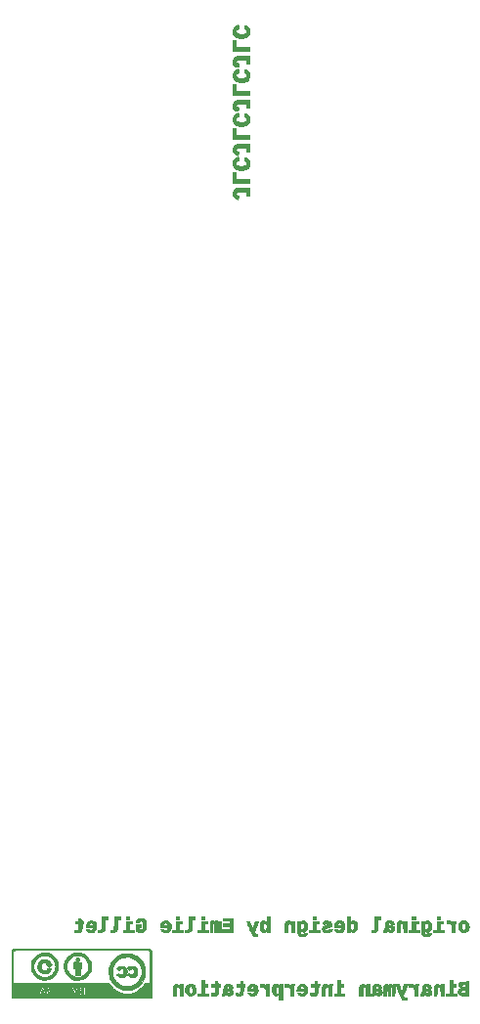
<source format=gbr>
%TF.GenerationSoftware,KiCad,Pcbnew,5.1.10*%
%TF.CreationDate,2021-05-10T15:11:08+02:00*%
%TF.ProjectId,ripples,72697070-6c65-4732-9e6b-696361645f70,rev?*%
%TF.SameCoordinates,Original*%
%TF.FileFunction,Legend,Bot*%
%TF.FilePolarity,Positive*%
%FSLAX46Y46*%
G04 Gerber Fmt 4.6, Leading zero omitted, Abs format (unit mm)*
G04 Created by KiCad (PCBNEW 5.1.10) date 2021-05-10 15:11:08*
%MOMM*%
%LPD*%
G01*
G04 APERTURE LIST*
%ADD10C,0.010000*%
G04 APERTURE END LIST*
D10*
%TO.C,G\u002A\u002A\u002A*%
G36*
X-13995349Y-55308018D02*
G01*
X-13950354Y-55361419D01*
X-13931068Y-55428063D01*
X-13942970Y-55498930D01*
X-13975291Y-55549026D01*
X-14040364Y-55601311D01*
X-14108800Y-55613667D01*
X-14173207Y-55595601D01*
X-14233377Y-55550221D01*
X-14264244Y-55486612D01*
X-14266955Y-55415955D01*
X-14242657Y-55349432D01*
X-14192495Y-55298226D01*
X-14140548Y-55277017D01*
X-14060573Y-55276878D01*
X-13995349Y-55308018D01*
G37*
X-13995349Y-55308018D02*
X-13950354Y-55361419D01*
X-13931068Y-55428063D01*
X-13942970Y-55498930D01*
X-13975291Y-55549026D01*
X-14040364Y-55601311D01*
X-14108800Y-55613667D01*
X-14173207Y-55595601D01*
X-14233377Y-55550221D01*
X-14264244Y-55486612D01*
X-14266955Y-55415955D01*
X-14242657Y-55349432D01*
X-14192495Y-55298226D01*
X-14140548Y-55277017D01*
X-14060573Y-55276878D01*
X-13995349Y-55308018D01*
G36*
X-14092010Y-55673042D02*
G01*
X-13790083Y-55678917D01*
X-13778271Y-56239833D01*
X-13906500Y-56239833D01*
X-13906500Y-56790167D01*
X-14287500Y-56790167D01*
X-14287500Y-56242515D01*
X-14356291Y-56235883D01*
X-14425083Y-56229250D01*
X-14431059Y-56004885D01*
X-14431566Y-55905515D01*
X-14428163Y-55816652D01*
X-14421509Y-55750160D01*
X-14415486Y-55723844D01*
X-14393938Y-55667167D01*
X-14092010Y-55673042D01*
G37*
X-14092010Y-55673042D02*
X-13790083Y-55678917D01*
X-13778271Y-56239833D01*
X-13906500Y-56239833D01*
X-13906500Y-56790167D01*
X-14287500Y-56790167D01*
X-14287500Y-56242515D01*
X-14356291Y-56235883D01*
X-14425083Y-56229250D01*
X-14431059Y-56004885D01*
X-14431566Y-55905515D01*
X-14428163Y-55816652D01*
X-14421509Y-55750160D01*
X-14415486Y-55723844D01*
X-14393938Y-55667167D01*
X-14092010Y-55673042D01*
G36*
X-16785449Y-55434551D02*
G01*
X-16754880Y-55444399D01*
X-16659002Y-55498938D01*
X-16569975Y-55581035D01*
X-16499760Y-55677617D01*
X-16463340Y-55763041D01*
X-16443906Y-55822687D01*
X-16421946Y-55851067D01*
X-16388735Y-55858789D01*
X-16384564Y-55858833D01*
X-16361253Y-55861267D01*
X-16356465Y-55872375D01*
X-16373463Y-55897868D01*
X-16415508Y-55943457D01*
X-16457107Y-55985858D01*
X-16582806Y-56112882D01*
X-16706107Y-55991149D01*
X-16765625Y-55930783D01*
X-16797341Y-55893201D01*
X-16804788Y-55872724D01*
X-16791501Y-55863677D01*
X-16786120Y-55862653D01*
X-16751814Y-55850933D01*
X-16747545Y-55826815D01*
X-16773920Y-55783838D01*
X-16796118Y-55756422D01*
X-16868404Y-55700264D01*
X-16955544Y-55676224D01*
X-17046253Y-55683116D01*
X-17129248Y-55719756D01*
X-17193244Y-55784962D01*
X-17201507Y-55798957D01*
X-17225933Y-55872245D01*
X-17238994Y-55970614D01*
X-17240658Y-56078590D01*
X-17230893Y-56180696D01*
X-17209669Y-56261456D01*
X-17202472Y-56276675D01*
X-17136439Y-56359594D01*
X-17049551Y-56407657D01*
X-16974345Y-56418788D01*
X-16874355Y-56402752D01*
X-16800774Y-56355948D01*
X-16759843Y-56289224D01*
X-16734329Y-56218667D01*
X-16420744Y-56218667D01*
X-16434864Y-56276875D01*
X-16488592Y-56419943D01*
X-16572478Y-56535475D01*
X-16683993Y-56620525D01*
X-16758665Y-56654134D01*
X-16860491Y-56675933D01*
X-16981912Y-56680215D01*
X-17104035Y-56667086D01*
X-17166815Y-56651822D01*
X-17294067Y-56592433D01*
X-17397154Y-56504241D01*
X-17475672Y-56393480D01*
X-17529220Y-56266382D01*
X-17557394Y-56129180D01*
X-17559790Y-55988107D01*
X-17536008Y-55849396D01*
X-17485643Y-55719280D01*
X-17408292Y-55603991D01*
X-17303554Y-55509762D01*
X-17242964Y-55473602D01*
X-17142406Y-55438230D01*
X-17020975Y-55419233D01*
X-16896160Y-55417658D01*
X-16785449Y-55434551D01*
G37*
X-16785449Y-55434551D02*
X-16754880Y-55444399D01*
X-16659002Y-55498938D01*
X-16569975Y-55581035D01*
X-16499760Y-55677617D01*
X-16463340Y-55763041D01*
X-16443906Y-55822687D01*
X-16421946Y-55851067D01*
X-16388735Y-55858789D01*
X-16384564Y-55858833D01*
X-16361253Y-55861267D01*
X-16356465Y-55872375D01*
X-16373463Y-55897868D01*
X-16415508Y-55943457D01*
X-16457107Y-55985858D01*
X-16582806Y-56112882D01*
X-16706107Y-55991149D01*
X-16765625Y-55930783D01*
X-16797341Y-55893201D01*
X-16804788Y-55872724D01*
X-16791501Y-55863677D01*
X-16786120Y-55862653D01*
X-16751814Y-55850933D01*
X-16747545Y-55826815D01*
X-16773920Y-55783838D01*
X-16796118Y-55756422D01*
X-16868404Y-55700264D01*
X-16955544Y-55676224D01*
X-17046253Y-55683116D01*
X-17129248Y-55719756D01*
X-17193244Y-55784962D01*
X-17201507Y-55798957D01*
X-17225933Y-55872245D01*
X-17238994Y-55970614D01*
X-17240658Y-56078590D01*
X-17230893Y-56180696D01*
X-17209669Y-56261456D01*
X-17202472Y-56276675D01*
X-17136439Y-56359594D01*
X-17049551Y-56407657D01*
X-16974345Y-56418788D01*
X-16874355Y-56402752D01*
X-16800774Y-56355948D01*
X-16759843Y-56289224D01*
X-16734329Y-56218667D01*
X-16420744Y-56218667D01*
X-16434864Y-56276875D01*
X-16488592Y-56419943D01*
X-16572478Y-56535475D01*
X-16683993Y-56620525D01*
X-16758665Y-56654134D01*
X-16860491Y-56675933D01*
X-16981912Y-56680215D01*
X-17104035Y-56667086D01*
X-17166815Y-56651822D01*
X-17294067Y-56592433D01*
X-17397154Y-56504241D01*
X-17475672Y-56393480D01*
X-17529220Y-56266382D01*
X-17557394Y-56129180D01*
X-17559790Y-55988107D01*
X-17536008Y-55849396D01*
X-17485643Y-55719280D01*
X-17408292Y-55603991D01*
X-17303554Y-55509762D01*
X-17242964Y-55473602D01*
X-17142406Y-55438230D01*
X-17020975Y-55419233D01*
X-16896160Y-55417658D01*
X-16785449Y-55434551D01*
G36*
X-9252016Y-56023092D02*
G01*
X-9127442Y-56070825D01*
X-9031660Y-56149379D01*
X-8965476Y-56257937D01*
X-8929697Y-56395681D01*
X-8923140Y-56494939D01*
X-8938351Y-56650226D01*
X-8984956Y-56778302D01*
X-9061779Y-56877787D01*
X-9167646Y-56947301D01*
X-9301379Y-56985464D01*
X-9345083Y-56990460D01*
X-9423499Y-56993211D01*
X-9492200Y-56989533D01*
X-9525137Y-56983313D01*
X-9659133Y-56921690D01*
X-9758634Y-56835891D01*
X-9770274Y-56821363D01*
X-9802795Y-56775303D01*
X-9818928Y-56745508D01*
X-9818993Y-56740498D01*
X-9783343Y-56717801D01*
X-9731829Y-56689053D01*
X-9679348Y-56662070D01*
X-9640800Y-56644668D01*
X-9631251Y-56642000D01*
X-9606140Y-56655753D01*
X-9565255Y-56690208D01*
X-9549423Y-56705500D01*
X-9474703Y-56757091D01*
X-9397303Y-56766779D01*
X-9319863Y-56734432D01*
X-9298638Y-56717916D01*
X-9268980Y-56689516D01*
X-9251285Y-56659753D01*
X-9242485Y-56617177D01*
X-9239513Y-56550337D01*
X-9239250Y-56496254D01*
X-9240852Y-56406991D01*
X-9247206Y-56348861D01*
X-9260634Y-56310732D01*
X-9283455Y-56281474D01*
X-9284190Y-56280736D01*
X-9352198Y-56239718D01*
X-9430126Y-56233117D01*
X-9504112Y-56260326D01*
X-9540247Y-56291929D01*
X-9592407Y-56352569D01*
X-9708967Y-56295403D01*
X-9825527Y-56238236D01*
X-9773447Y-56170703D01*
X-9680011Y-56083267D01*
X-9561058Y-56028257D01*
X-9419989Y-56007183D01*
X-9404574Y-56007000D01*
X-9252016Y-56023092D01*
G37*
X-9252016Y-56023092D02*
X-9127442Y-56070825D01*
X-9031660Y-56149379D01*
X-8965476Y-56257937D01*
X-8929697Y-56395681D01*
X-8923140Y-56494939D01*
X-8938351Y-56650226D01*
X-8984956Y-56778302D01*
X-9061779Y-56877787D01*
X-9167646Y-56947301D01*
X-9301379Y-56985464D01*
X-9345083Y-56990460D01*
X-9423499Y-56993211D01*
X-9492200Y-56989533D01*
X-9525137Y-56983313D01*
X-9659133Y-56921690D01*
X-9758634Y-56835891D01*
X-9770274Y-56821363D01*
X-9802795Y-56775303D01*
X-9818928Y-56745508D01*
X-9818993Y-56740498D01*
X-9783343Y-56717801D01*
X-9731829Y-56689053D01*
X-9679348Y-56662070D01*
X-9640800Y-56644668D01*
X-9631251Y-56642000D01*
X-9606140Y-56655753D01*
X-9565255Y-56690208D01*
X-9549423Y-56705500D01*
X-9474703Y-56757091D01*
X-9397303Y-56766779D01*
X-9319863Y-56734432D01*
X-9298638Y-56717916D01*
X-9268980Y-56689516D01*
X-9251285Y-56659753D01*
X-9242485Y-56617177D01*
X-9239513Y-56550337D01*
X-9239250Y-56496254D01*
X-9240852Y-56406991D01*
X-9247206Y-56348861D01*
X-9260634Y-56310732D01*
X-9283455Y-56281474D01*
X-9284190Y-56280736D01*
X-9352198Y-56239718D01*
X-9430126Y-56233117D01*
X-9504112Y-56260326D01*
X-9540247Y-56291929D01*
X-9592407Y-56352569D01*
X-9708967Y-56295403D01*
X-9825527Y-56238236D01*
X-9773447Y-56170703D01*
X-9680011Y-56083267D01*
X-9561058Y-56028257D01*
X-9419989Y-56007183D01*
X-9404574Y-56007000D01*
X-9252016Y-56023092D01*
G36*
X-10159345Y-56024083D02*
G01*
X-10036447Y-56072431D01*
X-9942011Y-56151889D01*
X-9876615Y-56261841D01*
X-9840835Y-56401670D01*
X-9833721Y-56517817D01*
X-9851456Y-56666503D01*
X-9902102Y-56790193D01*
X-9983583Y-56886559D01*
X-10093822Y-56953272D01*
X-10230744Y-56988005D01*
X-10255250Y-56990460D01*
X-10333666Y-56993211D01*
X-10402367Y-56989533D01*
X-10435304Y-56983313D01*
X-10566564Y-56923501D01*
X-10663898Y-56841954D01*
X-10677489Y-56825232D01*
X-10710914Y-56779195D01*
X-10729877Y-56748782D01*
X-10731500Y-56744162D01*
X-10714045Y-56730271D01*
X-10669180Y-56705533D01*
X-10629239Y-56686007D01*
X-10526979Y-56638110D01*
X-10461534Y-56703555D01*
X-10389338Y-56753794D01*
X-10317077Y-56766656D01*
X-10249812Y-56746787D01*
X-10192609Y-56698833D01*
X-10150530Y-56627438D01*
X-10128639Y-56537247D01*
X-10132000Y-56432907D01*
X-10137188Y-56406002D01*
X-10171713Y-56313714D01*
X-10227061Y-56257234D01*
X-10305689Y-56234227D01*
X-10318775Y-56233542D01*
X-10384143Y-56240745D01*
X-10433750Y-56273824D01*
X-10450413Y-56291929D01*
X-10502573Y-56352569D01*
X-10619134Y-56295403D01*
X-10735694Y-56238236D01*
X-10683613Y-56170703D01*
X-10589950Y-56082832D01*
X-10470838Y-56028250D01*
X-10327818Y-56007629D01*
X-10310129Y-56007465D01*
X-10159345Y-56024083D01*
G37*
X-10159345Y-56024083D02*
X-10036447Y-56072431D01*
X-9942011Y-56151889D01*
X-9876615Y-56261841D01*
X-9840835Y-56401670D01*
X-9833721Y-56517817D01*
X-9851456Y-56666503D01*
X-9902102Y-56790193D01*
X-9983583Y-56886559D01*
X-10093822Y-56953272D01*
X-10230744Y-56988005D01*
X-10255250Y-56990460D01*
X-10333666Y-56993211D01*
X-10402367Y-56989533D01*
X-10435304Y-56983313D01*
X-10566564Y-56923501D01*
X-10663898Y-56841954D01*
X-10677489Y-56825232D01*
X-10710914Y-56779195D01*
X-10729877Y-56748782D01*
X-10731500Y-56744162D01*
X-10714045Y-56730271D01*
X-10669180Y-56705533D01*
X-10629239Y-56686007D01*
X-10526979Y-56638110D01*
X-10461534Y-56703555D01*
X-10389338Y-56753794D01*
X-10317077Y-56766656D01*
X-10249812Y-56746787D01*
X-10192609Y-56698833D01*
X-10150530Y-56627438D01*
X-10128639Y-56537247D01*
X-10132000Y-56432907D01*
X-10137188Y-56406002D01*
X-10171713Y-56313714D01*
X-10227061Y-56257234D01*
X-10305689Y-56234227D01*
X-10318775Y-56233542D01*
X-10384143Y-56240745D01*
X-10433750Y-56273824D01*
X-10450413Y-56291929D01*
X-10502573Y-56352569D01*
X-10619134Y-56295403D01*
X-10735694Y-56238236D01*
X-10683613Y-56170703D01*
X-10589950Y-56082832D01*
X-10470838Y-56028250D01*
X-10327818Y-56007629D01*
X-10310129Y-56007465D01*
X-10159345Y-56024083D01*
G36*
X-13979724Y-54867733D02*
G01*
X-13858631Y-54880050D01*
X-13840228Y-54883545D01*
X-13644074Y-54945278D01*
X-13461594Y-55043772D01*
X-13297667Y-55174379D01*
X-13157173Y-55332450D01*
X-13044991Y-55513337D01*
X-12966000Y-55712390D01*
X-12964376Y-55717964D01*
X-12938908Y-55850074D01*
X-12928904Y-56004575D01*
X-12934130Y-56164543D01*
X-12954356Y-56313054D01*
X-12973566Y-56389527D01*
X-13052809Y-56575724D01*
X-13167429Y-56748386D01*
X-13311181Y-56901718D01*
X-13477820Y-57029924D01*
X-13661103Y-57127207D01*
X-13826908Y-57181632D01*
X-13955660Y-57202077D01*
X-14102380Y-57209954D01*
X-14246058Y-57204841D01*
X-14340416Y-57191982D01*
X-14533702Y-57133372D01*
X-14717835Y-57039275D01*
X-14885232Y-56915462D01*
X-15028306Y-56767702D01*
X-15139476Y-56601767D01*
X-15154415Y-56572656D01*
X-15232851Y-56368576D01*
X-15272585Y-56160181D01*
X-15275145Y-55973467D01*
X-15044273Y-55973467D01*
X-15038026Y-56165696D01*
X-15017851Y-56267782D01*
X-14973706Y-56403891D01*
X-14914448Y-56518553D01*
X-14831201Y-56626756D01*
X-14763411Y-56697403D01*
X-14604911Y-56826364D01*
X-14432997Y-56916718D01*
X-14250980Y-56967523D01*
X-14062172Y-56977837D01*
X-13878551Y-56949017D01*
X-13742924Y-56904977D01*
X-13626645Y-56845372D01*
X-13514602Y-56761503D01*
X-13449408Y-56701975D01*
X-13318107Y-56548782D01*
X-13225037Y-56380335D01*
X-13170941Y-56200733D01*
X-13156559Y-56014075D01*
X-13182633Y-55824460D01*
X-13249906Y-55635985D01*
X-13254687Y-55626000D01*
X-13349047Y-55474638D01*
X-13474625Y-55337319D01*
X-13620424Y-55224934D01*
X-13709616Y-55175607D01*
X-13773430Y-55146490D01*
X-13826276Y-55127104D01*
X-13879661Y-55115478D01*
X-13945094Y-55109640D01*
X-14034083Y-55107619D01*
X-14107583Y-55107417D01*
X-14216558Y-55107956D01*
X-14294491Y-55110927D01*
X-14352670Y-55118360D01*
X-14402385Y-55132285D01*
X-14454924Y-55154731D01*
X-14503387Y-55178586D01*
X-14614766Y-55247638D01*
X-14727970Y-55340294D01*
X-14831212Y-55445222D01*
X-14912708Y-55551085D01*
X-14940856Y-55599323D01*
X-15011558Y-55781859D01*
X-15044273Y-55973467D01*
X-15275145Y-55973467D01*
X-15275438Y-55952119D01*
X-15243229Y-55749039D01*
X-15177779Y-55555588D01*
X-15080909Y-55376413D01*
X-14954438Y-55216164D01*
X-14800188Y-55079487D01*
X-14619978Y-54971031D01*
X-14508921Y-54924542D01*
X-14400628Y-54896313D01*
X-14266087Y-54876807D01*
X-14120664Y-54866966D01*
X-13979724Y-54867733D01*
G37*
X-13979724Y-54867733D02*
X-13858631Y-54880050D01*
X-13840228Y-54883545D01*
X-13644074Y-54945278D01*
X-13461594Y-55043772D01*
X-13297667Y-55174379D01*
X-13157173Y-55332450D01*
X-13044991Y-55513337D01*
X-12966000Y-55712390D01*
X-12964376Y-55717964D01*
X-12938908Y-55850074D01*
X-12928904Y-56004575D01*
X-12934130Y-56164543D01*
X-12954356Y-56313054D01*
X-12973566Y-56389527D01*
X-13052809Y-56575724D01*
X-13167429Y-56748386D01*
X-13311181Y-56901718D01*
X-13477820Y-57029924D01*
X-13661103Y-57127207D01*
X-13826908Y-57181632D01*
X-13955660Y-57202077D01*
X-14102380Y-57209954D01*
X-14246058Y-57204841D01*
X-14340416Y-57191982D01*
X-14533702Y-57133372D01*
X-14717835Y-57039275D01*
X-14885232Y-56915462D01*
X-15028306Y-56767702D01*
X-15139476Y-56601767D01*
X-15154415Y-56572656D01*
X-15232851Y-56368576D01*
X-15272585Y-56160181D01*
X-15275145Y-55973467D01*
X-15044273Y-55973467D01*
X-15038026Y-56165696D01*
X-15017851Y-56267782D01*
X-14973706Y-56403891D01*
X-14914448Y-56518553D01*
X-14831201Y-56626756D01*
X-14763411Y-56697403D01*
X-14604911Y-56826364D01*
X-14432997Y-56916718D01*
X-14250980Y-56967523D01*
X-14062172Y-56977837D01*
X-13878551Y-56949017D01*
X-13742924Y-56904977D01*
X-13626645Y-56845372D01*
X-13514602Y-56761503D01*
X-13449408Y-56701975D01*
X-13318107Y-56548782D01*
X-13225037Y-56380335D01*
X-13170941Y-56200733D01*
X-13156559Y-56014075D01*
X-13182633Y-55824460D01*
X-13249906Y-55635985D01*
X-13254687Y-55626000D01*
X-13349047Y-55474638D01*
X-13474625Y-55337319D01*
X-13620424Y-55224934D01*
X-13709616Y-55175607D01*
X-13773430Y-55146490D01*
X-13826276Y-55127104D01*
X-13879661Y-55115478D01*
X-13945094Y-55109640D01*
X-14034083Y-55107619D01*
X-14107583Y-55107417D01*
X-14216558Y-55107956D01*
X-14294491Y-55110927D01*
X-14352670Y-55118360D01*
X-14402385Y-55132285D01*
X-14454924Y-55154731D01*
X-14503387Y-55178586D01*
X-14614766Y-55247638D01*
X-14727970Y-55340294D01*
X-14831212Y-55445222D01*
X-14912708Y-55551085D01*
X-14940856Y-55599323D01*
X-15011558Y-55781859D01*
X-15044273Y-55973467D01*
X-15275145Y-55973467D01*
X-15275438Y-55952119D01*
X-15243229Y-55749039D01*
X-15177779Y-55555588D01*
X-15080909Y-55376413D01*
X-14954438Y-55216164D01*
X-14800188Y-55079487D01*
X-14619978Y-54971031D01*
X-14508921Y-54924542D01*
X-14400628Y-54896313D01*
X-14266087Y-54876807D01*
X-14120664Y-54866966D01*
X-13979724Y-54867733D01*
G36*
X-16857594Y-54867975D02*
G01*
X-16719077Y-54882018D01*
X-16648463Y-54896410D01*
X-16458364Y-54967011D01*
X-16280844Y-55073802D01*
X-16121970Y-55211145D01*
X-15987812Y-55373400D01*
X-15884439Y-55554929D01*
X-15850998Y-55637412D01*
X-15821637Y-55750181D01*
X-15801975Y-55888219D01*
X-15793039Y-56035357D01*
X-15795857Y-56175427D01*
X-15809848Y-56284795D01*
X-15869970Y-56475816D01*
X-15965843Y-56656015D01*
X-16091896Y-56819739D01*
X-16242557Y-56961336D01*
X-16412253Y-57075156D01*
X-16595414Y-57155545D01*
X-16694789Y-57182400D01*
X-16877808Y-57206585D01*
X-17070303Y-57206796D01*
X-17219083Y-57188729D01*
X-17353779Y-57149217D01*
X-17498612Y-57083075D01*
X-17638990Y-56998030D01*
X-17759630Y-56902448D01*
X-17877340Y-56783087D01*
X-17966321Y-56666152D01*
X-18036666Y-56537185D01*
X-18070629Y-56457011D01*
X-18094922Y-56390379D01*
X-18111145Y-56330089D01*
X-18120943Y-56264437D01*
X-18125963Y-56181718D01*
X-18127852Y-56070227D01*
X-18127971Y-56049333D01*
X-18127842Y-56025104D01*
X-17906482Y-56025104D01*
X-17891952Y-56213079D01*
X-17847572Y-56376886D01*
X-17769920Y-56525430D01*
X-17662198Y-56660539D01*
X-17508261Y-56798222D01*
X-17339293Y-56897839D01*
X-17158554Y-56958382D01*
X-16969299Y-56978846D01*
X-16774786Y-56958224D01*
X-16731405Y-56948020D01*
X-16560639Y-56882928D01*
X-16401438Y-56781887D01*
X-16261026Y-56651059D01*
X-16146627Y-56496605D01*
X-16100069Y-56409533D01*
X-16044272Y-56243162D01*
X-16022940Y-56063038D01*
X-16035527Y-55879212D01*
X-16081490Y-55701733D01*
X-16145842Y-55564313D01*
X-16236340Y-55440304D01*
X-16354714Y-55322262D01*
X-16487061Y-55222975D01*
X-16564833Y-55178977D01*
X-16639732Y-55144501D01*
X-16704388Y-55122587D01*
X-16774139Y-55109770D01*
X-16864325Y-55102588D01*
X-16912888Y-55100382D01*
X-17075324Y-55101406D01*
X-17211411Y-55121233D01*
X-17334253Y-55163312D01*
X-17456949Y-55231089D01*
X-17488101Y-55251746D01*
X-17639269Y-55378615D01*
X-17759558Y-55529815D01*
X-17845948Y-55699766D01*
X-17895420Y-55882885D01*
X-17906482Y-56025104D01*
X-18127842Y-56025104D01*
X-18127322Y-55928312D01*
X-18123072Y-55837540D01*
X-18113801Y-55764990D01*
X-18098086Y-55698634D01*
X-18079785Y-55641531D01*
X-17990524Y-55445368D01*
X-17867712Y-55270391D01*
X-17716102Y-55121022D01*
X-17540449Y-55001678D01*
X-17345506Y-54916780D01*
X-17279528Y-54897532D01*
X-17155200Y-54875763D01*
X-17008762Y-54865901D01*
X-16857594Y-54867975D01*
G37*
X-16857594Y-54867975D02*
X-16719077Y-54882018D01*
X-16648463Y-54896410D01*
X-16458364Y-54967011D01*
X-16280844Y-55073802D01*
X-16121970Y-55211145D01*
X-15987812Y-55373400D01*
X-15884439Y-55554929D01*
X-15850998Y-55637412D01*
X-15821637Y-55750181D01*
X-15801975Y-55888219D01*
X-15793039Y-56035357D01*
X-15795857Y-56175427D01*
X-15809848Y-56284795D01*
X-15869970Y-56475816D01*
X-15965843Y-56656015D01*
X-16091896Y-56819739D01*
X-16242557Y-56961336D01*
X-16412253Y-57075156D01*
X-16595414Y-57155545D01*
X-16694789Y-57182400D01*
X-16877808Y-57206585D01*
X-17070303Y-57206796D01*
X-17219083Y-57188729D01*
X-17353779Y-57149217D01*
X-17498612Y-57083075D01*
X-17638990Y-56998030D01*
X-17759630Y-56902448D01*
X-17877340Y-56783087D01*
X-17966321Y-56666152D01*
X-18036666Y-56537185D01*
X-18070629Y-56457011D01*
X-18094922Y-56390379D01*
X-18111145Y-56330089D01*
X-18120943Y-56264437D01*
X-18125963Y-56181718D01*
X-18127852Y-56070227D01*
X-18127971Y-56049333D01*
X-18127842Y-56025104D01*
X-17906482Y-56025104D01*
X-17891952Y-56213079D01*
X-17847572Y-56376886D01*
X-17769920Y-56525430D01*
X-17662198Y-56660539D01*
X-17508261Y-56798222D01*
X-17339293Y-56897839D01*
X-17158554Y-56958382D01*
X-16969299Y-56978846D01*
X-16774786Y-56958224D01*
X-16731405Y-56948020D01*
X-16560639Y-56882928D01*
X-16401438Y-56781887D01*
X-16261026Y-56651059D01*
X-16146627Y-56496605D01*
X-16100069Y-56409533D01*
X-16044272Y-56243162D01*
X-16022940Y-56063038D01*
X-16035527Y-55879212D01*
X-16081490Y-55701733D01*
X-16145842Y-55564313D01*
X-16236340Y-55440304D01*
X-16354714Y-55322262D01*
X-16487061Y-55222975D01*
X-16564833Y-55178977D01*
X-16639732Y-55144501D01*
X-16704388Y-55122587D01*
X-16774139Y-55109770D01*
X-16864325Y-55102588D01*
X-16912888Y-55100382D01*
X-17075324Y-55101406D01*
X-17211411Y-55121233D01*
X-17334253Y-55163312D01*
X-17456949Y-55231089D01*
X-17488101Y-55251746D01*
X-17639269Y-55378615D01*
X-17759558Y-55529815D01*
X-17845948Y-55699766D01*
X-17895420Y-55882885D01*
X-17906482Y-56025104D01*
X-18127842Y-56025104D01*
X-18127322Y-55928312D01*
X-18123072Y-55837540D01*
X-18113801Y-55764990D01*
X-18098086Y-55698634D01*
X-18079785Y-55641531D01*
X-17990524Y-55445368D01*
X-17867712Y-55270391D01*
X-17716102Y-55121022D01*
X-17540449Y-55001678D01*
X-17345506Y-54916780D01*
X-17279528Y-54897532D01*
X-17155200Y-54875763D01*
X-17008762Y-54865901D01*
X-16857594Y-54867975D01*
G36*
X-9613000Y-54928592D02*
G01*
X-9430364Y-54956570D01*
X-9260037Y-55006951D01*
X-9088631Y-55082802D01*
X-9070870Y-55091930D01*
X-8974994Y-55152472D01*
X-8864707Y-55239153D01*
X-8749273Y-55343016D01*
X-8637954Y-55455103D01*
X-8540012Y-55566458D01*
X-8464710Y-55668122D01*
X-8449293Y-55693034D01*
X-8345635Y-55909841D01*
X-8276879Y-56142686D01*
X-8243098Y-56384753D01*
X-8244369Y-56629229D01*
X-8280766Y-56869296D01*
X-8352363Y-57098142D01*
X-8432067Y-57263367D01*
X-8563882Y-57457592D01*
X-8725528Y-57633821D01*
X-8910191Y-57786980D01*
X-9111054Y-57911994D01*
X-9321303Y-58003788D01*
X-9487066Y-58048988D01*
X-9654481Y-58071315D01*
X-9839764Y-58078099D01*
X-10022801Y-58069319D01*
X-10160778Y-58049762D01*
X-10343408Y-57998831D01*
X-10530798Y-57920600D01*
X-10688074Y-57833148D01*
X-10781337Y-57764192D01*
X-10886296Y-57671288D01*
X-10992509Y-57565148D01*
X-11089532Y-57456481D01*
X-11166922Y-57355998D01*
X-11193373Y-57314932D01*
X-11292464Y-57108294D01*
X-11361209Y-56880024D01*
X-11398412Y-56639188D01*
X-11401067Y-56493833D01*
X-11093830Y-56493833D01*
X-11079523Y-56717659D01*
X-11035647Y-56915626D01*
X-10959718Y-57094414D01*
X-10849248Y-57260703D01*
X-10777109Y-57344686D01*
X-10603573Y-57503188D01*
X-10410996Y-57626620D01*
X-10203876Y-57713648D01*
X-9986709Y-57762935D01*
X-9763992Y-57773147D01*
X-9540222Y-57742949D01*
X-9483773Y-57728689D01*
X-9285107Y-57652699D01*
X-9099092Y-57541175D01*
X-8931383Y-57399839D01*
X-8787635Y-57234415D01*
X-8673503Y-57050628D01*
X-8594642Y-56854201D01*
X-8584865Y-56818861D01*
X-8562974Y-56693371D01*
X-8553172Y-56545310D01*
X-8555499Y-56392399D01*
X-8569993Y-56252357D01*
X-8583462Y-56186072D01*
X-8637307Y-56021578D01*
X-8713607Y-55871993D01*
X-8818508Y-55727031D01*
X-8932222Y-55602326D01*
X-9095429Y-55455769D01*
X-9260567Y-55347919D01*
X-9435302Y-55275539D01*
X-9627296Y-55235392D01*
X-9827667Y-55224146D01*
X-10062587Y-55244281D01*
X-10281261Y-55303323D01*
X-10482299Y-55400537D01*
X-10664313Y-55535192D01*
X-10825914Y-55706552D01*
X-10881458Y-55780822D01*
X-10982798Y-55951523D01*
X-11050045Y-56129962D01*
X-11085905Y-56325222D01*
X-11093830Y-56493833D01*
X-11401067Y-56493833D01*
X-11402875Y-56394854D01*
X-11373400Y-56156088D01*
X-11356284Y-56081083D01*
X-11276970Y-55854313D01*
X-11160490Y-55639808D01*
X-11011522Y-55443429D01*
X-10834747Y-55271036D01*
X-10634844Y-55128488D01*
X-10563665Y-55088505D01*
X-10393136Y-55010738D01*
X-10221598Y-54958616D01*
X-10036552Y-54929299D01*
X-9825497Y-54919950D01*
X-9821333Y-54919947D01*
X-9613000Y-54928592D01*
G37*
X-9613000Y-54928592D02*
X-9430364Y-54956570D01*
X-9260037Y-55006951D01*
X-9088631Y-55082802D01*
X-9070870Y-55091930D01*
X-8974994Y-55152472D01*
X-8864707Y-55239153D01*
X-8749273Y-55343016D01*
X-8637954Y-55455103D01*
X-8540012Y-55566458D01*
X-8464710Y-55668122D01*
X-8449293Y-55693034D01*
X-8345635Y-55909841D01*
X-8276879Y-56142686D01*
X-8243098Y-56384753D01*
X-8244369Y-56629229D01*
X-8280766Y-56869296D01*
X-8352363Y-57098142D01*
X-8432067Y-57263367D01*
X-8563882Y-57457592D01*
X-8725528Y-57633821D01*
X-8910191Y-57786980D01*
X-9111054Y-57911994D01*
X-9321303Y-58003788D01*
X-9487066Y-58048988D01*
X-9654481Y-58071315D01*
X-9839764Y-58078099D01*
X-10022801Y-58069319D01*
X-10160778Y-58049762D01*
X-10343408Y-57998831D01*
X-10530798Y-57920600D01*
X-10688074Y-57833148D01*
X-10781337Y-57764192D01*
X-10886296Y-57671288D01*
X-10992509Y-57565148D01*
X-11089532Y-57456481D01*
X-11166922Y-57355998D01*
X-11193373Y-57314932D01*
X-11292464Y-57108294D01*
X-11361209Y-56880024D01*
X-11398412Y-56639188D01*
X-11401067Y-56493833D01*
X-11093830Y-56493833D01*
X-11079523Y-56717659D01*
X-11035647Y-56915626D01*
X-10959718Y-57094414D01*
X-10849248Y-57260703D01*
X-10777109Y-57344686D01*
X-10603573Y-57503188D01*
X-10410996Y-57626620D01*
X-10203876Y-57713648D01*
X-9986709Y-57762935D01*
X-9763992Y-57773147D01*
X-9540222Y-57742949D01*
X-9483773Y-57728689D01*
X-9285107Y-57652699D01*
X-9099092Y-57541175D01*
X-8931383Y-57399839D01*
X-8787635Y-57234415D01*
X-8673503Y-57050628D01*
X-8594642Y-56854201D01*
X-8584865Y-56818861D01*
X-8562974Y-56693371D01*
X-8553172Y-56545310D01*
X-8555499Y-56392399D01*
X-8569993Y-56252357D01*
X-8583462Y-56186072D01*
X-8637307Y-56021578D01*
X-8713607Y-55871993D01*
X-8818508Y-55727031D01*
X-8932222Y-55602326D01*
X-9095429Y-55455769D01*
X-9260567Y-55347919D01*
X-9435302Y-55275539D01*
X-9627296Y-55235392D01*
X-9827667Y-55224146D01*
X-10062587Y-55244281D01*
X-10281261Y-55303323D01*
X-10482299Y-55400537D01*
X-10664313Y-55535192D01*
X-10825914Y-55706552D01*
X-10881458Y-55780822D01*
X-10982798Y-55951523D01*
X-11050045Y-56129962D01*
X-11085905Y-56325222D01*
X-11093830Y-56493833D01*
X-11401067Y-56493833D01*
X-11402875Y-56394854D01*
X-11373400Y-56156088D01*
X-11356284Y-56081083D01*
X-11276970Y-55854313D01*
X-11160490Y-55639808D01*
X-11011522Y-55443429D01*
X-10834747Y-55271036D01*
X-10634844Y-55128488D01*
X-10563665Y-55088505D01*
X-10393136Y-55010738D01*
X-10221598Y-54958616D01*
X-10036552Y-54929299D01*
X-9825497Y-54919950D01*
X-9821333Y-54919947D01*
X-9613000Y-54928592D01*
G36*
X-13589000Y-58102500D02*
G01*
X-13690600Y-58102500D01*
X-13755999Y-58097492D01*
X-13805071Y-58084812D01*
X-13817600Y-58077100D01*
X-13840342Y-58035529D01*
X-13843000Y-58017833D01*
X-13826873Y-57969941D01*
X-13776919Y-57942156D01*
X-13690776Y-57933167D01*
X-13589000Y-57933167D01*
X-13589000Y-58102500D01*
G37*
X-13589000Y-58102500D02*
X-13690600Y-58102500D01*
X-13755999Y-58097492D01*
X-13805071Y-58084812D01*
X-13817600Y-58077100D01*
X-13840342Y-58035529D01*
X-13843000Y-58017833D01*
X-13826873Y-57969941D01*
X-13776919Y-57942156D01*
X-13690776Y-57933167D01*
X-13589000Y-57933167D01*
X-13589000Y-58102500D01*
G36*
X-13589000Y-58398833D02*
G01*
X-13668375Y-58396723D01*
X-13737310Y-58391276D01*
X-13797315Y-58380900D01*
X-13800666Y-58380011D01*
X-13845257Y-58351847D01*
X-13860404Y-58306758D01*
X-13857135Y-58245972D01*
X-13826886Y-58208408D01*
X-13764689Y-58190296D01*
X-13702825Y-58187167D01*
X-13589000Y-58187167D01*
X-13589000Y-58398833D01*
G37*
X-13589000Y-58398833D02*
X-13668375Y-58396723D01*
X-13737310Y-58391276D01*
X-13797315Y-58380900D01*
X-13800666Y-58380011D01*
X-13845257Y-58351847D01*
X-13860404Y-58306758D01*
X-13857135Y-58245972D01*
X-13826886Y-58208408D01*
X-13764689Y-58190296D01*
X-13702825Y-58187167D01*
X-13589000Y-58187167D01*
X-13589000Y-58398833D01*
G36*
X-17151214Y-57997749D02*
G01*
X-17130218Y-58037463D01*
X-17112499Y-58084724D01*
X-17090197Y-58151998D01*
X-17072443Y-58204579D01*
X-17065569Y-58224208D01*
X-17073528Y-58241604D01*
X-17116812Y-58249704D01*
X-17153319Y-58250667D01*
X-17210913Y-58247286D01*
X-17245920Y-58238711D01*
X-17250833Y-58233270D01*
X-17243878Y-58199339D01*
X-17226607Y-58142698D01*
X-17204409Y-58078781D01*
X-17182675Y-58023023D01*
X-17166797Y-57990858D01*
X-17165686Y-57989474D01*
X-17151214Y-57997749D01*
G37*
X-17151214Y-57997749D02*
X-17130218Y-58037463D01*
X-17112499Y-58084724D01*
X-17090197Y-58151998D01*
X-17072443Y-58204579D01*
X-17065569Y-58224208D01*
X-17073528Y-58241604D01*
X-17116812Y-58249704D01*
X-17153319Y-58250667D01*
X-17210913Y-58247286D01*
X-17245920Y-58238711D01*
X-17250833Y-58233270D01*
X-17243878Y-58199339D01*
X-17226607Y-58142698D01*
X-17204409Y-58078781D01*
X-17182675Y-58023023D01*
X-17166797Y-57990858D01*
X-17165686Y-57989474D01*
X-17151214Y-57997749D01*
G36*
X-206286Y25444348D02*
G01*
X-188431Y25394048D01*
X-171965Y25323332D01*
X-171461Y25320625D01*
X-158460Y25243986D01*
X-155121Y25198204D01*
X-162049Y25172784D01*
X-179852Y25157231D01*
X-180938Y25156583D01*
X-294182Y25079774D01*
X-366160Y25006449D01*
X-397585Y24934604D01*
X-389167Y24862234D01*
X-341616Y24787334D01*
X-320040Y24764283D01*
X-258542Y24717183D01*
X-179788Y24685341D01*
X-76319Y24666880D01*
X59325Y24659922D01*
X95250Y24659750D01*
X254032Y24670098D01*
X376137Y24700763D01*
X462240Y24752144D01*
X513020Y24824640D01*
X529167Y24915684D01*
X521616Y24973843D01*
X492759Y25021713D01*
X454347Y25059141D01*
X403342Y25098469D01*
X360912Y25121934D01*
X348514Y25124833D01*
X320910Y25141273D01*
X317500Y25154969D01*
X322341Y25198745D01*
X334534Y25262507D01*
X350586Y25331453D01*
X367003Y25390782D01*
X380291Y25425693D01*
X381974Y25428119D01*
X410268Y25431402D01*
X461116Y25412846D01*
X524893Y25378117D01*
X591973Y25332882D01*
X652732Y25282808D01*
X684642Y25249922D01*
X759001Y25131946D01*
X795849Y24995248D01*
X795342Y24839141D01*
X788642Y24792530D01*
X747062Y24645808D01*
X676492Y24528606D01*
X574822Y24438705D01*
X439943Y24373883D01*
X371261Y24353180D01*
X271979Y24335631D01*
X149052Y24325653D01*
X18853Y24323528D01*
X-102243Y24329535D01*
X-195878Y24343480D01*
X-351843Y24398623D01*
X-477614Y24482224D01*
X-571385Y24592068D01*
X-631348Y24725938D01*
X-655696Y24881617D01*
X-656166Y24908081D01*
X-643518Y25052160D01*
X-603401Y25171384D01*
X-536301Y25271292D01*
X-484624Y25320058D01*
X-414951Y25371246D01*
X-339694Y25417272D01*
X-271264Y25450551D01*
X-222073Y25463499D01*
X-221753Y25463500D01*
X-206286Y25444348D01*
G37*
X-206286Y25444348D02*
X-188431Y25394048D01*
X-171965Y25323332D01*
X-171461Y25320625D01*
X-158460Y25243986D01*
X-155121Y25198204D01*
X-162049Y25172784D01*
X-179852Y25157231D01*
X-180938Y25156583D01*
X-294182Y25079774D01*
X-366160Y25006449D01*
X-397585Y24934604D01*
X-389167Y24862234D01*
X-341616Y24787334D01*
X-320040Y24764283D01*
X-258542Y24717183D01*
X-179788Y24685341D01*
X-76319Y24666880D01*
X59325Y24659922D01*
X95250Y24659750D01*
X254032Y24670098D01*
X376137Y24700763D01*
X462240Y24752144D01*
X513020Y24824640D01*
X529167Y24915684D01*
X521616Y24973843D01*
X492759Y25021713D01*
X454347Y25059141D01*
X403342Y25098469D01*
X360912Y25121934D01*
X348514Y25124833D01*
X320910Y25141273D01*
X317500Y25154969D01*
X322341Y25198745D01*
X334534Y25262507D01*
X350586Y25331453D01*
X367003Y25390782D01*
X380291Y25425693D01*
X381974Y25428119D01*
X410268Y25431402D01*
X461116Y25412846D01*
X524893Y25378117D01*
X591973Y25332882D01*
X652732Y25282808D01*
X684642Y25249922D01*
X759001Y25131946D01*
X795849Y24995248D01*
X795342Y24839141D01*
X788642Y24792530D01*
X747062Y24645808D01*
X676492Y24528606D01*
X574822Y24438705D01*
X439943Y24373883D01*
X371261Y24353180D01*
X271979Y24335631D01*
X149052Y24325653D01*
X18853Y24323528D01*
X-102243Y24329535D01*
X-195878Y24343480D01*
X-351843Y24398623D01*
X-477614Y24482224D01*
X-571385Y24592068D01*
X-631348Y24725938D01*
X-655696Y24881617D01*
X-656166Y24908081D01*
X-643518Y25052160D01*
X-603401Y25171384D01*
X-536301Y25271292D01*
X-484624Y25320058D01*
X-414951Y25371246D01*
X-339694Y25417272D01*
X-271264Y25450551D01*
X-222073Y25463499D01*
X-221753Y25463500D01*
X-206286Y25444348D01*
G36*
X-381000Y23516167D02*
G01*
X783167Y23516167D01*
X783167Y23177500D01*
X-635000Y23177500D01*
X-635000Y24151167D01*
X-381000Y24151167D01*
X-381000Y23516167D01*
G37*
X-381000Y23516167D02*
X783167Y23516167D01*
X783167Y23177500D01*
X-635000Y23177500D01*
X-635000Y24151167D01*
X-381000Y24151167D01*
X-381000Y23516167D01*
G36*
X783167Y22140333D02*
G01*
X508000Y22140333D01*
X508000Y22436667D01*
X128378Y22436667D01*
X2059Y22435536D01*
X-112793Y22432400D01*
X-208144Y22427643D01*
X-275961Y22421648D01*
X-305799Y22415925D01*
X-356207Y22380877D01*
X-384936Y22341230D01*
X-397839Y22296735D01*
X-385124Y22256520D01*
X-366915Y22229680D01*
X-318258Y22185154D01*
X-253145Y22149488D01*
X-240807Y22145047D01*
X-157302Y22118010D01*
X-177357Y21959838D01*
X-189634Y21875183D01*
X-204410Y21826034D01*
X-228391Y21805776D01*
X-268284Y21807792D01*
X-317637Y21821444D01*
X-451394Y21880222D01*
X-551726Y21964971D01*
X-618573Y22075610D01*
X-651875Y22212058D01*
X-655930Y22288500D01*
X-639672Y22436351D01*
X-590276Y22558390D01*
X-506811Y22656278D01*
X-415379Y22718053D01*
X-386801Y22732239D01*
X-356761Y22743329D01*
X-319688Y22751787D01*
X-270011Y22758076D01*
X-202162Y22762661D01*
X-110570Y22766005D01*
X10334Y22768573D01*
X166122Y22770828D01*
X227542Y22771600D01*
X783167Y22778450D01*
X783167Y22140333D01*
G37*
X783167Y22140333D02*
X508000Y22140333D01*
X508000Y22436667D01*
X128378Y22436667D01*
X2059Y22435536D01*
X-112793Y22432400D01*
X-208144Y22427643D01*
X-275961Y22421648D01*
X-305799Y22415925D01*
X-356207Y22380877D01*
X-384936Y22341230D01*
X-397839Y22296735D01*
X-385124Y22256520D01*
X-366915Y22229680D01*
X-318258Y22185154D01*
X-253145Y22149488D01*
X-240807Y22145047D01*
X-157302Y22118010D01*
X-177357Y21959838D01*
X-189634Y21875183D01*
X-204410Y21826034D01*
X-228391Y21805776D01*
X-268284Y21807792D01*
X-317637Y21821444D01*
X-451394Y21880222D01*
X-551726Y21964971D01*
X-618573Y22075610D01*
X-651875Y22212058D01*
X-655930Y22288500D01*
X-639672Y22436351D01*
X-590276Y22558390D01*
X-506811Y22656278D01*
X-415379Y22718053D01*
X-386801Y22732239D01*
X-356761Y22743329D01*
X-319688Y22751787D01*
X-270011Y22758076D01*
X-202162Y22762661D01*
X-110570Y22766005D01*
X10334Y22768573D01*
X166122Y22770828D01*
X227542Y22771600D01*
X783167Y22778450D01*
X783167Y22140333D01*
G36*
X-206286Y21634348D02*
G01*
X-188431Y21584048D01*
X-171965Y21513332D01*
X-171461Y21510625D01*
X-158460Y21433986D01*
X-155121Y21388204D01*
X-162049Y21362784D01*
X-179852Y21347231D01*
X-180938Y21346583D01*
X-294163Y21269801D01*
X-366133Y21196519D01*
X-397564Y21124713D01*
X-389172Y21052358D01*
X-341672Y20977430D01*
X-319761Y20954004D01*
X-249091Y20902698D01*
X-154287Y20868824D01*
X-29611Y20850903D01*
X95097Y20847057D01*
X253618Y20858496D01*
X376668Y20891345D01*
X463840Y20945363D01*
X514726Y21020309D01*
X529167Y21103829D01*
X522026Y21162560D01*
X494346Y21209960D01*
X454347Y21249141D01*
X403342Y21288469D01*
X360912Y21311934D01*
X348514Y21314833D01*
X322416Y21332143D01*
X317751Y21351875D01*
X322805Y21389107D01*
X335297Y21448299D01*
X351660Y21515244D01*
X368325Y21575735D01*
X381726Y21615563D01*
X385846Y21623068D01*
X412429Y21622580D01*
X461926Y21601630D01*
X524293Y21566328D01*
X589487Y21522781D01*
X647465Y21477099D01*
X682139Y21442847D01*
X754179Y21328833D01*
X793700Y21199654D01*
X802167Y21063417D01*
X781043Y20928229D01*
X731794Y20802198D01*
X655882Y20693432D01*
X554773Y20610037D01*
X529167Y20595836D01*
X417117Y20554332D01*
X277565Y20526290D01*
X123430Y20512590D01*
X-32371Y20514109D01*
X-176917Y20531726D01*
X-231111Y20544123D01*
X-382104Y20603102D01*
X-501069Y20689574D01*
X-587044Y20802280D01*
X-639062Y20939964D01*
X-656166Y21098081D01*
X-643518Y21242160D01*
X-603401Y21361384D01*
X-536301Y21461292D01*
X-484624Y21510058D01*
X-414951Y21561246D01*
X-339694Y21607272D01*
X-271264Y21640551D01*
X-222073Y21653499D01*
X-221753Y21653500D01*
X-206286Y21634348D01*
G37*
X-206286Y21634348D02*
X-188431Y21584048D01*
X-171965Y21513332D01*
X-171461Y21510625D01*
X-158460Y21433986D01*
X-155121Y21388204D01*
X-162049Y21362784D01*
X-179852Y21347231D01*
X-180938Y21346583D01*
X-294163Y21269801D01*
X-366133Y21196519D01*
X-397564Y21124713D01*
X-389172Y21052358D01*
X-341672Y20977430D01*
X-319761Y20954004D01*
X-249091Y20902698D01*
X-154287Y20868824D01*
X-29611Y20850903D01*
X95097Y20847057D01*
X253618Y20858496D01*
X376668Y20891345D01*
X463840Y20945363D01*
X514726Y21020309D01*
X529167Y21103829D01*
X522026Y21162560D01*
X494346Y21209960D01*
X454347Y21249141D01*
X403342Y21288469D01*
X360912Y21311934D01*
X348514Y21314833D01*
X322416Y21332143D01*
X317751Y21351875D01*
X322805Y21389107D01*
X335297Y21448299D01*
X351660Y21515244D01*
X368325Y21575735D01*
X381726Y21615563D01*
X385846Y21623068D01*
X412429Y21622580D01*
X461926Y21601630D01*
X524293Y21566328D01*
X589487Y21522781D01*
X647465Y21477099D01*
X682139Y21442847D01*
X754179Y21328833D01*
X793700Y21199654D01*
X802167Y21063417D01*
X781043Y20928229D01*
X731794Y20802198D01*
X655882Y20693432D01*
X554773Y20610037D01*
X529167Y20595836D01*
X417117Y20554332D01*
X277565Y20526290D01*
X123430Y20512590D01*
X-32371Y20514109D01*
X-176917Y20531726D01*
X-231111Y20544123D01*
X-382104Y20603102D01*
X-501069Y20689574D01*
X-587044Y20802280D01*
X-639062Y20939964D01*
X-656166Y21098081D01*
X-643518Y21242160D01*
X-603401Y21361384D01*
X-536301Y21461292D01*
X-484624Y21510058D01*
X-414951Y21561246D01*
X-339694Y21607272D01*
X-271264Y21640551D01*
X-222073Y21653499D01*
X-221753Y21653500D01*
X-206286Y21634348D01*
G36*
X-381000Y19706167D02*
G01*
X783167Y19706167D01*
X783167Y19367500D01*
X-635000Y19367500D01*
X-635000Y20341167D01*
X-381000Y20341167D01*
X-381000Y19706167D01*
G37*
X-381000Y19706167D02*
X783167Y19706167D01*
X783167Y19367500D01*
X-635000Y19367500D01*
X-635000Y20341167D01*
X-381000Y20341167D01*
X-381000Y19706167D01*
G36*
X783167Y18330333D02*
G01*
X508000Y18330333D01*
X508000Y18626667D01*
X128378Y18626667D01*
X2059Y18625536D01*
X-112793Y18622400D01*
X-208144Y18617643D01*
X-275961Y18611648D01*
X-305799Y18605925D01*
X-356207Y18570877D01*
X-384936Y18531230D01*
X-391822Y18470521D01*
X-361626Y18411694D01*
X-299337Y18361337D01*
X-234905Y18333199D01*
X-175101Y18307296D01*
X-155145Y18281636D01*
X-156203Y18276420D01*
X-164205Y18241408D01*
X-173977Y18179242D01*
X-181438Y18120096D01*
X-192435Y18044805D01*
X-209508Y18005023D01*
X-241129Y17993993D01*
X-295765Y18004958D01*
X-317637Y18011444D01*
X-451394Y18070222D01*
X-551726Y18154971D01*
X-618573Y18265610D01*
X-651875Y18402058D01*
X-655930Y18478500D01*
X-639656Y18626397D01*
X-590246Y18748448D01*
X-506818Y18846228D01*
X-415379Y18907826D01*
X-386714Y18921952D01*
X-356439Y18933004D01*
X-318983Y18941448D01*
X-268773Y18947751D01*
X-200240Y18952379D01*
X-107812Y18955797D01*
X14083Y18958473D01*
X171014Y18960872D01*
X227542Y18961631D01*
X783167Y18968967D01*
X783167Y18330333D01*
G37*
X783167Y18330333D02*
X508000Y18330333D01*
X508000Y18626667D01*
X128378Y18626667D01*
X2059Y18625536D01*
X-112793Y18622400D01*
X-208144Y18617643D01*
X-275961Y18611648D01*
X-305799Y18605925D01*
X-356207Y18570877D01*
X-384936Y18531230D01*
X-391822Y18470521D01*
X-361626Y18411694D01*
X-299337Y18361337D01*
X-234905Y18333199D01*
X-175101Y18307296D01*
X-155145Y18281636D01*
X-156203Y18276420D01*
X-164205Y18241408D01*
X-173977Y18179242D01*
X-181438Y18120096D01*
X-192435Y18044805D01*
X-209508Y18005023D01*
X-241129Y17993993D01*
X-295765Y18004958D01*
X-317637Y18011444D01*
X-451394Y18070222D01*
X-551726Y18154971D01*
X-618573Y18265610D01*
X-651875Y18402058D01*
X-655930Y18478500D01*
X-639656Y18626397D01*
X-590246Y18748448D01*
X-506818Y18846228D01*
X-415379Y18907826D01*
X-386714Y18921952D01*
X-356439Y18933004D01*
X-318983Y18941448D01*
X-268773Y18947751D01*
X-200240Y18952379D01*
X-107812Y18955797D01*
X14083Y18958473D01*
X171014Y18960872D01*
X227542Y18961631D01*
X783167Y18968967D01*
X783167Y18330333D01*
G36*
X-201823Y17824844D02*
G01*
X-185917Y17778571D01*
X-183185Y17764125D01*
X-170512Y17689854D01*
X-157418Y17619718D01*
X-156990Y17617574D01*
X-152100Y17573477D01*
X-166017Y17544945D01*
X-207584Y17517862D01*
X-225219Y17508701D01*
X-315002Y17452224D01*
X-367937Y17390282D01*
X-389470Y17315650D01*
X-390621Y17289310D01*
X-371446Y17201806D01*
X-314854Y17131922D01*
X-222250Y17080392D01*
X-95034Y17047946D01*
X65390Y17035316D01*
X96427Y17035196D01*
X252494Y17047146D01*
X374840Y17080511D01*
X462406Y17134661D01*
X514132Y17208968D01*
X529167Y17292061D01*
X509698Y17370045D01*
X457861Y17438993D01*
X383510Y17486817D01*
X365125Y17493299D01*
X328119Y17517855D01*
X317751Y17543302D01*
X322823Y17580022D01*
X335349Y17638830D01*
X351739Y17705504D01*
X368404Y17765821D01*
X381753Y17805559D01*
X385846Y17813068D01*
X407466Y17809088D01*
X455315Y17790917D01*
X499486Y17771426D01*
X623088Y17692411D01*
X716078Y17586460D01*
X775929Y17458313D01*
X800113Y17312710D01*
X796032Y17215275D01*
X762333Y17060116D01*
X700120Y16935080D01*
X607356Y16837261D01*
X482005Y16763750D01*
X478753Y16762336D01*
X388497Y16735276D01*
X269636Y16716339D01*
X135213Y16706069D01*
X-1726Y16705010D01*
X-128137Y16713706D01*
X-230977Y16732701D01*
X-231111Y16732739D01*
X-383133Y16793573D01*
X-502347Y16880966D01*
X-588053Y16994005D01*
X-639554Y17131777D01*
X-656166Y17288081D01*
X-643518Y17432160D01*
X-603401Y17551384D01*
X-536301Y17651292D01*
X-484191Y17700461D01*
X-414107Y17751850D01*
X-338495Y17797875D01*
X-269806Y17830953D01*
X-220799Y17843500D01*
X-201823Y17824844D01*
G37*
X-201823Y17824844D02*
X-185917Y17778571D01*
X-183185Y17764125D01*
X-170512Y17689854D01*
X-157418Y17619718D01*
X-156990Y17617574D01*
X-152100Y17573477D01*
X-166017Y17544945D01*
X-207584Y17517862D01*
X-225219Y17508701D01*
X-315002Y17452224D01*
X-367937Y17390282D01*
X-389470Y17315650D01*
X-390621Y17289310D01*
X-371446Y17201806D01*
X-314854Y17131922D01*
X-222250Y17080392D01*
X-95034Y17047946D01*
X65390Y17035316D01*
X96427Y17035196D01*
X252494Y17047146D01*
X374840Y17080511D01*
X462406Y17134661D01*
X514132Y17208968D01*
X529167Y17292061D01*
X509698Y17370045D01*
X457861Y17438993D01*
X383510Y17486817D01*
X365125Y17493299D01*
X328119Y17517855D01*
X317751Y17543302D01*
X322823Y17580022D01*
X335349Y17638830D01*
X351739Y17705504D01*
X368404Y17765821D01*
X381753Y17805559D01*
X385846Y17813068D01*
X407466Y17809088D01*
X455315Y17790917D01*
X499486Y17771426D01*
X623088Y17692411D01*
X716078Y17586460D01*
X775929Y17458313D01*
X800113Y17312710D01*
X796032Y17215275D01*
X762333Y17060116D01*
X700120Y16935080D01*
X607356Y16837261D01*
X482005Y16763750D01*
X478753Y16762336D01*
X388497Y16735276D01*
X269636Y16716339D01*
X135213Y16706069D01*
X-1726Y16705010D01*
X-128137Y16713706D01*
X-230977Y16732701D01*
X-231111Y16732739D01*
X-383133Y16793573D01*
X-502347Y16880966D01*
X-588053Y16994005D01*
X-639554Y17131777D01*
X-656166Y17288081D01*
X-643518Y17432160D01*
X-603401Y17551384D01*
X-536301Y17651292D01*
X-484191Y17700461D01*
X-414107Y17751850D01*
X-338495Y17797875D01*
X-269806Y17830953D01*
X-220799Y17843500D01*
X-201823Y17824844D01*
G36*
X-381000Y15896167D02*
G01*
X783167Y15896167D01*
X783167Y15557500D01*
X-635000Y15557500D01*
X-635000Y16531167D01*
X-381000Y16531167D01*
X-381000Y15896167D01*
G37*
X-381000Y15896167D02*
X783167Y15896167D01*
X783167Y15557500D01*
X-635000Y15557500D01*
X-635000Y16531167D01*
X-381000Y16531167D01*
X-381000Y15896167D01*
G36*
X783167Y14520333D02*
G01*
X508000Y14520333D01*
X508000Y14816667D01*
X125949Y14816667D01*
X-33313Y14815427D01*
X-155530Y14810978D01*
X-245937Y14802229D01*
X-309768Y14788087D01*
X-352260Y14767459D01*
X-378646Y14739254D01*
X-392317Y14708522D01*
X-389767Y14651953D01*
X-352907Y14594639D01*
X-288754Y14544995D01*
X-235779Y14520839D01*
X-181497Y14495722D01*
X-157029Y14471339D01*
X-157109Y14464060D01*
X-164606Y14430421D01*
X-174027Y14369310D01*
X-181438Y14310096D01*
X-193380Y14236109D01*
X-213422Y14193986D01*
X-248706Y14181076D01*
X-306374Y14194727D01*
X-392448Y14231766D01*
X-509479Y14305054D01*
X-591548Y14400666D01*
X-639938Y14520726D01*
X-655930Y14667359D01*
X-655930Y14668500D01*
X-639656Y14816397D01*
X-590246Y14938448D01*
X-506818Y15036228D01*
X-415379Y15097826D01*
X-386714Y15111952D01*
X-356439Y15123004D01*
X-318983Y15131448D01*
X-268773Y15137751D01*
X-200240Y15142379D01*
X-107812Y15145797D01*
X14083Y15148473D01*
X171014Y15150872D01*
X227542Y15151631D01*
X783167Y15158967D01*
X783167Y14520333D01*
G37*
X783167Y14520333D02*
X508000Y14520333D01*
X508000Y14816667D01*
X125949Y14816667D01*
X-33313Y14815427D01*
X-155530Y14810978D01*
X-245937Y14802229D01*
X-309768Y14788087D01*
X-352260Y14767459D01*
X-378646Y14739254D01*
X-392317Y14708522D01*
X-389767Y14651953D01*
X-352907Y14594639D01*
X-288754Y14544995D01*
X-235779Y14520839D01*
X-181497Y14495722D01*
X-157029Y14471339D01*
X-157109Y14464060D01*
X-164606Y14430421D01*
X-174027Y14369310D01*
X-181438Y14310096D01*
X-193380Y14236109D01*
X-213422Y14193986D01*
X-248706Y14181076D01*
X-306374Y14194727D01*
X-392448Y14231766D01*
X-509479Y14305054D01*
X-591548Y14400666D01*
X-639938Y14520726D01*
X-655930Y14667359D01*
X-655930Y14668500D01*
X-639656Y14816397D01*
X-590246Y14938448D01*
X-506818Y15036228D01*
X-415379Y15097826D01*
X-386714Y15111952D01*
X-356439Y15123004D01*
X-318983Y15131448D01*
X-268773Y15137751D01*
X-200240Y15142379D01*
X-107812Y15145797D01*
X14083Y15148473D01*
X171014Y15150872D01*
X227542Y15151631D01*
X783167Y15158967D01*
X783167Y14520333D01*
G36*
X-196705Y14008970D02*
G01*
X-184439Y13961744D01*
X-183185Y13954125D01*
X-170512Y13879854D01*
X-157418Y13809718D01*
X-156990Y13807574D01*
X-152100Y13763477D01*
X-166017Y13734945D01*
X-207584Y13707862D01*
X-225219Y13698701D01*
X-315872Y13641317D01*
X-369127Y13578179D01*
X-389914Y13502863D01*
X-390621Y13483167D01*
X-371356Y13394217D01*
X-315069Y13322374D01*
X-224025Y13268973D01*
X-100487Y13235350D01*
X50883Y13222862D01*
X218978Y13231266D01*
X351186Y13260411D01*
X447156Y13310107D01*
X506534Y13380164D01*
X528969Y13470392D01*
X529167Y13480831D01*
X509637Y13560012D01*
X457485Y13629469D01*
X382362Y13677287D01*
X365125Y13683299D01*
X328119Y13707855D01*
X317751Y13733302D01*
X322792Y13769672D01*
X335242Y13828235D01*
X351531Y13894781D01*
X368086Y13955100D01*
X381335Y13994983D01*
X385465Y14002688D01*
X409935Y14000746D01*
X458094Y13981414D01*
X518382Y13950743D01*
X579239Y13914789D01*
X629107Y13879605D01*
X642230Y13868211D01*
X721077Y13774481D01*
X769186Y13667608D01*
X790381Y13537768D01*
X792161Y13483167D01*
X784533Y13342500D01*
X757518Y13230170D01*
X707649Y13135287D01*
X664019Y13080764D01*
X585596Y13009023D01*
X494534Y12957350D01*
X383137Y12923120D01*
X243710Y12903706D01*
X127000Y12897574D01*
X-21380Y12896928D01*
X-136399Y12904727D01*
X-226292Y12921554D01*
X-231111Y12922876D01*
X-382944Y12983058D01*
X-501403Y13069281D01*
X-586429Y13181466D01*
X-637962Y13319530D01*
X-655940Y13483394D01*
X-655960Y13491120D01*
X-636467Y13644059D01*
X-579692Y13777952D01*
X-487413Y13890070D01*
X-361411Y13977684D01*
X-328083Y13993975D01*
X-259343Y14022560D01*
X-218612Y14028400D01*
X-196705Y14008970D01*
G37*
X-196705Y14008970D02*
X-184439Y13961744D01*
X-183185Y13954125D01*
X-170512Y13879854D01*
X-157418Y13809718D01*
X-156990Y13807574D01*
X-152100Y13763477D01*
X-166017Y13734945D01*
X-207584Y13707862D01*
X-225219Y13698701D01*
X-315872Y13641317D01*
X-369127Y13578179D01*
X-389914Y13502863D01*
X-390621Y13483167D01*
X-371356Y13394217D01*
X-315069Y13322374D01*
X-224025Y13268973D01*
X-100487Y13235350D01*
X50883Y13222862D01*
X218978Y13231266D01*
X351186Y13260411D01*
X447156Y13310107D01*
X506534Y13380164D01*
X528969Y13470392D01*
X529167Y13480831D01*
X509637Y13560012D01*
X457485Y13629469D01*
X382362Y13677287D01*
X365125Y13683299D01*
X328119Y13707855D01*
X317751Y13733302D01*
X322792Y13769672D01*
X335242Y13828235D01*
X351531Y13894781D01*
X368086Y13955100D01*
X381335Y13994983D01*
X385465Y14002688D01*
X409935Y14000746D01*
X458094Y13981414D01*
X518382Y13950743D01*
X579239Y13914789D01*
X629107Y13879605D01*
X642230Y13868211D01*
X721077Y13774481D01*
X769186Y13667608D01*
X790381Y13537768D01*
X792161Y13483167D01*
X784533Y13342500D01*
X757518Y13230170D01*
X707649Y13135287D01*
X664019Y13080764D01*
X585596Y13009023D01*
X494534Y12957350D01*
X383137Y12923120D01*
X243710Y12903706D01*
X127000Y12897574D01*
X-21380Y12896928D01*
X-136399Y12904727D01*
X-226292Y12921554D01*
X-231111Y12922876D01*
X-382944Y12983058D01*
X-501403Y13069281D01*
X-586429Y13181466D01*
X-637962Y13319530D01*
X-655940Y13483394D01*
X-655960Y13491120D01*
X-636467Y13644059D01*
X-579692Y13777952D01*
X-487413Y13890070D01*
X-361411Y13977684D01*
X-328083Y13993975D01*
X-259343Y14022560D01*
X-218612Y14028400D01*
X-196705Y14008970D01*
G36*
X-381000Y12086167D02*
G01*
X783167Y12086167D01*
X783167Y11747500D01*
X-635000Y11747500D01*
X-635000Y12721167D01*
X-381000Y12721167D01*
X-381000Y12086167D01*
G37*
X-381000Y12086167D02*
X783167Y12086167D01*
X783167Y11747500D01*
X-635000Y11747500D01*
X-635000Y12721167D01*
X-381000Y12721167D01*
X-381000Y12086167D01*
G36*
X783167Y10710333D02*
G01*
X508000Y10710333D01*
X508000Y11006667D01*
X125949Y11006667D01*
X-33313Y11005427D01*
X-155530Y11000978D01*
X-245937Y10992229D01*
X-309768Y10978087D01*
X-352260Y10957459D01*
X-378646Y10929254D01*
X-392317Y10898522D01*
X-389767Y10841953D01*
X-352907Y10784639D01*
X-288754Y10734995D01*
X-235779Y10710839D01*
X-181497Y10685722D01*
X-157029Y10661339D01*
X-157109Y10654060D01*
X-164606Y10620421D01*
X-174027Y10559310D01*
X-181438Y10500096D01*
X-193380Y10426109D01*
X-213422Y10383986D01*
X-248706Y10371076D01*
X-306374Y10384727D01*
X-392448Y10421766D01*
X-509479Y10495054D01*
X-591548Y10590666D01*
X-639938Y10710726D01*
X-655930Y10857359D01*
X-655930Y10858500D01*
X-638900Y11005843D01*
X-588759Y11129371D01*
X-506934Y11226684D01*
X-396605Y11294637D01*
X-363329Y11306729D01*
X-322920Y11316278D01*
X-269795Y11323691D01*
X-198372Y11329376D01*
X-103068Y11333740D01*
X21700Y11337193D01*
X181514Y11340141D01*
X238125Y11341003D01*
X783167Y11349018D01*
X783167Y10710333D01*
G37*
X783167Y10710333D02*
X508000Y10710333D01*
X508000Y11006667D01*
X125949Y11006667D01*
X-33313Y11005427D01*
X-155530Y11000978D01*
X-245937Y10992229D01*
X-309768Y10978087D01*
X-352260Y10957459D01*
X-378646Y10929254D01*
X-392317Y10898522D01*
X-389767Y10841953D01*
X-352907Y10784639D01*
X-288754Y10734995D01*
X-235779Y10710839D01*
X-181497Y10685722D01*
X-157029Y10661339D01*
X-157109Y10654060D01*
X-164606Y10620421D01*
X-174027Y10559310D01*
X-181438Y10500096D01*
X-193380Y10426109D01*
X-213422Y10383986D01*
X-248706Y10371076D01*
X-306374Y10384727D01*
X-392448Y10421766D01*
X-509479Y10495054D01*
X-591548Y10590666D01*
X-639938Y10710726D01*
X-655930Y10857359D01*
X-655930Y10858500D01*
X-638900Y11005843D01*
X-588759Y11129371D01*
X-506934Y11226684D01*
X-396605Y11294637D01*
X-363329Y11306729D01*
X-322920Y11316278D01*
X-269795Y11323691D01*
X-198372Y11329376D01*
X-103068Y11333740D01*
X21700Y11337193D01*
X181514Y11340141D01*
X238125Y11341003D01*
X783167Y11349018D01*
X783167Y10710333D01*
G36*
X17272000Y-51964167D02*
G01*
X17018000Y-51964167D01*
X17018000Y-51752500D01*
X17272000Y-51752500D01*
X17272000Y-51964167D01*
G37*
X17272000Y-51964167D02*
X17018000Y-51964167D01*
X17018000Y-51752500D01*
X17272000Y-51752500D01*
X17272000Y-51964167D01*
G36*
X15134167Y-51964167D02*
G01*
X14859000Y-51964167D01*
X14859000Y-51752500D01*
X15134167Y-51752500D01*
X15134167Y-51964167D01*
G37*
X15134167Y-51964167D02*
X14859000Y-51964167D01*
X14859000Y-51752500D01*
X15134167Y-51752500D01*
X15134167Y-51964167D01*
G36*
X6519334Y-51964167D02*
G01*
X6265334Y-51964167D01*
X6265334Y-51752500D01*
X6519334Y-51752500D01*
X6519334Y-51964167D01*
G37*
X6519334Y-51964167D02*
X6265334Y-51964167D01*
X6265334Y-51752500D01*
X6519334Y-51752500D01*
X6519334Y-51964167D01*
G36*
X-3153833Y-51964167D02*
G01*
X-3407833Y-51964167D01*
X-3407833Y-51752500D01*
X-3153833Y-51752500D01*
X-3153833Y-51964167D01*
G37*
X-3153833Y-51964167D02*
X-3407833Y-51964167D01*
X-3407833Y-51752500D01*
X-3153833Y-51752500D01*
X-3153833Y-51964167D01*
G36*
X-5291666Y-51964167D02*
G01*
X-5566833Y-51964167D01*
X-5566833Y-51752500D01*
X-5291666Y-51752500D01*
X-5291666Y-51964167D01*
G37*
X-5291666Y-51964167D02*
X-5566833Y-51964167D01*
X-5566833Y-51752500D01*
X-5291666Y-51752500D01*
X-5291666Y-51964167D01*
G36*
X-9609666Y-51964167D02*
G01*
X-9863666Y-51964167D01*
X-9863666Y-51752500D01*
X-9609666Y-51752500D01*
X-9609666Y-51964167D01*
G37*
X-9609666Y-51964167D02*
X-9863666Y-51964167D01*
X-9863666Y-51752500D01*
X-9609666Y-51752500D01*
X-9609666Y-51964167D01*
G36*
X18109284Y-52101269D02*
G01*
X18209677Y-52130369D01*
X18277561Y-52176658D01*
X18291936Y-52195437D01*
X18321230Y-52232591D01*
X18341353Y-52230131D01*
X18356603Y-52186799D01*
X18358909Y-52175833D01*
X18367954Y-52140956D01*
X18384550Y-52121969D01*
X18419548Y-52114042D01*
X18483798Y-52112349D01*
X18501605Y-52112333D01*
X18631602Y-52112333D01*
X18616660Y-52170542D01*
X18611483Y-52209329D01*
X18605927Y-52282829D01*
X18600405Y-52383429D01*
X18595331Y-52503515D01*
X18591117Y-52635474D01*
X18590817Y-52646792D01*
X18579916Y-53064833D01*
X18309167Y-53064833D01*
X18309167Y-52808740D01*
X18304375Y-52649940D01*
X18288093Y-52528258D01*
X18257463Y-52439367D01*
X18209624Y-52378942D01*
X18141719Y-52342656D01*
X18050887Y-52326183D01*
X17988812Y-52324000D01*
X17843500Y-52324000D01*
X17843500Y-52091167D01*
X17981763Y-52091167D01*
X18109284Y-52101269D01*
G37*
X18109284Y-52101269D02*
X18209677Y-52130369D01*
X18277561Y-52176658D01*
X18291936Y-52195437D01*
X18321230Y-52232591D01*
X18341353Y-52230131D01*
X18356603Y-52186799D01*
X18358909Y-52175833D01*
X18367954Y-52140956D01*
X18384550Y-52121969D01*
X18419548Y-52114042D01*
X18483798Y-52112349D01*
X18501605Y-52112333D01*
X18631602Y-52112333D01*
X18616660Y-52170542D01*
X18611483Y-52209329D01*
X18605927Y-52282829D01*
X18600405Y-52383429D01*
X18595331Y-52503515D01*
X18591117Y-52635474D01*
X18590817Y-52646792D01*
X18579916Y-53064833D01*
X18309167Y-53064833D01*
X18309167Y-52808740D01*
X18304375Y-52649940D01*
X18288093Y-52528258D01*
X18257463Y-52439367D01*
X18209624Y-52378942D01*
X18141719Y-52342656D01*
X18050887Y-52326183D01*
X17988812Y-52324000D01*
X17843500Y-52324000D01*
X17843500Y-52091167D01*
X17981763Y-52091167D01*
X18109284Y-52101269D01*
G36*
X17526000Y-52302833D02*
G01*
X17272000Y-52302833D01*
X17272000Y-52895500D01*
X17631834Y-52895500D01*
X17631834Y-53064833D01*
X16700500Y-53064833D01*
X16700500Y-52895500D01*
X17018000Y-52895500D01*
X17018000Y-52112333D01*
X17526000Y-52112333D01*
X17526000Y-52302833D01*
G37*
X17526000Y-52302833D02*
X17272000Y-52302833D01*
X17272000Y-52895500D01*
X17631834Y-52895500D01*
X17631834Y-53064833D01*
X16700500Y-53064833D01*
X16700500Y-52895500D01*
X17018000Y-52895500D01*
X17018000Y-52112333D01*
X17526000Y-52112333D01*
X17526000Y-52302833D01*
G36*
X15388167Y-52302833D02*
G01*
X15134167Y-52302833D01*
X15134167Y-52895500D01*
X15472834Y-52895500D01*
X15472834Y-53064833D01*
X14562667Y-53064833D01*
X14562667Y-52895500D01*
X14859000Y-52895500D01*
X14859000Y-52112333D01*
X15388167Y-52112333D01*
X15388167Y-52302833D01*
G37*
X15388167Y-52302833D02*
X15134167Y-52302833D01*
X15134167Y-52895500D01*
X15472834Y-52895500D01*
X15472834Y-53064833D01*
X14562667Y-53064833D01*
X14562667Y-52895500D01*
X14859000Y-52895500D01*
X14859000Y-52112333D01*
X15388167Y-52112333D01*
X15388167Y-52302833D01*
G36*
X13926987Y-52103632D02*
G01*
X14014685Y-52143821D01*
X14066061Y-52189292D01*
X14118167Y-52245515D01*
X14118167Y-52112333D01*
X14258015Y-52112333D01*
X14332938Y-52113745D01*
X14373440Y-52119362D01*
X14387375Y-52131255D01*
X14385015Y-52145814D01*
X14381161Y-52176325D01*
X14377770Y-52242333D01*
X14375025Y-52337001D01*
X14373110Y-52453494D01*
X14372212Y-52584977D01*
X14372167Y-52622064D01*
X14372167Y-53064833D01*
X14118167Y-53064833D01*
X14118049Y-52805542D01*
X14114074Y-52639658D01*
X14101306Y-52511691D01*
X14078222Y-52417855D01*
X14043300Y-52354364D01*
X13995019Y-52317431D01*
X13931856Y-52303269D01*
X13916003Y-52302833D01*
X13870146Y-52308749D01*
X13835515Y-52329730D01*
X13810652Y-52370628D01*
X13794100Y-52436297D01*
X13784401Y-52531587D01*
X13780098Y-52661351D01*
X13779500Y-52757237D01*
X13779500Y-53064833D01*
X13525500Y-53064833D01*
X13525500Y-52676380D01*
X13525765Y-52538343D01*
X13527037Y-52435807D01*
X13530032Y-52361942D01*
X13535467Y-52309918D01*
X13544059Y-52272904D01*
X13556525Y-52244069D01*
X13573579Y-52216582D01*
X13573760Y-52216313D01*
X13641456Y-52141493D01*
X13724457Y-52101673D01*
X13815164Y-52091479D01*
X13926987Y-52103632D01*
G37*
X13926987Y-52103632D02*
X14014685Y-52143821D01*
X14066061Y-52189292D01*
X14118167Y-52245515D01*
X14118167Y-52112333D01*
X14258015Y-52112333D01*
X14332938Y-52113745D01*
X14373440Y-52119362D01*
X14387375Y-52131255D01*
X14385015Y-52145814D01*
X14381161Y-52176325D01*
X14377770Y-52242333D01*
X14375025Y-52337001D01*
X14373110Y-52453494D01*
X14372212Y-52584977D01*
X14372167Y-52622064D01*
X14372167Y-53064833D01*
X14118167Y-53064833D01*
X14118049Y-52805542D01*
X14114074Y-52639658D01*
X14101306Y-52511691D01*
X14078222Y-52417855D01*
X14043300Y-52354364D01*
X13995019Y-52317431D01*
X13931856Y-52303269D01*
X13916003Y-52302833D01*
X13870146Y-52308749D01*
X13835515Y-52329730D01*
X13810652Y-52370628D01*
X13794100Y-52436297D01*
X13784401Y-52531587D01*
X13780098Y-52661351D01*
X13779500Y-52757237D01*
X13779500Y-53064833D01*
X13525500Y-53064833D01*
X13525500Y-52676380D01*
X13525765Y-52538343D01*
X13527037Y-52435807D01*
X13530032Y-52361942D01*
X13535467Y-52309918D01*
X13544059Y-52272904D01*
X13556525Y-52244069D01*
X13573579Y-52216582D01*
X13573760Y-52216313D01*
X13641456Y-52141493D01*
X13724457Y-52101673D01*
X13815164Y-52091479D01*
X13926987Y-52103632D01*
G36*
X12149667Y-51943000D02*
G01*
X11895667Y-51943000D01*
X11895355Y-52403375D01*
X11894808Y-52567394D01*
X11892642Y-52694789D01*
X11887696Y-52791270D01*
X11878806Y-52862543D01*
X11864812Y-52914318D01*
X11844551Y-52952300D01*
X11816861Y-52982200D01*
X11780580Y-53009723D01*
X11770520Y-53016573D01*
X11728484Y-53040726D01*
X11682427Y-53055314D01*
X11620261Y-53062587D01*
X11529903Y-53064799D01*
X11511537Y-53064833D01*
X11324167Y-53064833D01*
X11324167Y-52901379D01*
X11455566Y-52889465D01*
X11546229Y-52875791D01*
X11600194Y-52853792D01*
X11614316Y-52840146D01*
X11623447Y-52816404D01*
X11630489Y-52770516D01*
X11635638Y-52698480D01*
X11639087Y-52596293D01*
X11641031Y-52459953D01*
X11641666Y-52285457D01*
X11641667Y-52277621D01*
X11641667Y-51752500D01*
X12149667Y-51752500D01*
X12149667Y-51943000D01*
G37*
X12149667Y-51943000D02*
X11895667Y-51943000D01*
X11895355Y-52403375D01*
X11894808Y-52567394D01*
X11892642Y-52694789D01*
X11887696Y-52791270D01*
X11878806Y-52862543D01*
X11864812Y-52914318D01*
X11844551Y-52952300D01*
X11816861Y-52982200D01*
X11780580Y-53009723D01*
X11770520Y-53016573D01*
X11728484Y-53040726D01*
X11682427Y-53055314D01*
X11620261Y-53062587D01*
X11529903Y-53064799D01*
X11511537Y-53064833D01*
X11324167Y-53064833D01*
X11324167Y-52901379D01*
X11455566Y-52889465D01*
X11546229Y-52875791D01*
X11600194Y-52853792D01*
X11614316Y-52840146D01*
X11623447Y-52816404D01*
X11630489Y-52770516D01*
X11635638Y-52698480D01*
X11639087Y-52596293D01*
X11641031Y-52459953D01*
X11641666Y-52285457D01*
X11641667Y-52277621D01*
X11641667Y-51752500D01*
X12149667Y-51752500D01*
X12149667Y-51943000D01*
G36*
X6773334Y-52302833D02*
G01*
X6519334Y-52302833D01*
X6519334Y-52895500D01*
X6879167Y-52895500D01*
X6879167Y-53064833D01*
X5947834Y-53064833D01*
X5947834Y-52895500D01*
X6265334Y-52895500D01*
X6265334Y-52112333D01*
X6773334Y-52112333D01*
X6773334Y-52302833D01*
G37*
X6773334Y-52302833D02*
X6519334Y-52302833D01*
X6519334Y-52895500D01*
X6879167Y-52895500D01*
X6879167Y-53064833D01*
X5947834Y-53064833D01*
X5947834Y-52895500D01*
X6265334Y-52895500D01*
X6265334Y-52112333D01*
X6773334Y-52112333D01*
X6773334Y-52302833D01*
G36*
X4223283Y-52097292D02*
G01*
X4282350Y-52114919D01*
X4329634Y-52145807D01*
X4382528Y-52189035D01*
X4386792Y-52192963D01*
X4445000Y-52247253D01*
X4445000Y-52112333D01*
X4699000Y-52112333D01*
X4699000Y-53064833D01*
X4423834Y-53064833D01*
X4423834Y-52748957D01*
X4423578Y-52626920D01*
X4422063Y-52539522D01*
X4418167Y-52479070D01*
X4410768Y-52437869D01*
X4398743Y-52408226D01*
X4380969Y-52382447D01*
X4368101Y-52366847D01*
X4323124Y-52322576D01*
X4278112Y-52306463D01*
X4236296Y-52307015D01*
X4192031Y-52314607D01*
X4159063Y-52332537D01*
X4135764Y-52366277D01*
X4120503Y-52421295D01*
X4111649Y-52503063D01*
X4107572Y-52617051D01*
X4106646Y-52742042D01*
X4106334Y-53064833D01*
X3826446Y-53064833D01*
X3834985Y-52689125D01*
X3840013Y-52528712D01*
X3847888Y-52404713D01*
X3860107Y-52311231D01*
X3878167Y-52242369D01*
X3903567Y-52192229D01*
X3937804Y-52154913D01*
X3977650Y-52127278D01*
X4047603Y-52102414D01*
X4136148Y-52092148D01*
X4223283Y-52097292D01*
G37*
X4223283Y-52097292D02*
X4282350Y-52114919D01*
X4329634Y-52145807D01*
X4382528Y-52189035D01*
X4386792Y-52192963D01*
X4445000Y-52247253D01*
X4445000Y-52112333D01*
X4699000Y-52112333D01*
X4699000Y-53064833D01*
X4423834Y-53064833D01*
X4423834Y-52748957D01*
X4423578Y-52626920D01*
X4422063Y-52539522D01*
X4418167Y-52479070D01*
X4410768Y-52437869D01*
X4398743Y-52408226D01*
X4380969Y-52382447D01*
X4368101Y-52366847D01*
X4323124Y-52322576D01*
X4278112Y-52306463D01*
X4236296Y-52307015D01*
X4192031Y-52314607D01*
X4159063Y-52332537D01*
X4135764Y-52366277D01*
X4120503Y-52421295D01*
X4111649Y-52503063D01*
X4107572Y-52617051D01*
X4106646Y-52742042D01*
X4106334Y-53064833D01*
X3826446Y-53064833D01*
X3834985Y-52689125D01*
X3840013Y-52528712D01*
X3847888Y-52404713D01*
X3860107Y-52311231D01*
X3878167Y-52242369D01*
X3903567Y-52192229D01*
X3937804Y-52154913D01*
X3977650Y-52127278D01*
X4047603Y-52102414D01*
X4136148Y-52092148D01*
X4223283Y-52097292D01*
G36*
X-677333Y-53064833D02*
G01*
X-1566333Y-53064833D01*
X-1566333Y-52853167D01*
X-952500Y-52853167D01*
X-952500Y-52578000D01*
X-1481666Y-52578000D01*
X-1481666Y-52345167D01*
X-952500Y-52345167D01*
X-952500Y-52091167D01*
X-1545166Y-52091167D01*
X-1545166Y-51879500D01*
X-677333Y-51879500D01*
X-677333Y-53064833D01*
G37*
X-677333Y-53064833D02*
X-1566333Y-53064833D01*
X-1566333Y-52853167D01*
X-952500Y-52853167D01*
X-952500Y-52578000D01*
X-1481666Y-52578000D01*
X-1481666Y-52345167D01*
X-952500Y-52345167D01*
X-952500Y-52091167D01*
X-1545166Y-52091167D01*
X-1545166Y-51879500D01*
X-677333Y-51879500D01*
X-677333Y-53064833D01*
G36*
X-2010603Y-52099417D02*
G01*
X-1961595Y-52131243D01*
X-1938631Y-52156291D01*
X-1883833Y-52221415D01*
X-1883833Y-52166874D01*
X-1880114Y-52133247D01*
X-1861370Y-52117316D01*
X-1816222Y-52112563D01*
X-1788583Y-52112333D01*
X-1693333Y-52112333D01*
X-1693333Y-53064833D01*
X-1900029Y-53064833D01*
X-1908376Y-52719074D01*
X-1912332Y-52584360D01*
X-1917255Y-52485085D01*
X-1923935Y-52414359D01*
X-1933162Y-52365287D01*
X-1945725Y-52330977D01*
X-1954611Y-52315491D01*
X-1984805Y-52277954D01*
X-2009299Y-52273960D01*
X-2022833Y-52282842D01*
X-2034143Y-52300305D01*
X-2042397Y-52334809D01*
X-2048005Y-52391839D01*
X-2051381Y-52476878D01*
X-2052936Y-52595408D01*
X-2053166Y-52686425D01*
X-2053166Y-53064833D01*
X-2286000Y-53064833D01*
X-2286000Y-52736070D01*
X-2289077Y-52563169D01*
X-2298484Y-52430669D01*
X-2314485Y-52337073D01*
X-2337346Y-52280887D01*
X-2367330Y-52260615D01*
X-2370110Y-52260500D01*
X-2392736Y-52272631D01*
X-2409920Y-52311312D01*
X-2422144Y-52379974D01*
X-2429888Y-52482047D01*
X-2433635Y-52620960D01*
X-2434166Y-52716961D01*
X-2434166Y-53064833D01*
X-2645833Y-53064833D01*
X-2645833Y-52665825D01*
X-2644672Y-52494153D01*
X-2640117Y-52360187D01*
X-2630560Y-52259337D01*
X-2614394Y-52187014D01*
X-2590010Y-52138628D01*
X-2555800Y-52109589D01*
X-2510157Y-52095308D01*
X-2451472Y-52091195D01*
X-2444513Y-52091167D01*
X-2372195Y-52104298D01*
X-2309155Y-52149436D01*
X-2307135Y-52151442D01*
X-2246859Y-52211717D01*
X-2202296Y-52151442D01*
X-2160283Y-52108778D01*
X-2107839Y-52092514D01*
X-2075581Y-52091167D01*
X-2010603Y-52099417D01*
G37*
X-2010603Y-52099417D02*
X-1961595Y-52131243D01*
X-1938631Y-52156291D01*
X-1883833Y-52221415D01*
X-1883833Y-52166874D01*
X-1880114Y-52133247D01*
X-1861370Y-52117316D01*
X-1816222Y-52112563D01*
X-1788583Y-52112333D01*
X-1693333Y-52112333D01*
X-1693333Y-53064833D01*
X-1900029Y-53064833D01*
X-1908376Y-52719074D01*
X-1912332Y-52584360D01*
X-1917255Y-52485085D01*
X-1923935Y-52414359D01*
X-1933162Y-52365287D01*
X-1945725Y-52330977D01*
X-1954611Y-52315491D01*
X-1984805Y-52277954D01*
X-2009299Y-52273960D01*
X-2022833Y-52282842D01*
X-2034143Y-52300305D01*
X-2042397Y-52334809D01*
X-2048005Y-52391839D01*
X-2051381Y-52476878D01*
X-2052936Y-52595408D01*
X-2053166Y-52686425D01*
X-2053166Y-53064833D01*
X-2286000Y-53064833D01*
X-2286000Y-52736070D01*
X-2289077Y-52563169D01*
X-2298484Y-52430669D01*
X-2314485Y-52337073D01*
X-2337346Y-52280887D01*
X-2367330Y-52260615D01*
X-2370110Y-52260500D01*
X-2392736Y-52272631D01*
X-2409920Y-52311312D01*
X-2422144Y-52379974D01*
X-2429888Y-52482047D01*
X-2433635Y-52620960D01*
X-2434166Y-52716961D01*
X-2434166Y-53064833D01*
X-2645833Y-53064833D01*
X-2645833Y-52665825D01*
X-2644672Y-52494153D01*
X-2640117Y-52360187D01*
X-2630560Y-52259337D01*
X-2614394Y-52187014D01*
X-2590010Y-52138628D01*
X-2555800Y-52109589D01*
X-2510157Y-52095308D01*
X-2451472Y-52091195D01*
X-2444513Y-52091167D01*
X-2372195Y-52104298D01*
X-2309155Y-52149436D01*
X-2307135Y-52151442D01*
X-2246859Y-52211717D01*
X-2202296Y-52151442D01*
X-2160283Y-52108778D01*
X-2107839Y-52092514D01*
X-2075581Y-52091167D01*
X-2010603Y-52099417D01*
G36*
X-2899833Y-52302833D02*
G01*
X-3153833Y-52302833D01*
X-3153833Y-52895500D01*
X-2794000Y-52895500D01*
X-2794000Y-53064833D01*
X-3725333Y-53064833D01*
X-3725333Y-52895500D01*
X-3407833Y-52895500D01*
X-3407833Y-52112333D01*
X-2899833Y-52112333D01*
X-2899833Y-52302833D01*
G37*
X-2899833Y-52302833D02*
X-3153833Y-52302833D01*
X-3153833Y-52895500D01*
X-2794000Y-52895500D01*
X-2794000Y-53064833D01*
X-3725333Y-53064833D01*
X-3725333Y-52895500D01*
X-3407833Y-52895500D01*
X-3407833Y-52112333D01*
X-2899833Y-52112333D01*
X-2899833Y-52302833D01*
G36*
X-3979333Y-51943000D02*
G01*
X-4233333Y-51943000D01*
X-4233333Y-52394925D01*
X-4234502Y-52558347D01*
X-4237865Y-52697194D01*
X-4243211Y-52806755D01*
X-4250325Y-52882321D01*
X-4256836Y-52914270D01*
X-4297467Y-52980853D01*
X-4367671Y-53027288D01*
X-4470525Y-53054837D01*
X-4609106Y-53064761D01*
X-4624073Y-53064833D01*
X-4804833Y-53064833D01*
X-4804833Y-52901379D01*
X-4673434Y-52889465D01*
X-4582771Y-52875791D01*
X-4528806Y-52853792D01*
X-4514684Y-52840146D01*
X-4505553Y-52816404D01*
X-4498511Y-52770516D01*
X-4493362Y-52698480D01*
X-4489913Y-52596293D01*
X-4487969Y-52459953D01*
X-4487334Y-52285457D01*
X-4487333Y-52277621D01*
X-4487333Y-51752500D01*
X-3979333Y-51752500D01*
X-3979333Y-51943000D01*
G37*
X-3979333Y-51943000D02*
X-4233333Y-51943000D01*
X-4233333Y-52394925D01*
X-4234502Y-52558347D01*
X-4237865Y-52697194D01*
X-4243211Y-52806755D01*
X-4250325Y-52882321D01*
X-4256836Y-52914270D01*
X-4297467Y-52980853D01*
X-4367671Y-53027288D01*
X-4470525Y-53054837D01*
X-4609106Y-53064761D01*
X-4624073Y-53064833D01*
X-4804833Y-53064833D01*
X-4804833Y-52901379D01*
X-4673434Y-52889465D01*
X-4582771Y-52875791D01*
X-4528806Y-52853792D01*
X-4514684Y-52840146D01*
X-4505553Y-52816404D01*
X-4498511Y-52770516D01*
X-4493362Y-52698480D01*
X-4489913Y-52596293D01*
X-4487969Y-52459953D01*
X-4487334Y-52285457D01*
X-4487333Y-52277621D01*
X-4487333Y-51752500D01*
X-3979333Y-51752500D01*
X-3979333Y-51943000D01*
G36*
X-5037666Y-52302833D02*
G01*
X-5291666Y-52302833D01*
X-5291666Y-52895500D01*
X-4953000Y-52895500D01*
X-4953000Y-53064833D01*
X-5884333Y-53064833D01*
X-5884333Y-52895500D01*
X-5566833Y-52895500D01*
X-5566833Y-52112333D01*
X-5037666Y-52112333D01*
X-5037666Y-52302833D01*
G37*
X-5037666Y-52302833D02*
X-5291666Y-52302833D01*
X-5291666Y-52895500D01*
X-4953000Y-52895500D01*
X-4953000Y-53064833D01*
X-5884333Y-53064833D01*
X-5884333Y-52895500D01*
X-5566833Y-52895500D01*
X-5566833Y-52112333D01*
X-5037666Y-52112333D01*
X-5037666Y-52302833D01*
G36*
X-9355666Y-52302833D02*
G01*
X-9609666Y-52302833D01*
X-9609666Y-52895500D01*
X-9249833Y-52895500D01*
X-9249833Y-53064833D01*
X-10181166Y-53064833D01*
X-10181166Y-52895500D01*
X-9863666Y-52895500D01*
X-9863666Y-52112333D01*
X-9355666Y-52112333D01*
X-9355666Y-52302833D01*
G37*
X-9355666Y-52302833D02*
X-9609666Y-52302833D01*
X-9609666Y-52895500D01*
X-9249833Y-52895500D01*
X-9249833Y-53064833D01*
X-10181166Y-53064833D01*
X-10181166Y-52895500D01*
X-9863666Y-52895500D01*
X-9863666Y-52112333D01*
X-9355666Y-52112333D01*
X-9355666Y-52302833D01*
G36*
X-10414000Y-51943000D02*
G01*
X-10664421Y-51943000D01*
X-10671624Y-52403375D01*
X-10674566Y-52560840D01*
X-10678152Y-52681789D01*
X-10682858Y-52772037D01*
X-10689163Y-52837402D01*
X-10697543Y-52883699D01*
X-10708476Y-52916744D01*
X-10714814Y-52929687D01*
X-10762464Y-52990780D01*
X-10831213Y-53032125D01*
X-10927204Y-53056004D01*
X-11056579Y-53064698D01*
X-11078657Y-53064833D01*
X-11260666Y-53064833D01*
X-11260666Y-52901379D01*
X-11132876Y-52889792D01*
X-11059133Y-52879477D01*
X-11000035Y-52864726D01*
X-10974126Y-52852510D01*
X-10964373Y-52838118D01*
X-10956831Y-52809955D01*
X-10951239Y-52763293D01*
X-10947336Y-52693402D01*
X-10944863Y-52595555D01*
X-10943560Y-52465022D01*
X-10943167Y-52297074D01*
X-10943166Y-52289658D01*
X-10943166Y-51752500D01*
X-10414000Y-51752500D01*
X-10414000Y-51943000D01*
G37*
X-10414000Y-51943000D02*
X-10664421Y-51943000D01*
X-10671624Y-52403375D01*
X-10674566Y-52560840D01*
X-10678152Y-52681789D01*
X-10682858Y-52772037D01*
X-10689163Y-52837402D01*
X-10697543Y-52883699D01*
X-10708476Y-52916744D01*
X-10714814Y-52929687D01*
X-10762464Y-52990780D01*
X-10831213Y-53032125D01*
X-10927204Y-53056004D01*
X-11056579Y-53064698D01*
X-11078657Y-53064833D01*
X-11260666Y-53064833D01*
X-11260666Y-52901379D01*
X-11132876Y-52889792D01*
X-11059133Y-52879477D01*
X-11000035Y-52864726D01*
X-10974126Y-52852510D01*
X-10964373Y-52838118D01*
X-10956831Y-52809955D01*
X-10951239Y-52763293D01*
X-10947336Y-52693402D01*
X-10944863Y-52595555D01*
X-10943560Y-52465022D01*
X-10943167Y-52297074D01*
X-10943166Y-52289658D01*
X-10943166Y-51752500D01*
X-10414000Y-51752500D01*
X-10414000Y-51943000D01*
G36*
X-11493500Y-51943000D02*
G01*
X-11747500Y-51943000D01*
X-11748695Y-52382208D01*
X-11749972Y-52552400D01*
X-11753485Y-52685796D01*
X-11760312Y-52787920D01*
X-11771527Y-52864292D01*
X-11788208Y-52920435D01*
X-11811431Y-52961872D01*
X-11842273Y-52994124D01*
X-11872338Y-53016475D01*
X-11914512Y-53040676D01*
X-11960621Y-53055292D01*
X-12022772Y-53062580D01*
X-12113071Y-53064798D01*
X-12131630Y-53064833D01*
X-12319000Y-53064833D01*
X-12319000Y-52901422D01*
X-12201121Y-52889256D01*
X-12130096Y-52878149D01*
X-12073957Y-52862651D01*
X-12052955Y-52851953D01*
X-12043375Y-52837197D01*
X-12035964Y-52807669D01*
X-12030471Y-52758720D01*
X-12026645Y-52685701D01*
X-12024236Y-52583963D01*
X-12022994Y-52448858D01*
X-12022666Y-52289658D01*
X-12022666Y-51752500D01*
X-11493500Y-51752500D01*
X-11493500Y-51943000D01*
G37*
X-11493500Y-51943000D02*
X-11747500Y-51943000D01*
X-11748695Y-52382208D01*
X-11749972Y-52552400D01*
X-11753485Y-52685796D01*
X-11760312Y-52787920D01*
X-11771527Y-52864292D01*
X-11788208Y-52920435D01*
X-11811431Y-52961872D01*
X-11842273Y-52994124D01*
X-11872338Y-53016475D01*
X-11914512Y-53040676D01*
X-11960621Y-53055292D01*
X-12022772Y-53062580D01*
X-12113071Y-53064798D01*
X-12131630Y-53064833D01*
X-12319000Y-53064833D01*
X-12319000Y-52901422D01*
X-12201121Y-52889256D01*
X-12130096Y-52878149D01*
X-12073957Y-52862651D01*
X-12052955Y-52851953D01*
X-12043375Y-52837197D01*
X-12035964Y-52807669D01*
X-12030471Y-52758720D01*
X-12026645Y-52685701D01*
X-12024236Y-52583963D01*
X-12022994Y-52448858D01*
X-12022666Y-52289658D01*
X-12022666Y-51752500D01*
X-11493500Y-51752500D01*
X-11493500Y-51943000D01*
G36*
X19471147Y-52106231D02*
G01*
X19592474Y-52151311D01*
X19684717Y-52227062D01*
X19748055Y-52333676D01*
X19782668Y-52471341D01*
X19789904Y-52588583D01*
X19778068Y-52742154D01*
X19741104Y-52864084D01*
X19676824Y-52958313D01*
X19583045Y-53028775D01*
X19531933Y-53053240D01*
X19454674Y-53073201D01*
X19354927Y-53082736D01*
X19251378Y-53081264D01*
X19162713Y-53068204D01*
X19151417Y-53065079D01*
X19044594Y-53011999D01*
X18960249Y-52926984D01*
X18900600Y-52815267D01*
X18867866Y-52682082D01*
X18865358Y-52578023D01*
X19142805Y-52578023D01*
X19148828Y-52679290D01*
X19168605Y-52770382D01*
X19201792Y-52839547D01*
X19226386Y-52864522D01*
X19297119Y-52891075D01*
X19374066Y-52884564D01*
X19440709Y-52847612D01*
X19458833Y-52827586D01*
X19488962Y-52762550D01*
X19508443Y-52671070D01*
X19515344Y-52568133D01*
X19507732Y-52468720D01*
X19506220Y-52460199D01*
X19474653Y-52376083D01*
X19421394Y-52316715D01*
X19355004Y-52285847D01*
X19284043Y-52287232D01*
X19217073Y-52324620D01*
X19210713Y-52330697D01*
X19173402Y-52391975D01*
X19150881Y-52478334D01*
X19142805Y-52578023D01*
X18865358Y-52578023D01*
X18864264Y-52532663D01*
X18879703Y-52423891D01*
X18924086Y-52295965D01*
X18997537Y-52198740D01*
X19099689Y-52132493D01*
X19230171Y-52097503D01*
X19320555Y-52091631D01*
X19471147Y-52106231D01*
G37*
X19471147Y-52106231D02*
X19592474Y-52151311D01*
X19684717Y-52227062D01*
X19748055Y-52333676D01*
X19782668Y-52471341D01*
X19789904Y-52588583D01*
X19778068Y-52742154D01*
X19741104Y-52864084D01*
X19676824Y-52958313D01*
X19583045Y-53028775D01*
X19531933Y-53053240D01*
X19454674Y-53073201D01*
X19354927Y-53082736D01*
X19251378Y-53081264D01*
X19162713Y-53068204D01*
X19151417Y-53065079D01*
X19044594Y-53011999D01*
X18960249Y-52926984D01*
X18900600Y-52815267D01*
X18867866Y-52682082D01*
X18865358Y-52578023D01*
X19142805Y-52578023D01*
X19148828Y-52679290D01*
X19168605Y-52770382D01*
X19201792Y-52839547D01*
X19226386Y-52864522D01*
X19297119Y-52891075D01*
X19374066Y-52884564D01*
X19440709Y-52847612D01*
X19458833Y-52827586D01*
X19488962Y-52762550D01*
X19508443Y-52671070D01*
X19515344Y-52568133D01*
X19507732Y-52468720D01*
X19506220Y-52460199D01*
X19474653Y-52376083D01*
X19421394Y-52316715D01*
X19355004Y-52285847D01*
X19284043Y-52287232D01*
X19217073Y-52324620D01*
X19210713Y-52330697D01*
X19173402Y-52391975D01*
X19150881Y-52478334D01*
X19142805Y-52578023D01*
X18865358Y-52578023D01*
X18864264Y-52532663D01*
X18879703Y-52423891D01*
X18924086Y-52295965D01*
X18997537Y-52198740D01*
X19099689Y-52132493D01*
X19230171Y-52097503D01*
X19320555Y-52091631D01*
X19471147Y-52106231D01*
G36*
X13018789Y-52109187D02*
G01*
X13117633Y-52133716D01*
X13190284Y-52178663D01*
X13243662Y-52247354D01*
X13260851Y-52281521D01*
X13282283Y-52334445D01*
X13291547Y-52368600D01*
X13290687Y-52374170D01*
X13266731Y-52379975D01*
X13212892Y-52387723D01*
X13150105Y-52394763D01*
X13077928Y-52401050D01*
X13037093Y-52399627D01*
X13016872Y-52387479D01*
X13006536Y-52361589D01*
X13004548Y-52353849D01*
X12974580Y-52299187D01*
X12927208Y-52273660D01*
X12873575Y-52275140D01*
X12824821Y-52301500D01*
X12792089Y-52350612D01*
X12784667Y-52395838D01*
X12784667Y-52466700D01*
X12950980Y-52481208D01*
X13095787Y-52503581D01*
X13203649Y-52543601D01*
X13277073Y-52603572D01*
X13318567Y-52685795D01*
X13330641Y-52792572D01*
X13329019Y-52828163D01*
X13305889Y-52935999D01*
X13253801Y-53013378D01*
X13171298Y-53061736D01*
X13071979Y-53081458D01*
X12947954Y-53078177D01*
X12851617Y-53044663D01*
X12784328Y-52985511D01*
X12743090Y-52933086D01*
X12721925Y-52988756D01*
X12680710Y-53041369D01*
X12610149Y-53074353D01*
X12519641Y-53085138D01*
X12419542Y-53071409D01*
X12391530Y-53047685D01*
X12382511Y-52991965D01*
X12382500Y-52989198D01*
X12387546Y-52938669D01*
X12406905Y-52918669D01*
X12424089Y-52916667D01*
X12457471Y-52908470D01*
X12481350Y-52880405D01*
X12497066Y-52827261D01*
X12505961Y-52743827D01*
X12507029Y-52706628D01*
X12784667Y-52706628D01*
X12799242Y-52770207D01*
X12836883Y-52825605D01*
X12888460Y-52867492D01*
X12944845Y-52890533D01*
X12996908Y-52889398D01*
X13035521Y-52858753D01*
X13037922Y-52854558D01*
X13059836Y-52779358D01*
X13044037Y-52715293D01*
X12994806Y-52668135D01*
X12916423Y-52643656D01*
X12879917Y-52641500D01*
X12821359Y-52643296D01*
X12793626Y-52653927D01*
X12785219Y-52681253D01*
X12784667Y-52706628D01*
X12507029Y-52706628D01*
X12509376Y-52624892D01*
X12509533Y-52584683D01*
X12512632Y-52446900D01*
X12523485Y-52343252D01*
X12544489Y-52265881D01*
X12578038Y-52206929D01*
X12626530Y-52158539D01*
X12643417Y-52145588D01*
X12681293Y-52123255D01*
X12727481Y-52109877D01*
X12793412Y-52103395D01*
X12886833Y-52101750D01*
X13018789Y-52109187D01*
G37*
X13018789Y-52109187D02*
X13117633Y-52133716D01*
X13190284Y-52178663D01*
X13243662Y-52247354D01*
X13260851Y-52281521D01*
X13282283Y-52334445D01*
X13291547Y-52368600D01*
X13290687Y-52374170D01*
X13266731Y-52379975D01*
X13212892Y-52387723D01*
X13150105Y-52394763D01*
X13077928Y-52401050D01*
X13037093Y-52399627D01*
X13016872Y-52387479D01*
X13006536Y-52361589D01*
X13004548Y-52353849D01*
X12974580Y-52299187D01*
X12927208Y-52273660D01*
X12873575Y-52275140D01*
X12824821Y-52301500D01*
X12792089Y-52350612D01*
X12784667Y-52395838D01*
X12784667Y-52466700D01*
X12950980Y-52481208D01*
X13095787Y-52503581D01*
X13203649Y-52543601D01*
X13277073Y-52603572D01*
X13318567Y-52685795D01*
X13330641Y-52792572D01*
X13329019Y-52828163D01*
X13305889Y-52935999D01*
X13253801Y-53013378D01*
X13171298Y-53061736D01*
X13071979Y-53081458D01*
X12947954Y-53078177D01*
X12851617Y-53044663D01*
X12784328Y-52985511D01*
X12743090Y-52933086D01*
X12721925Y-52988756D01*
X12680710Y-53041369D01*
X12610149Y-53074353D01*
X12519641Y-53085138D01*
X12419542Y-53071409D01*
X12391530Y-53047685D01*
X12382511Y-52991965D01*
X12382500Y-52989198D01*
X12387546Y-52938669D01*
X12406905Y-52918669D01*
X12424089Y-52916667D01*
X12457471Y-52908470D01*
X12481350Y-52880405D01*
X12497066Y-52827261D01*
X12505961Y-52743827D01*
X12507029Y-52706628D01*
X12784667Y-52706628D01*
X12799242Y-52770207D01*
X12836883Y-52825605D01*
X12888460Y-52867492D01*
X12944845Y-52890533D01*
X12996908Y-52889398D01*
X13035521Y-52858753D01*
X13037922Y-52854558D01*
X13059836Y-52779358D01*
X13044037Y-52715293D01*
X12994806Y-52668135D01*
X12916423Y-52643656D01*
X12879917Y-52641500D01*
X12821359Y-52643296D01*
X12793626Y-52653927D01*
X12785219Y-52681253D01*
X12784667Y-52706628D01*
X12507029Y-52706628D01*
X12509376Y-52624892D01*
X12509533Y-52584683D01*
X12512632Y-52446900D01*
X12523485Y-52343252D01*
X12544489Y-52265881D01*
X12578038Y-52206929D01*
X12626530Y-52158539D01*
X12643417Y-52145588D01*
X12681293Y-52123255D01*
X12727481Y-52109877D01*
X12793412Y-52103395D01*
X12886833Y-52101750D01*
X13018789Y-52109187D01*
G36*
X9503834Y-52195724D02*
G01*
X9583209Y-52141518D01*
X9636559Y-52109953D01*
X9687419Y-52095540D01*
X9754413Y-52094133D01*
X9787272Y-52096097D01*
X9861867Y-52104134D01*
X9912218Y-52120729D01*
X9956412Y-52154213D01*
X9991498Y-52190151D01*
X10063098Y-52297932D01*
X10104142Y-52434976D01*
X10114619Y-52601231D01*
X10110790Y-52669599D01*
X10084628Y-52822601D01*
X10034802Y-52940985D01*
X9961546Y-53024473D01*
X9865089Y-53072790D01*
X9763581Y-53086000D01*
X9668922Y-53075499D01*
X9590066Y-53039817D01*
X9581878Y-53034404D01*
X9534222Y-53003578D01*
X9509910Y-52995819D01*
X9497697Y-53009791D01*
X9492831Y-53023821D01*
X9478744Y-53047300D01*
X9448455Y-53059797D01*
X9391342Y-53064456D01*
X9354240Y-53064833D01*
X9228667Y-53064833D01*
X9228667Y-52530193D01*
X9505748Y-52530193D01*
X9506165Y-52640723D01*
X9524851Y-52745304D01*
X9561527Y-52829360D01*
X9570337Y-52841594D01*
X9626902Y-52885214D01*
X9691619Y-52890972D01*
X9755188Y-52859572D01*
X9787491Y-52825121D01*
X9815850Y-52760798D01*
X9831862Y-52670421D01*
X9835542Y-52568415D01*
X9826905Y-52469205D01*
X9805965Y-52387216D01*
X9786994Y-52351602D01*
X9728493Y-52302590D01*
X9661041Y-52290346D01*
X9595832Y-52314968D01*
X9560849Y-52349580D01*
X9523882Y-52428287D01*
X9505748Y-52530193D01*
X9228667Y-52530193D01*
X9228667Y-51752500D01*
X9503834Y-51752500D01*
X9503834Y-52195724D01*
G37*
X9503834Y-52195724D02*
X9583209Y-52141518D01*
X9636559Y-52109953D01*
X9687419Y-52095540D01*
X9754413Y-52094133D01*
X9787272Y-52096097D01*
X9861867Y-52104134D01*
X9912218Y-52120729D01*
X9956412Y-52154213D01*
X9991498Y-52190151D01*
X10063098Y-52297932D01*
X10104142Y-52434976D01*
X10114619Y-52601231D01*
X10110790Y-52669599D01*
X10084628Y-52822601D01*
X10034802Y-52940985D01*
X9961546Y-53024473D01*
X9865089Y-53072790D01*
X9763581Y-53086000D01*
X9668922Y-53075499D01*
X9590066Y-53039817D01*
X9581878Y-53034404D01*
X9534222Y-53003578D01*
X9509910Y-52995819D01*
X9497697Y-53009791D01*
X9492831Y-53023821D01*
X9478744Y-53047300D01*
X9448455Y-53059797D01*
X9391342Y-53064456D01*
X9354240Y-53064833D01*
X9228667Y-53064833D01*
X9228667Y-52530193D01*
X9505748Y-52530193D01*
X9506165Y-52640723D01*
X9524851Y-52745304D01*
X9561527Y-52829360D01*
X9570337Y-52841594D01*
X9626902Y-52885214D01*
X9691619Y-52890972D01*
X9755188Y-52859572D01*
X9787491Y-52825121D01*
X9815850Y-52760798D01*
X9831862Y-52670421D01*
X9835542Y-52568415D01*
X9826905Y-52469205D01*
X9805965Y-52387216D01*
X9786994Y-52351602D01*
X9728493Y-52302590D01*
X9661041Y-52290346D01*
X9595832Y-52314968D01*
X9560849Y-52349580D01*
X9523882Y-52428287D01*
X9505748Y-52530193D01*
X9228667Y-52530193D01*
X9228667Y-51752500D01*
X9503834Y-51752500D01*
X9503834Y-52195724D01*
G36*
X8703895Y-52106700D02*
G01*
X8825407Y-52151120D01*
X8874604Y-52180853D01*
X8946065Y-52254706D01*
X8997373Y-52356778D01*
X9027581Y-52477562D01*
X9035744Y-52607552D01*
X9020913Y-52737241D01*
X8982142Y-52857122D01*
X8948083Y-52918761D01*
X8874170Y-52994314D01*
X8772556Y-53049138D01*
X8653612Y-53081019D01*
X8527708Y-53087740D01*
X8405214Y-53067087D01*
X8350069Y-53046524D01*
X8296066Y-53014059D01*
X8236620Y-52966683D01*
X8181973Y-52914190D01*
X8142367Y-52866374D01*
X8128000Y-52834178D01*
X8147109Y-52822436D01*
X8196504Y-52810270D01*
X8246845Y-52802694D01*
X8316959Y-52796419D01*
X8360363Y-52800737D01*
X8392087Y-52819169D01*
X8415168Y-52842113D01*
X8482543Y-52886551D01*
X8562381Y-52898049D01*
X8640723Y-52876740D01*
X8689928Y-52839492D01*
X8724618Y-52796149D01*
X8741747Y-52763167D01*
X8742123Y-52760117D01*
X8747513Y-52722133D01*
X8755175Y-52689125D01*
X8767938Y-52641500D01*
X8128000Y-52641500D01*
X8128000Y-52548911D01*
X8140337Y-52440736D01*
X8140548Y-52440049D01*
X8384613Y-52440049D01*
X8402277Y-52459938D01*
X8450829Y-52469317D01*
X8535155Y-52472059D01*
X8572500Y-52472167D01*
X8656394Y-52470863D01*
X8721437Y-52467371D01*
X8758184Y-52462320D01*
X8763000Y-52459490D01*
X8754731Y-52433720D01*
X8734373Y-52386608D01*
X8729765Y-52376777D01*
X8678623Y-52309300D01*
X8611099Y-52273693D01*
X8537685Y-52270759D01*
X8468874Y-52301301D01*
X8422399Y-52353258D01*
X8392949Y-52405779D01*
X8384613Y-52440049D01*
X8140548Y-52440049D01*
X8173369Y-52333418D01*
X8221134Y-52244429D01*
X8239841Y-52221269D01*
X8332455Y-52150069D01*
X8447369Y-52106815D01*
X8574532Y-52092145D01*
X8703895Y-52106700D01*
G37*
X8703895Y-52106700D02*
X8825407Y-52151120D01*
X8874604Y-52180853D01*
X8946065Y-52254706D01*
X8997373Y-52356778D01*
X9027581Y-52477562D01*
X9035744Y-52607552D01*
X9020913Y-52737241D01*
X8982142Y-52857122D01*
X8948083Y-52918761D01*
X8874170Y-52994314D01*
X8772556Y-53049138D01*
X8653612Y-53081019D01*
X8527708Y-53087740D01*
X8405214Y-53067087D01*
X8350069Y-53046524D01*
X8296066Y-53014059D01*
X8236620Y-52966683D01*
X8181973Y-52914190D01*
X8142367Y-52866374D01*
X8128000Y-52834178D01*
X8147109Y-52822436D01*
X8196504Y-52810270D01*
X8246845Y-52802694D01*
X8316959Y-52796419D01*
X8360363Y-52800737D01*
X8392087Y-52819169D01*
X8415168Y-52842113D01*
X8482543Y-52886551D01*
X8562381Y-52898049D01*
X8640723Y-52876740D01*
X8689928Y-52839492D01*
X8724618Y-52796149D01*
X8741747Y-52763167D01*
X8742123Y-52760117D01*
X8747513Y-52722133D01*
X8755175Y-52689125D01*
X8767938Y-52641500D01*
X8128000Y-52641500D01*
X8128000Y-52548911D01*
X8140337Y-52440736D01*
X8140548Y-52440049D01*
X8384613Y-52440049D01*
X8402277Y-52459938D01*
X8450829Y-52469317D01*
X8535155Y-52472059D01*
X8572500Y-52472167D01*
X8656394Y-52470863D01*
X8721437Y-52467371D01*
X8758184Y-52462320D01*
X8763000Y-52459490D01*
X8754731Y-52433720D01*
X8734373Y-52386608D01*
X8729765Y-52376777D01*
X8678623Y-52309300D01*
X8611099Y-52273693D01*
X8537685Y-52270759D01*
X8468874Y-52301301D01*
X8422399Y-52353258D01*
X8392949Y-52405779D01*
X8384613Y-52440049D01*
X8140548Y-52440049D01*
X8173369Y-52333418D01*
X8221134Y-52244429D01*
X8239841Y-52221269D01*
X8332455Y-52150069D01*
X8447369Y-52106815D01*
X8574532Y-52092145D01*
X8703895Y-52106700D01*
G36*
X7533498Y-52095656D02*
G01*
X7674571Y-52113943D01*
X7779452Y-52151219D01*
X7850775Y-52209600D01*
X7891174Y-52291202D01*
X7903308Y-52392742D01*
X7892331Y-52476948D01*
X7856447Y-52544419D01*
X7791227Y-52598953D01*
X7692244Y-52644349D01*
X7566609Y-52681545D01*
X7460868Y-52709751D01*
X7390233Y-52733745D01*
X7348182Y-52757000D01*
X7328191Y-52782986D01*
X7323667Y-52810833D01*
X7340806Y-52859048D01*
X7393297Y-52888883D01*
X7482753Y-52901133D01*
X7507888Y-52901547D01*
X7580776Y-52898734D01*
X7627035Y-52886761D01*
X7662189Y-52860328D01*
X7677320Y-52843706D01*
X7711109Y-52809469D01*
X7744944Y-52795020D01*
X7795403Y-52795721D01*
X7832287Y-52800335D01*
X7898149Y-52813089D01*
X7930282Y-52830638D01*
X7937500Y-52852298D01*
X7919350Y-52907909D01*
X7871422Y-52967962D01*
X7803500Y-53021836D01*
X7759247Y-53045861D01*
X7674773Y-53070348D01*
X7565690Y-53082944D01*
X7448096Y-53083375D01*
X7338090Y-53071366D01*
X7270750Y-53054207D01*
X7170694Y-53000956D01*
X7103129Y-52925570D01*
X7071582Y-52832494D01*
X7069667Y-52800912D01*
X7075857Y-52713197D01*
X7098034Y-52644836D01*
X7141608Y-52590870D01*
X7211988Y-52546340D01*
X7314583Y-52506289D01*
X7427263Y-52473116D01*
X7540995Y-52438556D01*
X7615423Y-52406279D01*
X7653351Y-52374226D01*
X7657585Y-52340342D01*
X7642639Y-52315191D01*
X7600058Y-52291355D01*
X7521799Y-52281909D01*
X7502528Y-52281667D01*
X7431603Y-52284992D01*
X7387309Y-52298550D01*
X7354221Y-52327709D01*
X7347884Y-52335513D01*
X7318534Y-52367113D01*
X7286394Y-52380473D01*
X7236022Y-52379679D01*
X7198181Y-52375119D01*
X7137398Y-52362853D01*
X7098525Y-52346933D01*
X7090913Y-52337148D01*
X7108665Y-52280549D01*
X7154703Y-52218264D01*
X7218697Y-52161957D01*
X7274771Y-52129540D01*
X7339492Y-52105683D01*
X7405256Y-52094393D01*
X7488857Y-52093471D01*
X7533498Y-52095656D01*
G37*
X7533498Y-52095656D02*
X7674571Y-52113943D01*
X7779452Y-52151219D01*
X7850775Y-52209600D01*
X7891174Y-52291202D01*
X7903308Y-52392742D01*
X7892331Y-52476948D01*
X7856447Y-52544419D01*
X7791227Y-52598953D01*
X7692244Y-52644349D01*
X7566609Y-52681545D01*
X7460868Y-52709751D01*
X7390233Y-52733745D01*
X7348182Y-52757000D01*
X7328191Y-52782986D01*
X7323667Y-52810833D01*
X7340806Y-52859048D01*
X7393297Y-52888883D01*
X7482753Y-52901133D01*
X7507888Y-52901547D01*
X7580776Y-52898734D01*
X7627035Y-52886761D01*
X7662189Y-52860328D01*
X7677320Y-52843706D01*
X7711109Y-52809469D01*
X7744944Y-52795020D01*
X7795403Y-52795721D01*
X7832287Y-52800335D01*
X7898149Y-52813089D01*
X7930282Y-52830638D01*
X7937500Y-52852298D01*
X7919350Y-52907909D01*
X7871422Y-52967962D01*
X7803500Y-53021836D01*
X7759247Y-53045861D01*
X7674773Y-53070348D01*
X7565690Y-53082944D01*
X7448096Y-53083375D01*
X7338090Y-53071366D01*
X7270750Y-53054207D01*
X7170694Y-53000956D01*
X7103129Y-52925570D01*
X7071582Y-52832494D01*
X7069667Y-52800912D01*
X7075857Y-52713197D01*
X7098034Y-52644836D01*
X7141608Y-52590870D01*
X7211988Y-52546340D01*
X7314583Y-52506289D01*
X7427263Y-52473116D01*
X7540995Y-52438556D01*
X7615423Y-52406279D01*
X7653351Y-52374226D01*
X7657585Y-52340342D01*
X7642639Y-52315191D01*
X7600058Y-52291355D01*
X7521799Y-52281909D01*
X7502528Y-52281667D01*
X7431603Y-52284992D01*
X7387309Y-52298550D01*
X7354221Y-52327709D01*
X7347884Y-52335513D01*
X7318534Y-52367113D01*
X7286394Y-52380473D01*
X7236022Y-52379679D01*
X7198181Y-52375119D01*
X7137398Y-52362853D01*
X7098525Y-52346933D01*
X7090913Y-52337148D01*
X7108665Y-52280549D01*
X7154703Y-52218264D01*
X7218697Y-52161957D01*
X7274771Y-52129540D01*
X7339492Y-52105683D01*
X7405256Y-52094393D01*
X7488857Y-52093471D01*
X7533498Y-52095656D01*
G36*
X2540000Y-52342521D02*
G01*
X2540466Y-52499811D01*
X2541780Y-52646121D01*
X2543818Y-52775252D01*
X2546454Y-52881005D01*
X2549564Y-52957181D01*
X2553022Y-52997580D01*
X2553229Y-52998687D01*
X2566459Y-53064833D01*
X2426229Y-53064833D01*
X2351439Y-53064056D01*
X2309490Y-53059156D01*
X2290889Y-53046282D01*
X2286144Y-53021582D01*
X2286000Y-53007925D01*
X2286000Y-52951017D01*
X2241634Y-52998639D01*
X2190973Y-53040846D01*
X2145006Y-53066130D01*
X2064567Y-53082705D01*
X1971471Y-53082152D01*
X1887134Y-53065443D01*
X1858091Y-53053101D01*
X1814273Y-53016836D01*
X1765979Y-52958761D01*
X1741674Y-52921657D01*
X1715490Y-52874049D01*
X1698456Y-52830749D01*
X1688625Y-52780746D01*
X1684049Y-52713029D01*
X1683007Y-52633870D01*
X1947612Y-52633870D01*
X1954468Y-52722980D01*
X1966727Y-52774421D01*
X2009951Y-52846832D01*
X2067613Y-52887258D01*
X2131464Y-52892876D01*
X2193254Y-52860865D01*
X2200217Y-52854283D01*
X2244211Y-52787735D01*
X2270543Y-52700755D01*
X2280081Y-52603000D01*
X2273691Y-52504122D01*
X2252242Y-52413777D01*
X2216601Y-52341620D01*
X2167637Y-52297304D01*
X2149559Y-52290645D01*
X2073819Y-52287716D01*
X2015510Y-52322740D01*
X1981126Y-52375602D01*
X1961562Y-52442977D01*
X1950184Y-52534801D01*
X1947612Y-52633870D01*
X1683007Y-52633870D01*
X1682779Y-52616585D01*
X1682750Y-52588583D01*
X1687459Y-52445013D01*
X1703319Y-52335444D01*
X1732927Y-52252415D01*
X1778884Y-52188468D01*
X1839339Y-52139071D01*
X1933749Y-52099201D01*
X2039598Y-52090825D01*
X2143147Y-52112719D01*
X2230660Y-52163660D01*
X2242822Y-52174988D01*
X2286000Y-52218167D01*
X2286000Y-51752500D01*
X2540000Y-51752500D01*
X2540000Y-52342521D01*
G37*
X2540000Y-52342521D02*
X2540466Y-52499811D01*
X2541780Y-52646121D01*
X2543818Y-52775252D01*
X2546454Y-52881005D01*
X2549564Y-52957181D01*
X2553022Y-52997580D01*
X2553229Y-52998687D01*
X2566459Y-53064833D01*
X2426229Y-53064833D01*
X2351439Y-53064056D01*
X2309490Y-53059156D01*
X2290889Y-53046282D01*
X2286144Y-53021582D01*
X2286000Y-53007925D01*
X2286000Y-52951017D01*
X2241634Y-52998639D01*
X2190973Y-53040846D01*
X2145006Y-53066130D01*
X2064567Y-53082705D01*
X1971471Y-53082152D01*
X1887134Y-53065443D01*
X1858091Y-53053101D01*
X1814273Y-53016836D01*
X1765979Y-52958761D01*
X1741674Y-52921657D01*
X1715490Y-52874049D01*
X1698456Y-52830749D01*
X1688625Y-52780746D01*
X1684049Y-52713029D01*
X1683007Y-52633870D01*
X1947612Y-52633870D01*
X1954468Y-52722980D01*
X1966727Y-52774421D01*
X2009951Y-52846832D01*
X2067613Y-52887258D01*
X2131464Y-52892876D01*
X2193254Y-52860865D01*
X2200217Y-52854283D01*
X2244211Y-52787735D01*
X2270543Y-52700755D01*
X2280081Y-52603000D01*
X2273691Y-52504122D01*
X2252242Y-52413777D01*
X2216601Y-52341620D01*
X2167637Y-52297304D01*
X2149559Y-52290645D01*
X2073819Y-52287716D01*
X2015510Y-52322740D01*
X1981126Y-52375602D01*
X1961562Y-52442977D01*
X1950184Y-52534801D01*
X1947612Y-52633870D01*
X1683007Y-52633870D01*
X1682779Y-52616585D01*
X1682750Y-52588583D01*
X1687459Y-52445013D01*
X1703319Y-52335444D01*
X1732927Y-52252415D01*
X1778884Y-52188468D01*
X1839339Y-52139071D01*
X1933749Y-52099201D01*
X2039598Y-52090825D01*
X2143147Y-52112719D01*
X2230660Y-52163660D01*
X2242822Y-52174988D01*
X2286000Y-52218167D01*
X2286000Y-51752500D01*
X2540000Y-51752500D01*
X2540000Y-52342521D01*
G36*
X-6402878Y-52096401D02*
G01*
X-6271361Y-52129613D01*
X-6164415Y-52197178D01*
X-6085416Y-52292506D01*
X-6054755Y-52345378D01*
X-6035983Y-52391880D01*
X-6026280Y-52445237D01*
X-6022825Y-52518672D01*
X-6022605Y-52586923D01*
X-6031213Y-52730145D01*
X-6058023Y-52841391D01*
X-6106245Y-52928275D01*
X-6179092Y-52998412D01*
X-6203390Y-53015459D01*
X-6259703Y-53047191D01*
X-6319873Y-53066309D01*
X-6399215Y-53076800D01*
X-6451680Y-53080097D01*
X-6543991Y-53082384D01*
X-6611303Y-53076403D01*
X-6670585Y-53059432D01*
X-6722446Y-53036683D01*
X-6814657Y-52978691D01*
X-6875904Y-52911362D01*
X-6904462Y-52862833D01*
X-6920340Y-52831342D01*
X-6921500Y-52827124D01*
X-6902413Y-52819212D01*
X-6853068Y-52809613D01*
X-6802655Y-52802694D01*
X-6732541Y-52796419D01*
X-6689137Y-52800737D01*
X-6657413Y-52819169D01*
X-6634332Y-52842113D01*
X-6570837Y-52882654D01*
X-6490185Y-52897009D01*
X-6410260Y-52882738D01*
X-6393487Y-52874951D01*
X-6364474Y-52844393D01*
X-6331618Y-52789736D01*
X-6303198Y-52727441D01*
X-6287494Y-52673971D01*
X-6286500Y-52662238D01*
X-6306934Y-52654142D01*
X-6365357Y-52647822D01*
X-6457452Y-52643549D01*
X-6578902Y-52641595D01*
X-6615880Y-52641500D01*
X-6945260Y-52641500D01*
X-6932094Y-52540958D01*
X-6907391Y-52431013D01*
X-6667500Y-52431013D01*
X-6663991Y-52450712D01*
X-6648074Y-52462898D01*
X-6611661Y-52469347D01*
X-6546666Y-52471834D01*
X-6479935Y-52472167D01*
X-6292370Y-52472167D01*
X-6302530Y-52419018D01*
X-6332717Y-52354718D01*
X-6388440Y-52302079D01*
X-6455702Y-52271342D01*
X-6507311Y-52269185D01*
X-6570373Y-52296089D01*
X-6626029Y-52344187D01*
X-6661380Y-52400447D01*
X-6667500Y-52431013D01*
X-6907391Y-52431013D01*
X-6896572Y-52382862D01*
X-6835946Y-52258781D01*
X-6750348Y-52168825D01*
X-6639908Y-52113104D01*
X-6504758Y-52091730D01*
X-6402878Y-52096401D01*
G37*
X-6402878Y-52096401D02*
X-6271361Y-52129613D01*
X-6164415Y-52197178D01*
X-6085416Y-52292506D01*
X-6054755Y-52345378D01*
X-6035983Y-52391880D01*
X-6026280Y-52445237D01*
X-6022825Y-52518672D01*
X-6022605Y-52586923D01*
X-6031213Y-52730145D01*
X-6058023Y-52841391D01*
X-6106245Y-52928275D01*
X-6179092Y-52998412D01*
X-6203390Y-53015459D01*
X-6259703Y-53047191D01*
X-6319873Y-53066309D01*
X-6399215Y-53076800D01*
X-6451680Y-53080097D01*
X-6543991Y-53082384D01*
X-6611303Y-53076403D01*
X-6670585Y-53059432D01*
X-6722446Y-53036683D01*
X-6814657Y-52978691D01*
X-6875904Y-52911362D01*
X-6904462Y-52862833D01*
X-6920340Y-52831342D01*
X-6921500Y-52827124D01*
X-6902413Y-52819212D01*
X-6853068Y-52809613D01*
X-6802655Y-52802694D01*
X-6732541Y-52796419D01*
X-6689137Y-52800737D01*
X-6657413Y-52819169D01*
X-6634332Y-52842113D01*
X-6570837Y-52882654D01*
X-6490185Y-52897009D01*
X-6410260Y-52882738D01*
X-6393487Y-52874951D01*
X-6364474Y-52844393D01*
X-6331618Y-52789736D01*
X-6303198Y-52727441D01*
X-6287494Y-52673971D01*
X-6286500Y-52662238D01*
X-6306934Y-52654142D01*
X-6365357Y-52647822D01*
X-6457452Y-52643549D01*
X-6578902Y-52641595D01*
X-6615880Y-52641500D01*
X-6945260Y-52641500D01*
X-6932094Y-52540958D01*
X-6907391Y-52431013D01*
X-6667500Y-52431013D01*
X-6663991Y-52450712D01*
X-6648074Y-52462898D01*
X-6611661Y-52469347D01*
X-6546666Y-52471834D01*
X-6479935Y-52472167D01*
X-6292370Y-52472167D01*
X-6302530Y-52419018D01*
X-6332717Y-52354718D01*
X-6388440Y-52302079D01*
X-6455702Y-52271342D01*
X-6507311Y-52269185D01*
X-6570373Y-52296089D01*
X-6626029Y-52344187D01*
X-6661380Y-52400447D01*
X-6667500Y-52431013D01*
X-6907391Y-52431013D01*
X-6896572Y-52382862D01*
X-6835946Y-52258781D01*
X-6750348Y-52168825D01*
X-6639908Y-52113104D01*
X-6504758Y-52091730D01*
X-6402878Y-52096401D01*
G36*
X-8481200Y-51876126D02*
G01*
X-8362680Y-51926423D01*
X-8270165Y-52009710D01*
X-8203963Y-52125546D01*
X-8164381Y-52273489D01*
X-8151728Y-52453098D01*
X-8154387Y-52535667D01*
X-8175359Y-52701927D01*
X-8218309Y-52834736D01*
X-8285418Y-52938060D01*
X-8378867Y-53015866D01*
X-8434916Y-53045871D01*
X-8541425Y-53076801D01*
X-8664940Y-53084579D01*
X-8787094Y-53069303D01*
X-8865079Y-53043548D01*
X-8936484Y-53007561D01*
X-9002870Y-52968495D01*
X-9018537Y-52957905D01*
X-9080500Y-52913784D01*
X-9080500Y-52408667D01*
X-8593666Y-52408667D01*
X-8593666Y-52620333D01*
X-8826500Y-52620333D01*
X-8826500Y-52712186D01*
X-8822483Y-52773354D01*
X-8805789Y-52807616D01*
X-8772587Y-52828602D01*
X-8694460Y-52849481D01*
X-8609901Y-52850705D01*
X-8562746Y-52839973D01*
X-8517100Y-52801811D01*
X-8479040Y-52730885D01*
X-8450590Y-52636398D01*
X-8433776Y-52527552D01*
X-8430624Y-52413550D01*
X-8443157Y-52303595D01*
X-8443904Y-52299935D01*
X-8476812Y-52201424D01*
X-8525897Y-52129079D01*
X-8585457Y-52086485D01*
X-8649790Y-52077229D01*
X-8713193Y-52104895D01*
X-8730185Y-52119927D01*
X-8766426Y-52164689D01*
X-8783885Y-52202997D01*
X-8784166Y-52206621D01*
X-8803080Y-52229411D01*
X-8856041Y-52237172D01*
X-8937377Y-52229521D01*
X-8985250Y-52220170D01*
X-9030179Y-52203513D01*
X-9043788Y-52173734D01*
X-9042771Y-52153884D01*
X-9016426Y-52075028D01*
X-8961760Y-51995165D01*
X-8889984Y-51928431D01*
X-8840975Y-51899470D01*
X-8739759Y-51869465D01*
X-8625416Y-51859263D01*
X-8481200Y-51876126D01*
G37*
X-8481200Y-51876126D02*
X-8362680Y-51926423D01*
X-8270165Y-52009710D01*
X-8203963Y-52125546D01*
X-8164381Y-52273489D01*
X-8151728Y-52453098D01*
X-8154387Y-52535667D01*
X-8175359Y-52701927D01*
X-8218309Y-52834736D01*
X-8285418Y-52938060D01*
X-8378867Y-53015866D01*
X-8434916Y-53045871D01*
X-8541425Y-53076801D01*
X-8664940Y-53084579D01*
X-8787094Y-53069303D01*
X-8865079Y-53043548D01*
X-8936484Y-53007561D01*
X-9002870Y-52968495D01*
X-9018537Y-52957905D01*
X-9080500Y-52913784D01*
X-9080500Y-52408667D01*
X-8593666Y-52408667D01*
X-8593666Y-52620333D01*
X-8826500Y-52620333D01*
X-8826500Y-52712186D01*
X-8822483Y-52773354D01*
X-8805789Y-52807616D01*
X-8772587Y-52828602D01*
X-8694460Y-52849481D01*
X-8609901Y-52850705D01*
X-8562746Y-52839973D01*
X-8517100Y-52801811D01*
X-8479040Y-52730885D01*
X-8450590Y-52636398D01*
X-8433776Y-52527552D01*
X-8430624Y-52413550D01*
X-8443157Y-52303595D01*
X-8443904Y-52299935D01*
X-8476812Y-52201424D01*
X-8525897Y-52129079D01*
X-8585457Y-52086485D01*
X-8649790Y-52077229D01*
X-8713193Y-52104895D01*
X-8730185Y-52119927D01*
X-8766426Y-52164689D01*
X-8783885Y-52202997D01*
X-8784166Y-52206621D01*
X-8803080Y-52229411D01*
X-8856041Y-52237172D01*
X-8937377Y-52229521D01*
X-8985250Y-52220170D01*
X-9030179Y-52203513D01*
X-9043788Y-52173734D01*
X-9042771Y-52153884D01*
X-9016426Y-52075028D01*
X-8961760Y-51995165D01*
X-8889984Y-51928431D01*
X-8840975Y-51899470D01*
X-8739759Y-51869465D01*
X-8625416Y-51859263D01*
X-8481200Y-51876126D01*
G36*
X-12899168Y-52095512D02*
G01*
X-12885017Y-52096472D01*
X-12744004Y-52123307D01*
X-12631577Y-52181303D01*
X-12548178Y-52269997D01*
X-12494249Y-52388926D01*
X-12470676Y-52530094D01*
X-12475203Y-52691417D01*
X-12509775Y-52829098D01*
X-12573003Y-52940116D01*
X-12663496Y-53021452D01*
X-12708126Y-53045506D01*
X-12809723Y-53075050D01*
X-12929639Y-53085279D01*
X-13049514Y-53076175D01*
X-13150986Y-53047725D01*
X-13155083Y-53045871D01*
X-13231304Y-52999583D01*
X-13300698Y-52938713D01*
X-13350003Y-52875778D01*
X-13361941Y-52850589D01*
X-13361485Y-52829750D01*
X-13336970Y-52815914D01*
X-13280429Y-52805438D01*
X-13256782Y-52802493D01*
X-13187143Y-52796361D01*
X-13143989Y-52801054D01*
X-13112092Y-52820193D01*
X-13090165Y-52842113D01*
X-13029224Y-52885166D01*
X-12964202Y-52895500D01*
X-12874424Y-52883389D01*
X-12812289Y-52843717D01*
X-12772291Y-52778059D01*
X-12751730Y-52727352D01*
X-12742498Y-52691061D01*
X-12749670Y-52666776D01*
X-12778321Y-52652088D01*
X-12833525Y-52644585D01*
X-12920358Y-52641859D01*
X-13043893Y-52641499D01*
X-13059833Y-52641500D01*
X-13377333Y-52641500D01*
X-13377333Y-52549408D01*
X-13363893Y-52445196D01*
X-13117915Y-52445196D01*
X-13097439Y-52462312D01*
X-13047375Y-52470067D01*
X-12962103Y-52472117D01*
X-12932833Y-52472167D01*
X-12848939Y-52471008D01*
X-12783895Y-52467906D01*
X-12747148Y-52463417D01*
X-12742333Y-52460903D01*
X-12749741Y-52435692D01*
X-12767926Y-52388471D01*
X-12771480Y-52379883D01*
X-12818780Y-52312968D01*
X-12884777Y-52276648D01*
X-12958496Y-52271320D01*
X-13028967Y-52297381D01*
X-13085216Y-52355228D01*
X-13092581Y-52368263D01*
X-13114423Y-52415065D01*
X-13117915Y-52445196D01*
X-13363893Y-52445196D01*
X-13359484Y-52411018D01*
X-13308426Y-52290115D01*
X-13227896Y-52192991D01*
X-13127314Y-52128398D01*
X-13059321Y-52103963D01*
X-12989450Y-52093815D01*
X-12899168Y-52095512D01*
G37*
X-12899168Y-52095512D02*
X-12885017Y-52096472D01*
X-12744004Y-52123307D01*
X-12631577Y-52181303D01*
X-12548178Y-52269997D01*
X-12494249Y-52388926D01*
X-12470676Y-52530094D01*
X-12475203Y-52691417D01*
X-12509775Y-52829098D01*
X-12573003Y-52940116D01*
X-12663496Y-53021452D01*
X-12708126Y-53045506D01*
X-12809723Y-53075050D01*
X-12929639Y-53085279D01*
X-13049514Y-53076175D01*
X-13150986Y-53047725D01*
X-13155083Y-53045871D01*
X-13231304Y-52999583D01*
X-13300698Y-52938713D01*
X-13350003Y-52875778D01*
X-13361941Y-52850589D01*
X-13361485Y-52829750D01*
X-13336970Y-52815914D01*
X-13280429Y-52805438D01*
X-13256782Y-52802493D01*
X-13187143Y-52796361D01*
X-13143989Y-52801054D01*
X-13112092Y-52820193D01*
X-13090165Y-52842113D01*
X-13029224Y-52885166D01*
X-12964202Y-52895500D01*
X-12874424Y-52883389D01*
X-12812289Y-52843717D01*
X-12772291Y-52778059D01*
X-12751730Y-52727352D01*
X-12742498Y-52691061D01*
X-12749670Y-52666776D01*
X-12778321Y-52652088D01*
X-12833525Y-52644585D01*
X-12920358Y-52641859D01*
X-13043893Y-52641499D01*
X-13059833Y-52641500D01*
X-13377333Y-52641500D01*
X-13377333Y-52549408D01*
X-13363893Y-52445196D01*
X-13117915Y-52445196D01*
X-13097439Y-52462312D01*
X-13047375Y-52470067D01*
X-12962103Y-52472117D01*
X-12932833Y-52472167D01*
X-12848939Y-52471008D01*
X-12783895Y-52467906D01*
X-12747148Y-52463417D01*
X-12742333Y-52460903D01*
X-12749741Y-52435692D01*
X-12767926Y-52388471D01*
X-12771480Y-52379883D01*
X-12818780Y-52312968D01*
X-12884777Y-52276648D01*
X-12958496Y-52271320D01*
X-13028967Y-52297381D01*
X-13085216Y-52355228D01*
X-13092581Y-52368263D01*
X-13114423Y-52415065D01*
X-13117915Y-52445196D01*
X-13363893Y-52445196D01*
X-13359484Y-52411018D01*
X-13308426Y-52290115D01*
X-13227896Y-52192991D01*
X-13127314Y-52128398D01*
X-13059321Y-52103963D01*
X-12989450Y-52093815D01*
X-12899168Y-52095512D01*
G36*
X-13790083Y-51985333D02*
G01*
X-13768091Y-52054505D01*
X-13749455Y-52092485D01*
X-13725354Y-52108624D01*
X-13686969Y-52112275D01*
X-13670315Y-52112333D01*
X-13589000Y-52112333D01*
X-13589000Y-52207583D01*
X-13590581Y-52266109D01*
X-13601300Y-52293823D01*
X-13630116Y-52302246D01*
X-13663083Y-52302833D01*
X-13737166Y-52302833D01*
X-13737166Y-52596036D01*
X-13737682Y-52714783D01*
X-13739967Y-52799562D01*
X-13745128Y-52858734D01*
X-13754273Y-52900658D01*
X-13768509Y-52933696D01*
X-13785524Y-52961161D01*
X-13840045Y-53018967D01*
X-13905337Y-53057678D01*
X-13907233Y-53058347D01*
X-13978687Y-53073019D01*
X-14077772Y-53080282D01*
X-14190362Y-53079694D01*
X-14302331Y-53070817D01*
X-14303375Y-53070688D01*
X-14346086Y-53062463D01*
X-14366037Y-53043425D01*
X-14371858Y-53000824D01*
X-14372166Y-52969038D01*
X-14372166Y-52875926D01*
X-14238268Y-52888430D01*
X-14153223Y-52894920D01*
X-14092740Y-52892112D01*
X-14052636Y-52874245D01*
X-14028727Y-52835557D01*
X-14016831Y-52770285D01*
X-14012763Y-52672669D01*
X-14012333Y-52577255D01*
X-14012333Y-52302833D01*
X-14329833Y-52302833D01*
X-14329833Y-52112333D01*
X-14012333Y-52112333D01*
X-14012333Y-51858333D01*
X-13828536Y-51858333D01*
X-13790083Y-51985333D01*
G37*
X-13790083Y-51985333D02*
X-13768091Y-52054505D01*
X-13749455Y-52092485D01*
X-13725354Y-52108624D01*
X-13686969Y-52112275D01*
X-13670315Y-52112333D01*
X-13589000Y-52112333D01*
X-13589000Y-52207583D01*
X-13590581Y-52266109D01*
X-13601300Y-52293823D01*
X-13630116Y-52302246D01*
X-13663083Y-52302833D01*
X-13737166Y-52302833D01*
X-13737166Y-52596036D01*
X-13737682Y-52714783D01*
X-13739967Y-52799562D01*
X-13745128Y-52858734D01*
X-13754273Y-52900658D01*
X-13768509Y-52933696D01*
X-13785524Y-52961161D01*
X-13840045Y-53018967D01*
X-13905337Y-53057678D01*
X-13907233Y-53058347D01*
X-13978687Y-53073019D01*
X-14077772Y-53080282D01*
X-14190362Y-53079694D01*
X-14302331Y-53070817D01*
X-14303375Y-53070688D01*
X-14346086Y-53062463D01*
X-14366037Y-53043425D01*
X-14371858Y-53000824D01*
X-14372166Y-52969038D01*
X-14372166Y-52875926D01*
X-14238268Y-52888430D01*
X-14153223Y-52894920D01*
X-14092740Y-52892112D01*
X-14052636Y-52874245D01*
X-14028727Y-52835557D01*
X-14016831Y-52770285D01*
X-14012763Y-52672669D01*
X-14012333Y-52577255D01*
X-14012333Y-52302833D01*
X-14329833Y-52302833D01*
X-14329833Y-52112333D01*
X-14012333Y-52112333D01*
X-14012333Y-51858333D01*
X-13828536Y-51858333D01*
X-13790083Y-51985333D01*
G36*
X16239571Y-52097584D02*
G01*
X16348301Y-52131304D01*
X16433285Y-52199352D01*
X16493726Y-52300487D01*
X16528830Y-52433466D01*
X16538145Y-52563989D01*
X16529386Y-52722397D01*
X16500444Y-52847025D01*
X16449439Y-52942266D01*
X16374489Y-53012511D01*
X16336426Y-53035094D01*
X16247553Y-53061219D01*
X16148245Y-53059404D01*
X16052691Y-53032559D01*
X15975081Y-52983593D01*
X15950386Y-52955944D01*
X15930862Y-52930773D01*
X15921626Y-52929046D01*
X15921057Y-52956640D01*
X15927531Y-53019436D01*
X15929106Y-53033083D01*
X15943746Y-53129616D01*
X15963736Y-53192975D01*
X15993521Y-53232312D01*
X16037546Y-53256776D01*
X16037833Y-53256885D01*
X16110313Y-53267943D01*
X16173448Y-53239749D01*
X16211812Y-53199967D01*
X16238122Y-53171002D01*
X16266984Y-53157013D01*
X16311664Y-53155020D01*
X16382237Y-53161680D01*
X16452780Y-53170953D01*
X16489721Y-53181307D01*
X16501659Y-53197165D01*
X16497752Y-53221087D01*
X16449949Y-53317155D01*
X16371188Y-53386169D01*
X16260546Y-53428646D01*
X16117105Y-53445100D01*
X16097250Y-53445352D01*
X15987884Y-53439692D01*
X15902821Y-53419908D01*
X15859643Y-53401527D01*
X15787368Y-53352417D01*
X15728451Y-53289462D01*
X15722059Y-53279836D01*
X15707355Y-53254537D01*
X15695903Y-53227996D01*
X15687219Y-53194678D01*
X15680813Y-53149048D01*
X15676201Y-53085571D01*
X15672895Y-52998711D01*
X15670408Y-52882933D01*
X15668254Y-52732702D01*
X15667324Y-52657375D01*
X15666426Y-52583063D01*
X15928751Y-52583063D01*
X15940160Y-52686271D01*
X15971369Y-52773968D01*
X16017152Y-52831811D01*
X16072727Y-52866317D01*
X16119518Y-52867863D01*
X16170299Y-52835055D01*
X16194128Y-52812461D01*
X16226864Y-52774061D01*
X16247297Y-52731340D01*
X16257427Y-52674360D01*
X16259250Y-52593183D01*
X16256082Y-52504348D01*
X16237599Y-52399671D01*
X16198403Y-52327496D01*
X16145590Y-52288444D01*
X16086254Y-52283134D01*
X16027488Y-52312184D01*
X15976389Y-52376213D01*
X15940049Y-52475842D01*
X15939844Y-52476753D01*
X15928751Y-52583063D01*
X15666426Y-52583063D01*
X15660732Y-52112333D01*
X15789033Y-52112333D01*
X15859832Y-52113370D01*
X15898209Y-52119300D01*
X15914070Y-52134355D01*
X15917320Y-52162766D01*
X15917334Y-52167131D01*
X15917334Y-52221930D01*
X15982465Y-52167125D01*
X16062777Y-52114345D01*
X16147860Y-52093309D01*
X16239571Y-52097584D01*
G37*
X16239571Y-52097584D02*
X16348301Y-52131304D01*
X16433285Y-52199352D01*
X16493726Y-52300487D01*
X16528830Y-52433466D01*
X16538145Y-52563989D01*
X16529386Y-52722397D01*
X16500444Y-52847025D01*
X16449439Y-52942266D01*
X16374489Y-53012511D01*
X16336426Y-53035094D01*
X16247553Y-53061219D01*
X16148245Y-53059404D01*
X16052691Y-53032559D01*
X15975081Y-52983593D01*
X15950386Y-52955944D01*
X15930862Y-52930773D01*
X15921626Y-52929046D01*
X15921057Y-52956640D01*
X15927531Y-53019436D01*
X15929106Y-53033083D01*
X15943746Y-53129616D01*
X15963736Y-53192975D01*
X15993521Y-53232312D01*
X16037546Y-53256776D01*
X16037833Y-53256885D01*
X16110313Y-53267943D01*
X16173448Y-53239749D01*
X16211812Y-53199967D01*
X16238122Y-53171002D01*
X16266984Y-53157013D01*
X16311664Y-53155020D01*
X16382237Y-53161680D01*
X16452780Y-53170953D01*
X16489721Y-53181307D01*
X16501659Y-53197165D01*
X16497752Y-53221087D01*
X16449949Y-53317155D01*
X16371188Y-53386169D01*
X16260546Y-53428646D01*
X16117105Y-53445100D01*
X16097250Y-53445352D01*
X15987884Y-53439692D01*
X15902821Y-53419908D01*
X15859643Y-53401527D01*
X15787368Y-53352417D01*
X15728451Y-53289462D01*
X15722059Y-53279836D01*
X15707355Y-53254537D01*
X15695903Y-53227996D01*
X15687219Y-53194678D01*
X15680813Y-53149048D01*
X15676201Y-53085571D01*
X15672895Y-52998711D01*
X15670408Y-52882933D01*
X15668254Y-52732702D01*
X15667324Y-52657375D01*
X15666426Y-52583063D01*
X15928751Y-52583063D01*
X15940160Y-52686271D01*
X15971369Y-52773968D01*
X16017152Y-52831811D01*
X16072727Y-52866317D01*
X16119518Y-52867863D01*
X16170299Y-52835055D01*
X16194128Y-52812461D01*
X16226864Y-52774061D01*
X16247297Y-52731340D01*
X16257427Y-52674360D01*
X16259250Y-52593183D01*
X16256082Y-52504348D01*
X16237599Y-52399671D01*
X16198403Y-52327496D01*
X16145590Y-52288444D01*
X16086254Y-52283134D01*
X16027488Y-52312184D01*
X15976389Y-52376213D01*
X15940049Y-52475842D01*
X15939844Y-52476753D01*
X15928751Y-52583063D01*
X15666426Y-52583063D01*
X15660732Y-52112333D01*
X15789033Y-52112333D01*
X15859832Y-52113370D01*
X15898209Y-52119300D01*
X15914070Y-52134355D01*
X15917320Y-52162766D01*
X15917334Y-52167131D01*
X15917334Y-52221930D01*
X15982465Y-52167125D01*
X16062777Y-52114345D01*
X16147860Y-52093309D01*
X16239571Y-52097584D01*
G36*
X5537557Y-52106541D02*
G01*
X5633122Y-52156362D01*
X5710471Y-52238528D01*
X5721496Y-52256146D01*
X5758129Y-52346926D01*
X5781520Y-52463904D01*
X5789864Y-52592516D01*
X5781356Y-52718199D01*
X5779932Y-52727449D01*
X5753643Y-52839175D01*
X5711572Y-52922453D01*
X5645949Y-52990402D01*
X5607221Y-53019094D01*
X5521551Y-53054637D01*
X5420611Y-53061647D01*
X5319731Y-53040842D01*
X5245830Y-53002090D01*
X5180137Y-52953521D01*
X5190107Y-53073752D01*
X5203953Y-53163340D01*
X5231460Y-53220433D01*
X5278672Y-53254177D01*
X5317592Y-53266685D01*
X5361864Y-53269665D01*
X5403098Y-53249289D01*
X5441708Y-53214382D01*
X5481500Y-53177482D01*
X5515962Y-53159282D01*
X5560746Y-53155511D01*
X5631500Y-53161898D01*
X5633280Y-53162099D01*
X5702526Y-53171296D01*
X5738246Y-53181821D01*
X5749122Y-53198257D01*
X5745085Y-53221087D01*
X5697197Y-53317379D01*
X5618420Y-53386375D01*
X5507901Y-53428553D01*
X5364784Y-53444389D01*
X5344584Y-53444540D01*
X5259152Y-53440278D01*
X5181828Y-53429507D01*
X5132917Y-53415832D01*
X5048716Y-53360490D01*
X4977338Y-53281613D01*
X4932742Y-53194819D01*
X4931417Y-53190380D01*
X4925515Y-53148953D01*
X4920265Y-53072177D01*
X4915921Y-52967035D01*
X4912733Y-52840508D01*
X4910954Y-52699579D01*
X4910667Y-52615181D01*
X4910667Y-52609635D01*
X5181458Y-52609635D01*
X5193439Y-52700107D01*
X5222594Y-52777936D01*
X5260951Y-52826708D01*
X5316352Y-52864934D01*
X5364289Y-52868351D01*
X5416397Y-52836042D01*
X5441462Y-52812461D01*
X5477136Y-52769491D01*
X5498510Y-52720702D01*
X5507819Y-52655566D01*
X5507295Y-52563561D01*
X5504688Y-52514500D01*
X5485869Y-52402726D01*
X5445283Y-52327221D01*
X5382879Y-52287911D01*
X5335959Y-52281667D01*
X5280587Y-52300767D01*
X5236217Y-52352086D01*
X5204082Y-52426652D01*
X5185418Y-52515493D01*
X5181458Y-52609635D01*
X4910667Y-52609635D01*
X4910667Y-52112333D01*
X5037667Y-52112333D01*
X5108019Y-52113396D01*
X5145998Y-52119447D01*
X5161560Y-52134783D01*
X5164659Y-52163698D01*
X5164667Y-52167131D01*
X5164667Y-52221930D01*
X5229798Y-52167125D01*
X5327071Y-52110325D01*
X5432598Y-52090663D01*
X5537557Y-52106541D01*
G37*
X5537557Y-52106541D02*
X5633122Y-52156362D01*
X5710471Y-52238528D01*
X5721496Y-52256146D01*
X5758129Y-52346926D01*
X5781520Y-52463904D01*
X5789864Y-52592516D01*
X5781356Y-52718199D01*
X5779932Y-52727449D01*
X5753643Y-52839175D01*
X5711572Y-52922453D01*
X5645949Y-52990402D01*
X5607221Y-53019094D01*
X5521551Y-53054637D01*
X5420611Y-53061647D01*
X5319731Y-53040842D01*
X5245830Y-53002090D01*
X5180137Y-52953521D01*
X5190107Y-53073752D01*
X5203953Y-53163340D01*
X5231460Y-53220433D01*
X5278672Y-53254177D01*
X5317592Y-53266685D01*
X5361864Y-53269665D01*
X5403098Y-53249289D01*
X5441708Y-53214382D01*
X5481500Y-53177482D01*
X5515962Y-53159282D01*
X5560746Y-53155511D01*
X5631500Y-53161898D01*
X5633280Y-53162099D01*
X5702526Y-53171296D01*
X5738246Y-53181821D01*
X5749122Y-53198257D01*
X5745085Y-53221087D01*
X5697197Y-53317379D01*
X5618420Y-53386375D01*
X5507901Y-53428553D01*
X5364784Y-53444389D01*
X5344584Y-53444540D01*
X5259152Y-53440278D01*
X5181828Y-53429507D01*
X5132917Y-53415832D01*
X5048716Y-53360490D01*
X4977338Y-53281613D01*
X4932742Y-53194819D01*
X4931417Y-53190380D01*
X4925515Y-53148953D01*
X4920265Y-53072177D01*
X4915921Y-52967035D01*
X4912733Y-52840508D01*
X4910954Y-52699579D01*
X4910667Y-52615181D01*
X4910667Y-52609635D01*
X5181458Y-52609635D01*
X5193439Y-52700107D01*
X5222594Y-52777936D01*
X5260951Y-52826708D01*
X5316352Y-52864934D01*
X5364289Y-52868351D01*
X5416397Y-52836042D01*
X5441462Y-52812461D01*
X5477136Y-52769491D01*
X5498510Y-52720702D01*
X5507819Y-52655566D01*
X5507295Y-52563561D01*
X5504688Y-52514500D01*
X5485869Y-52402726D01*
X5445283Y-52327221D01*
X5382879Y-52287911D01*
X5335959Y-52281667D01*
X5280587Y-52300767D01*
X5236217Y-52352086D01*
X5204082Y-52426652D01*
X5185418Y-52515493D01*
X5181458Y-52609635D01*
X4910667Y-52609635D01*
X4910667Y-52112333D01*
X5037667Y-52112333D01*
X5108019Y-52113396D01*
X5145998Y-52119447D01*
X5161560Y-52134783D01*
X5164659Y-52163698D01*
X5164667Y-52167131D01*
X5164667Y-52221930D01*
X5229798Y-52167125D01*
X5327071Y-52110325D01*
X5432598Y-52090663D01*
X5537557Y-52106541D01*
G36*
X1482945Y-52113498D02*
G01*
X1533730Y-52120608D01*
X1559754Y-52132603D01*
X1560449Y-52138792D01*
X1549576Y-52165302D01*
X1524881Y-52224923D01*
X1488842Y-52311694D01*
X1443934Y-52419656D01*
X1392633Y-52542847D01*
X1366560Y-52605412D01*
X1304484Y-52757478D01*
X1255119Y-52884997D01*
X1219707Y-52984479D01*
X1199493Y-53052433D01*
X1195666Y-53085208D01*
X1217608Y-53129981D01*
X1251242Y-53179504D01*
X1289343Y-53215898D01*
X1338364Y-53231635D01*
X1389113Y-53234167D01*
X1483986Y-53234167D01*
X1477535Y-53334708D01*
X1471084Y-53435250D01*
X1344084Y-53440541D01*
X1223229Y-53434496D01*
X1146751Y-53410693D01*
X1088438Y-53369428D01*
X1033754Y-53312137D01*
X1024587Y-53299568D01*
X1003093Y-53259861D01*
X968957Y-53186712D01*
X924784Y-53086171D01*
X873181Y-52964288D01*
X816754Y-52827112D01*
X759349Y-52683833D01*
X703010Y-52541636D01*
X651547Y-52412319D01*
X607063Y-52301117D01*
X571660Y-52213266D01*
X547439Y-52154001D01*
X536502Y-52128558D01*
X536306Y-52128208D01*
X550688Y-52120422D01*
X597581Y-52114760D01*
X667175Y-52112352D01*
X674331Y-52112333D01*
X821994Y-52112333D01*
X907269Y-52371625D01*
X942153Y-52479258D01*
X974257Y-52581129D01*
X1000036Y-52665814D01*
X1015948Y-52721889D01*
X1016040Y-52722245D01*
X1039536Y-52813573D01*
X1151858Y-52486807D01*
X1190610Y-52375191D01*
X1225439Y-52276965D01*
X1253696Y-52199438D01*
X1272732Y-52149919D01*
X1278923Y-52136187D01*
X1305388Y-52122618D01*
X1356437Y-52114389D01*
X1419735Y-52111387D01*
X1482945Y-52113498D01*
G37*
X1482945Y-52113498D02*
X1533730Y-52120608D01*
X1559754Y-52132603D01*
X1560449Y-52138792D01*
X1549576Y-52165302D01*
X1524881Y-52224923D01*
X1488842Y-52311694D01*
X1443934Y-52419656D01*
X1392633Y-52542847D01*
X1366560Y-52605412D01*
X1304484Y-52757478D01*
X1255119Y-52884997D01*
X1219707Y-52984479D01*
X1199493Y-53052433D01*
X1195666Y-53085208D01*
X1217608Y-53129981D01*
X1251242Y-53179504D01*
X1289343Y-53215898D01*
X1338364Y-53231635D01*
X1389113Y-53234167D01*
X1483986Y-53234167D01*
X1477535Y-53334708D01*
X1471084Y-53435250D01*
X1344084Y-53440541D01*
X1223229Y-53434496D01*
X1146751Y-53410693D01*
X1088438Y-53369428D01*
X1033754Y-53312137D01*
X1024587Y-53299568D01*
X1003093Y-53259861D01*
X968957Y-53186712D01*
X924784Y-53086171D01*
X873181Y-52964288D01*
X816754Y-52827112D01*
X759349Y-52683833D01*
X703010Y-52541636D01*
X651547Y-52412319D01*
X607063Y-52301117D01*
X571660Y-52213266D01*
X547439Y-52154001D01*
X536502Y-52128558D01*
X536306Y-52128208D01*
X550688Y-52120422D01*
X597581Y-52114760D01*
X667175Y-52112352D01*
X674331Y-52112333D01*
X821994Y-52112333D01*
X907269Y-52371625D01*
X942153Y-52479258D01*
X974257Y-52581129D01*
X1000036Y-52665814D01*
X1015948Y-52721889D01*
X1016040Y-52722245D01*
X1039536Y-52813573D01*
X1151858Y-52486807D01*
X1190610Y-52375191D01*
X1225439Y-52276965D01*
X1253696Y-52199438D01*
X1272732Y-52149919D01*
X1278923Y-52136187D01*
X1305388Y-52122618D01*
X1356437Y-52114389D01*
X1419735Y-52111387D01*
X1482945Y-52113498D01*
G36*
X18351500Y-57446333D02*
G01*
X18097500Y-57446333D01*
X18097500Y-57234667D01*
X18351500Y-57234667D01*
X18351500Y-57446333D01*
G37*
X18351500Y-57446333D02*
X18097500Y-57446333D01*
X18097500Y-57234667D01*
X18351500Y-57234667D01*
X18351500Y-57446333D01*
G36*
X8678334Y-57446333D02*
G01*
X8403167Y-57446333D01*
X8403167Y-57234667D01*
X8678334Y-57234667D01*
X8678334Y-57446333D01*
G37*
X8678334Y-57446333D02*
X8403167Y-57446333D01*
X8403167Y-57234667D01*
X8678334Y-57234667D01*
X8678334Y-57446333D01*
G36*
X-3153833Y-57446333D02*
G01*
X-3407833Y-57446333D01*
X-3407833Y-57234667D01*
X-3153833Y-57234667D01*
X-3153833Y-57446333D01*
G37*
X-3153833Y-57446333D02*
X-3407833Y-57446333D01*
X-3407833Y-57234667D01*
X-3153833Y-57234667D01*
X-3153833Y-57446333D01*
G36*
X19748500Y-58568167D02*
G01*
X19446875Y-58566258D01*
X19331439Y-58564094D01*
X19225212Y-58559493D01*
X19138335Y-58553076D01*
X19080951Y-58545463D01*
X19071940Y-58543315D01*
X18970273Y-58496698D01*
X18893215Y-58427025D01*
X18842139Y-58341857D01*
X18818422Y-58248756D01*
X18820532Y-58209410D01*
X19104543Y-58209410D01*
X19111005Y-58243471D01*
X19142428Y-58300890D01*
X19202823Y-58337182D01*
X19296271Y-58354258D01*
X19351625Y-58356188D01*
X19473334Y-58356500D01*
X19473334Y-58039000D01*
X19357913Y-58039000D01*
X19242468Y-58050197D01*
X19160878Y-58083059D01*
X19114463Y-58136495D01*
X19104543Y-58209410D01*
X18820532Y-58209410D01*
X18823437Y-58155281D01*
X18858562Y-58068995D01*
X18925169Y-57997458D01*
X18967865Y-57971018D01*
X19044481Y-57931880D01*
X18973157Y-57860557D01*
X18918202Y-57778550D01*
X18899770Y-57700021D01*
X19177000Y-57700021D01*
X19189335Y-57764806D01*
X19229309Y-57805291D01*
X19301376Y-57824602D01*
X19358429Y-57827333D01*
X19473334Y-57827333D01*
X19473334Y-57573333D01*
X19372210Y-57573333D01*
X19274150Y-57585192D01*
X19209175Y-57620018D01*
X19179016Y-57676688D01*
X19177000Y-57700021D01*
X18899770Y-57700021D01*
X18895826Y-57683221D01*
X18904556Y-57585397D01*
X18942919Y-57495907D01*
X19009441Y-57425578D01*
X19034483Y-57409934D01*
X19071230Y-57394567D01*
X19121135Y-57383258D01*
X19191450Y-57375182D01*
X19289427Y-57369513D01*
X19422318Y-57365422D01*
X19425709Y-57365343D01*
X19748500Y-57357867D01*
X19748500Y-58568167D01*
G37*
X19748500Y-58568167D02*
X19446875Y-58566258D01*
X19331439Y-58564094D01*
X19225212Y-58559493D01*
X19138335Y-58553076D01*
X19080951Y-58545463D01*
X19071940Y-58543315D01*
X18970273Y-58496698D01*
X18893215Y-58427025D01*
X18842139Y-58341857D01*
X18818422Y-58248756D01*
X18820532Y-58209410D01*
X19104543Y-58209410D01*
X19111005Y-58243471D01*
X19142428Y-58300890D01*
X19202823Y-58337182D01*
X19296271Y-58354258D01*
X19351625Y-58356188D01*
X19473334Y-58356500D01*
X19473334Y-58039000D01*
X19357913Y-58039000D01*
X19242468Y-58050197D01*
X19160878Y-58083059D01*
X19114463Y-58136495D01*
X19104543Y-58209410D01*
X18820532Y-58209410D01*
X18823437Y-58155281D01*
X18858562Y-58068995D01*
X18925169Y-57997458D01*
X18967865Y-57971018D01*
X19044481Y-57931880D01*
X18973157Y-57860557D01*
X18918202Y-57778550D01*
X18899770Y-57700021D01*
X19177000Y-57700021D01*
X19189335Y-57764806D01*
X19229309Y-57805291D01*
X19301376Y-57824602D01*
X19358429Y-57827333D01*
X19473334Y-57827333D01*
X19473334Y-57573333D01*
X19372210Y-57573333D01*
X19274150Y-57585192D01*
X19209175Y-57620018D01*
X19179016Y-57676688D01*
X19177000Y-57700021D01*
X18899770Y-57700021D01*
X18895826Y-57683221D01*
X18904556Y-57585397D01*
X18942919Y-57495907D01*
X19009441Y-57425578D01*
X19034483Y-57409934D01*
X19071230Y-57394567D01*
X19121135Y-57383258D01*
X19191450Y-57375182D01*
X19289427Y-57369513D01*
X19422318Y-57365422D01*
X19425709Y-57365343D01*
X19748500Y-57357867D01*
X19748500Y-58568167D01*
G36*
X18605500Y-57785000D02*
G01*
X18351500Y-57785000D01*
X18351500Y-58377667D01*
X18690167Y-58377667D01*
X18690167Y-58568167D01*
X17780000Y-58568167D01*
X17780000Y-58377667D01*
X18097500Y-58377667D01*
X18097500Y-57594500D01*
X18605500Y-57594500D01*
X18605500Y-57785000D01*
G37*
X18605500Y-57785000D02*
X18351500Y-57785000D01*
X18351500Y-58377667D01*
X18690167Y-58377667D01*
X18690167Y-58568167D01*
X17780000Y-58568167D01*
X17780000Y-58377667D01*
X18097500Y-58377667D01*
X18097500Y-57594500D01*
X18605500Y-57594500D01*
X18605500Y-57785000D01*
G36*
X17121755Y-57587982D02*
G01*
X17216146Y-57623256D01*
X17276351Y-57669549D01*
X17320625Y-57710413D01*
X17345580Y-57715640D01*
X17355728Y-57684580D01*
X17356667Y-57658000D01*
X17358330Y-57622850D01*
X17369971Y-57603879D01*
X17401568Y-57596095D01*
X17463099Y-57594512D01*
X17483667Y-57594500D01*
X17610667Y-57594500D01*
X17610667Y-58568167D01*
X17335500Y-58568167D01*
X17335500Y-58273211D01*
X17334106Y-58161308D01*
X17330288Y-58060879D01*
X17324586Y-57981414D01*
X17317546Y-57932403D01*
X17315630Y-57925994D01*
X17273052Y-57853546D01*
X17215351Y-57806202D01*
X17151748Y-57786915D01*
X17091464Y-57798640D01*
X17046570Y-57839799D01*
X17032050Y-57870024D01*
X17021096Y-57914587D01*
X17012932Y-57980153D01*
X17006781Y-58073384D01*
X17001867Y-58200942D01*
X17000958Y-58231383D01*
X16991251Y-58568167D01*
X16742834Y-58568167D01*
X16742952Y-58213625D01*
X16744542Y-58050091D01*
X16749880Y-57922860D01*
X16760001Y-57825989D01*
X16775939Y-57753535D01*
X16798730Y-57699554D01*
X16829408Y-57658103D01*
X16841813Y-57645813D01*
X16921576Y-57598550D01*
X17019228Y-57579510D01*
X17121755Y-57587982D01*
G37*
X17121755Y-57587982D02*
X17216146Y-57623256D01*
X17276351Y-57669549D01*
X17320625Y-57710413D01*
X17345580Y-57715640D01*
X17355728Y-57684580D01*
X17356667Y-57658000D01*
X17358330Y-57622850D01*
X17369971Y-57603879D01*
X17401568Y-57596095D01*
X17463099Y-57594512D01*
X17483667Y-57594500D01*
X17610667Y-57594500D01*
X17610667Y-58568167D01*
X17335500Y-58568167D01*
X17335500Y-58273211D01*
X17334106Y-58161308D01*
X17330288Y-58060879D01*
X17324586Y-57981414D01*
X17317546Y-57932403D01*
X17315630Y-57925994D01*
X17273052Y-57853546D01*
X17215351Y-57806202D01*
X17151748Y-57786915D01*
X17091464Y-57798640D01*
X17046570Y-57839799D01*
X17032050Y-57870024D01*
X17021096Y-57914587D01*
X17012932Y-57980153D01*
X17006781Y-58073384D01*
X17001867Y-58200942D01*
X17000958Y-58231383D01*
X16991251Y-58568167D01*
X16742834Y-58568167D01*
X16742952Y-58213625D01*
X16744542Y-58050091D01*
X16749880Y-57922860D01*
X16760001Y-57825989D01*
X16775939Y-57753535D01*
X16798730Y-57699554D01*
X16829408Y-57658103D01*
X16841813Y-57645813D01*
X16921576Y-57598550D01*
X17019228Y-57579510D01*
X17121755Y-57587982D01*
G36*
X14952914Y-57607139D02*
G01*
X15043658Y-57669091D01*
X15112910Y-57738343D01*
X15130095Y-57671713D01*
X15141642Y-57635376D01*
X15159893Y-57614815D01*
X15195859Y-57604702D01*
X15260551Y-57599711D01*
X15280986Y-57598712D01*
X15353036Y-57596313D01*
X15391004Y-57599346D01*
X15403021Y-57610030D01*
X15397273Y-57630462D01*
X15391707Y-57662340D01*
X15386081Y-57729688D01*
X15380758Y-57825646D01*
X15376097Y-57943352D01*
X15372461Y-58075946D01*
X15371609Y-58118375D01*
X15363362Y-58568167D01*
X15091834Y-58568167D01*
X15091369Y-58319458D01*
X15086655Y-58168629D01*
X15071763Y-58052868D01*
X15044606Y-57965692D01*
X15003099Y-57900616D01*
X14945157Y-57851157D01*
X14939606Y-57847591D01*
X14889385Y-57822087D01*
X14834536Y-57811033D01*
X14758420Y-57811580D01*
X14737292Y-57812966D01*
X14605000Y-57822458D01*
X14605000Y-57597094D01*
X14698548Y-57583065D01*
X14836936Y-57577993D01*
X14952914Y-57607139D01*
G37*
X14952914Y-57607139D02*
X15043658Y-57669091D01*
X15112910Y-57738343D01*
X15130095Y-57671713D01*
X15141642Y-57635376D01*
X15159893Y-57614815D01*
X15195859Y-57604702D01*
X15260551Y-57599711D01*
X15280986Y-57598712D01*
X15353036Y-57596313D01*
X15391004Y-57599346D01*
X15403021Y-57610030D01*
X15397273Y-57630462D01*
X15391707Y-57662340D01*
X15386081Y-57729688D01*
X15380758Y-57825646D01*
X15376097Y-57943352D01*
X15372461Y-58075946D01*
X15371609Y-58118375D01*
X15363362Y-58568167D01*
X15091834Y-58568167D01*
X15091369Y-58319458D01*
X15086655Y-58168629D01*
X15071763Y-58052868D01*
X15044606Y-57965692D01*
X15003099Y-57900616D01*
X14945157Y-57851157D01*
X14939606Y-57847591D01*
X14889385Y-57822087D01*
X14834536Y-57811033D01*
X14758420Y-57811580D01*
X14737292Y-57812966D01*
X14605000Y-57822458D01*
X14605000Y-57597094D01*
X14698548Y-57583065D01*
X14836936Y-57577993D01*
X14952914Y-57607139D01*
G36*
X13056258Y-57593163D02*
G01*
X13101185Y-57632595D01*
X13165667Y-57697077D01*
X13165667Y-57645788D01*
X13169587Y-57614734D01*
X13188706Y-57599614D01*
X13234065Y-57594792D01*
X13266209Y-57594482D01*
X13366750Y-57594464D01*
X13360699Y-58081315D01*
X13354649Y-58568167D01*
X13148769Y-58568167D01*
X13140858Y-58213625D01*
X13135921Y-58058874D01*
X13128332Y-57941972D01*
X13117201Y-57858472D01*
X13101637Y-57803924D01*
X13080749Y-57773883D01*
X13053647Y-57763900D01*
X13050770Y-57763833D01*
X13032330Y-57768028D01*
X13018529Y-57784083D01*
X13008716Y-57817202D01*
X13002242Y-57872588D01*
X12998454Y-57955446D01*
X12996705Y-58070979D01*
X12996334Y-58199481D01*
X12996334Y-58568167D01*
X12763500Y-58568167D01*
X12763500Y-58219912D01*
X12761825Y-58062092D01*
X12756334Y-57942423D01*
X12746334Y-57856839D01*
X12731128Y-57801273D01*
X12710020Y-57771659D01*
X12685495Y-57763833D01*
X12661170Y-57773874D01*
X12642721Y-57806667D01*
X12629531Y-57866220D01*
X12620985Y-57956542D01*
X12616467Y-58081641D01*
X12615334Y-58220294D01*
X12615334Y-58568167D01*
X12403667Y-58568167D01*
X12403667Y-58165320D01*
X12404851Y-57998510D01*
X12409127Y-57868826D01*
X12417581Y-57771108D01*
X12431299Y-57700196D01*
X12451367Y-57650930D01*
X12478872Y-57618149D01*
X12514898Y-57596695D01*
X12524131Y-57592961D01*
X12605623Y-57579545D01*
X12685973Y-57595086D01*
X12748913Y-57635853D01*
X12757900Y-57646596D01*
X12795250Y-57696889D01*
X12837584Y-57645023D01*
X12894978Y-57601433D01*
X12958310Y-57580635D01*
X13014079Y-57577015D01*
X13056258Y-57593163D01*
G37*
X13056258Y-57593163D02*
X13101185Y-57632595D01*
X13165667Y-57697077D01*
X13165667Y-57645788D01*
X13169587Y-57614734D01*
X13188706Y-57599614D01*
X13234065Y-57594792D01*
X13266209Y-57594482D01*
X13366750Y-57594464D01*
X13360699Y-58081315D01*
X13354649Y-58568167D01*
X13148769Y-58568167D01*
X13140858Y-58213625D01*
X13135921Y-58058874D01*
X13128332Y-57941972D01*
X13117201Y-57858472D01*
X13101637Y-57803924D01*
X13080749Y-57773883D01*
X13053647Y-57763900D01*
X13050770Y-57763833D01*
X13032330Y-57768028D01*
X13018529Y-57784083D01*
X13008716Y-57817202D01*
X13002242Y-57872588D01*
X12998454Y-57955446D01*
X12996705Y-58070979D01*
X12996334Y-58199481D01*
X12996334Y-58568167D01*
X12763500Y-58568167D01*
X12763500Y-58219912D01*
X12761825Y-58062092D01*
X12756334Y-57942423D01*
X12746334Y-57856839D01*
X12731128Y-57801273D01*
X12710020Y-57771659D01*
X12685495Y-57763833D01*
X12661170Y-57773874D01*
X12642721Y-57806667D01*
X12629531Y-57866220D01*
X12620985Y-57956542D01*
X12616467Y-58081641D01*
X12615334Y-58220294D01*
X12615334Y-58568167D01*
X12403667Y-58568167D01*
X12403667Y-58165320D01*
X12404851Y-57998510D01*
X12409127Y-57868826D01*
X12417581Y-57771108D01*
X12431299Y-57700196D01*
X12451367Y-57650930D01*
X12478872Y-57618149D01*
X12514898Y-57596695D01*
X12524131Y-57592961D01*
X12605623Y-57579545D01*
X12685973Y-57595086D01*
X12748913Y-57635853D01*
X12757900Y-57646596D01*
X12795250Y-57696889D01*
X12837584Y-57645023D01*
X12894978Y-57601433D01*
X12958310Y-57580635D01*
X13014079Y-57577015D01*
X13056258Y-57593163D01*
G36*
X10698982Y-57595120D02*
G01*
X10796109Y-57643576D01*
X10841339Y-57683455D01*
X10900834Y-57747143D01*
X10900834Y-57594500D01*
X11154834Y-57594500D01*
X11154834Y-58568167D01*
X10879667Y-58568167D01*
X10879588Y-58255958D01*
X10878922Y-58130871D01*
X10876423Y-58040221D01*
X10871227Y-57976123D01*
X10862470Y-57930693D01*
X10849288Y-57896045D01*
X10837911Y-57875526D01*
X10785605Y-57818659D01*
X10722473Y-57790460D01*
X10659290Y-57791487D01*
X10606834Y-57822299D01*
X10582121Y-57862272D01*
X10575152Y-57901281D01*
X10569244Y-57973780D01*
X10564861Y-58070929D01*
X10562471Y-58183887D01*
X10562167Y-58241461D01*
X10562167Y-58568167D01*
X10287000Y-58568167D01*
X10287000Y-58228290D01*
X10288809Y-58061223D01*
X10294955Y-57930630D01*
X10306515Y-57830779D01*
X10324565Y-57755936D01*
X10350184Y-57700368D01*
X10384448Y-57658342D01*
X10396044Y-57647963D01*
X10487967Y-57596439D01*
X10592607Y-57579116D01*
X10698982Y-57595120D01*
G37*
X10698982Y-57595120D02*
X10796109Y-57643576D01*
X10841339Y-57683455D01*
X10900834Y-57747143D01*
X10900834Y-57594500D01*
X11154834Y-57594500D01*
X11154834Y-58568167D01*
X10879667Y-58568167D01*
X10879588Y-58255958D01*
X10878922Y-58130871D01*
X10876423Y-58040221D01*
X10871227Y-57976123D01*
X10862470Y-57930693D01*
X10849288Y-57896045D01*
X10837911Y-57875526D01*
X10785605Y-57818659D01*
X10722473Y-57790460D01*
X10659290Y-57791487D01*
X10606834Y-57822299D01*
X10582121Y-57862272D01*
X10575152Y-57901281D01*
X10569244Y-57973780D01*
X10564861Y-58070929D01*
X10562471Y-58183887D01*
X10562167Y-58241461D01*
X10562167Y-58568167D01*
X10287000Y-58568167D01*
X10287000Y-58228290D01*
X10288809Y-58061223D01*
X10294955Y-57930630D01*
X10306515Y-57830779D01*
X10324565Y-57755936D01*
X10350184Y-57700368D01*
X10384448Y-57658342D01*
X10396044Y-57647963D01*
X10487967Y-57596439D01*
X10592607Y-57579116D01*
X10698982Y-57595120D01*
G36*
X8932334Y-57785000D02*
G01*
X8678334Y-57785000D01*
X8678334Y-58377667D01*
X9017000Y-58377667D01*
X9017000Y-58568167D01*
X8106834Y-58568167D01*
X8106834Y-58377667D01*
X8403167Y-58377667D01*
X8403167Y-57594500D01*
X8932334Y-57594500D01*
X8932334Y-57785000D01*
G37*
X8932334Y-57785000D02*
X8678334Y-57785000D01*
X8678334Y-58377667D01*
X9017000Y-58377667D01*
X9017000Y-58568167D01*
X8106834Y-58568167D01*
X8106834Y-58377667D01*
X8403167Y-58377667D01*
X8403167Y-57594500D01*
X8932334Y-57594500D01*
X8932334Y-57785000D01*
G36*
X7444760Y-57583338D02*
G01*
X7542812Y-57625772D01*
X7602017Y-57671870D01*
X7658117Y-57725381D01*
X7672491Y-57659940D01*
X7682436Y-57623836D01*
X7699408Y-57604276D01*
X7734468Y-57596191D01*
X7798673Y-57594513D01*
X7815288Y-57594500D01*
X7943712Y-57594500D01*
X7930023Y-57756443D01*
X7925044Y-57837702D01*
X7920875Y-57948367D01*
X7917879Y-58075514D01*
X7916418Y-58206218D01*
X7916334Y-58243277D01*
X7916334Y-58568167D01*
X7662334Y-58568167D01*
X7662334Y-58281737D01*
X7660019Y-58135068D01*
X7652062Y-58024033D01*
X7636938Y-57942133D01*
X7613125Y-57882868D01*
X7579100Y-57839739D01*
X7554026Y-57819516D01*
X7482980Y-57787873D01*
X7420466Y-57796451D01*
X7371780Y-57842208D01*
X7356886Y-57871591D01*
X7345917Y-57912213D01*
X7338073Y-57971088D01*
X7332553Y-58055231D01*
X7328557Y-58171657D01*
X7327099Y-58233791D01*
X7319948Y-58568167D01*
X7069667Y-58568167D01*
X7070132Y-58192458D01*
X7070843Y-58052685D01*
X7073020Y-57947876D01*
X7077320Y-57870668D01*
X7084401Y-57813699D01*
X7094919Y-57769607D01*
X7109533Y-57731030D01*
X7111787Y-57725995D01*
X7169183Y-57645344D01*
X7249465Y-57594060D01*
X7344151Y-57573079D01*
X7444760Y-57583338D01*
G37*
X7444760Y-57583338D02*
X7542812Y-57625772D01*
X7602017Y-57671870D01*
X7658117Y-57725381D01*
X7672491Y-57659940D01*
X7682436Y-57623836D01*
X7699408Y-57604276D01*
X7734468Y-57596191D01*
X7798673Y-57594513D01*
X7815288Y-57594500D01*
X7943712Y-57594500D01*
X7930023Y-57756443D01*
X7925044Y-57837702D01*
X7920875Y-57948367D01*
X7917879Y-58075514D01*
X7916418Y-58206218D01*
X7916334Y-58243277D01*
X7916334Y-58568167D01*
X7662334Y-58568167D01*
X7662334Y-58281737D01*
X7660019Y-58135068D01*
X7652062Y-58024033D01*
X7636938Y-57942133D01*
X7613125Y-57882868D01*
X7579100Y-57839739D01*
X7554026Y-57819516D01*
X7482980Y-57787873D01*
X7420466Y-57796451D01*
X7371780Y-57842208D01*
X7356886Y-57871591D01*
X7345917Y-57912213D01*
X7338073Y-57971088D01*
X7332553Y-58055231D01*
X7328557Y-58171657D01*
X7327099Y-58233791D01*
X7319948Y-58568167D01*
X7069667Y-58568167D01*
X7070132Y-58192458D01*
X7070843Y-58052685D01*
X7073020Y-57947876D01*
X7077320Y-57870668D01*
X7084401Y-57813699D01*
X7094919Y-57769607D01*
X7109533Y-57731030D01*
X7111787Y-57725995D01*
X7169183Y-57645344D01*
X7249465Y-57594060D01*
X7344151Y-57573079D01*
X7444760Y-57583338D01*
G36*
X6560767Y-57342137D02*
G01*
X6588460Y-57353285D01*
X6607880Y-57383294D01*
X6627846Y-57441517D01*
X6635750Y-57467500D01*
X6657742Y-57536672D01*
X6676379Y-57574651D01*
X6700480Y-57590790D01*
X6738864Y-57594442D01*
X6755518Y-57594500D01*
X6836834Y-57594500D01*
X6836834Y-57689750D01*
X6835252Y-57748276D01*
X6824534Y-57775989D01*
X6795718Y-57784412D01*
X6762750Y-57785000D01*
X6688667Y-57785000D01*
X6688667Y-58071430D01*
X6686664Y-58216122D01*
X6679428Y-58325001D01*
X6665121Y-58404450D01*
X6641904Y-58460852D01*
X6607939Y-58500592D01*
X6561386Y-58530053D01*
X6555780Y-58532769D01*
X6499016Y-58548746D01*
X6414114Y-58560172D01*
X6315089Y-58566420D01*
X6215955Y-58566863D01*
X6130725Y-58560873D01*
X6090709Y-58553576D01*
X6065487Y-58534735D01*
X6054763Y-58489211D01*
X6053667Y-58455078D01*
X6053667Y-58366261D01*
X6208087Y-58374058D01*
X6287992Y-58376639D01*
X6345233Y-58371095D01*
X6383839Y-58351518D01*
X6407836Y-58312004D01*
X6421251Y-58246645D01*
X6428113Y-58149536D01*
X6431552Y-58046348D01*
X6439020Y-57785000D01*
X6096000Y-57785000D01*
X6096000Y-57594500D01*
X6434667Y-57594500D01*
X6434667Y-57340500D01*
X6515982Y-57340500D01*
X6560767Y-57342137D01*
G37*
X6560767Y-57342137D02*
X6588460Y-57353285D01*
X6607880Y-57383294D01*
X6627846Y-57441517D01*
X6635750Y-57467500D01*
X6657742Y-57536672D01*
X6676379Y-57574651D01*
X6700480Y-57590790D01*
X6738864Y-57594442D01*
X6755518Y-57594500D01*
X6836834Y-57594500D01*
X6836834Y-57689750D01*
X6835252Y-57748276D01*
X6824534Y-57775989D01*
X6795718Y-57784412D01*
X6762750Y-57785000D01*
X6688667Y-57785000D01*
X6688667Y-58071430D01*
X6686664Y-58216122D01*
X6679428Y-58325001D01*
X6665121Y-58404450D01*
X6641904Y-58460852D01*
X6607939Y-58500592D01*
X6561386Y-58530053D01*
X6555780Y-58532769D01*
X6499016Y-58548746D01*
X6414114Y-58560172D01*
X6315089Y-58566420D01*
X6215955Y-58566863D01*
X6130725Y-58560873D01*
X6090709Y-58553576D01*
X6065487Y-58534735D01*
X6054763Y-58489211D01*
X6053667Y-58455078D01*
X6053667Y-58366261D01*
X6208087Y-58374058D01*
X6287992Y-58376639D01*
X6345233Y-58371095D01*
X6383839Y-58351518D01*
X6407836Y-58312004D01*
X6421251Y-58246645D01*
X6428113Y-58149536D01*
X6431552Y-58046348D01*
X6439020Y-57785000D01*
X6096000Y-57785000D01*
X6096000Y-57594500D01*
X6434667Y-57594500D01*
X6434667Y-57340500D01*
X6515982Y-57340500D01*
X6560767Y-57342137D01*
G36*
X4200248Y-57607139D02*
G01*
X4290991Y-57669091D01*
X4360243Y-57738343D01*
X4377429Y-57671713D01*
X4388975Y-57635376D01*
X4407226Y-57614815D01*
X4443192Y-57604702D01*
X4507884Y-57599711D01*
X4528319Y-57598712D01*
X4600388Y-57596321D01*
X4638402Y-57599376D01*
X4650518Y-57610098D01*
X4644999Y-57630462D01*
X4639518Y-57662339D01*
X4633909Y-57729686D01*
X4628537Y-57825643D01*
X4623766Y-57943347D01*
X4619961Y-58075940D01*
X4619048Y-58118375D01*
X4610123Y-58568167D01*
X4339167Y-58568167D01*
X4338702Y-58319458D01*
X4336896Y-58199477D01*
X4331237Y-58112054D01*
X4320581Y-58047502D01*
X4303786Y-57996133D01*
X4299358Y-57986083D01*
X4255836Y-57905608D01*
X4207549Y-57854889D01*
X4143654Y-57827606D01*
X4053306Y-57817440D01*
X4008799Y-57816750D01*
X3852329Y-57816750D01*
X3852331Y-57706922D01*
X3852334Y-57597094D01*
X3945881Y-57583065D01*
X4084270Y-57577993D01*
X4200248Y-57607139D01*
G37*
X4200248Y-57607139D02*
X4290991Y-57669091D01*
X4360243Y-57738343D01*
X4377429Y-57671713D01*
X4388975Y-57635376D01*
X4407226Y-57614815D01*
X4443192Y-57604702D01*
X4507884Y-57599711D01*
X4528319Y-57598712D01*
X4600388Y-57596321D01*
X4638402Y-57599376D01*
X4650518Y-57610098D01*
X4644999Y-57630462D01*
X4639518Y-57662339D01*
X4633909Y-57729686D01*
X4628537Y-57825643D01*
X4623766Y-57943347D01*
X4619961Y-58075940D01*
X4619048Y-58118375D01*
X4610123Y-58568167D01*
X4339167Y-58568167D01*
X4338702Y-58319458D01*
X4336896Y-58199477D01*
X4331237Y-58112054D01*
X4320581Y-58047502D01*
X4303786Y-57996133D01*
X4299358Y-57986083D01*
X4255836Y-57905608D01*
X4207549Y-57854889D01*
X4143654Y-57827606D01*
X4053306Y-57817440D01*
X4008799Y-57816750D01*
X3852329Y-57816750D01*
X3852331Y-57706922D01*
X3852334Y-57597094D01*
X3945881Y-57583065D01*
X4084270Y-57577993D01*
X4200248Y-57607139D01*
G36*
X2052103Y-57613227D02*
G01*
X2140292Y-57673322D01*
X2187959Y-57714527D01*
X2212677Y-57728762D01*
X2221656Y-57718764D01*
X2222500Y-57704527D01*
X2227615Y-57647181D01*
X2248703Y-57613860D01*
X2294378Y-57598366D01*
X2373253Y-57594501D01*
X2375399Y-57594500D01*
X2502602Y-57594500D01*
X2487983Y-57652708D01*
X2482949Y-57691274D01*
X2477480Y-57764678D01*
X2471977Y-57865433D01*
X2466843Y-57986054D01*
X2462476Y-58119052D01*
X2461914Y-58139542D01*
X2450464Y-58568167D01*
X2207492Y-58568167D01*
X2196233Y-58307451D01*
X2189352Y-58184200D01*
X2180084Y-58094050D01*
X2166979Y-58027775D01*
X2148585Y-57976154D01*
X2141988Y-57962477D01*
X2079911Y-57877135D01*
X1996675Y-57826324D01*
X1888880Y-57808358D01*
X1834444Y-57810286D01*
X1714500Y-57820233D01*
X1714500Y-57598221D01*
X1799167Y-57583917D01*
X1933936Y-57579132D01*
X2052103Y-57613227D01*
G37*
X2052103Y-57613227D02*
X2140292Y-57673322D01*
X2187959Y-57714527D01*
X2212677Y-57728762D01*
X2221656Y-57718764D01*
X2222500Y-57704527D01*
X2227615Y-57647181D01*
X2248703Y-57613860D01*
X2294378Y-57598366D01*
X2373253Y-57594501D01*
X2375399Y-57594500D01*
X2502602Y-57594500D01*
X2487983Y-57652708D01*
X2482949Y-57691274D01*
X2477480Y-57764678D01*
X2471977Y-57865433D01*
X2466843Y-57986054D01*
X2462476Y-58119052D01*
X2461914Y-58139542D01*
X2450464Y-58568167D01*
X2207492Y-58568167D01*
X2196233Y-58307451D01*
X2189352Y-58184200D01*
X2180084Y-58094050D01*
X2166979Y-58027775D01*
X2148585Y-57976154D01*
X2141988Y-57962477D01*
X2079911Y-57877135D01*
X1996675Y-57826324D01*
X1888880Y-57808358D01*
X1834444Y-57810286D01*
X1714500Y-57820233D01*
X1714500Y-57598221D01*
X1799167Y-57583917D01*
X1933936Y-57579132D01*
X2052103Y-57613227D01*
G36*
X184938Y-57467470D02*
G01*
X206368Y-57536716D01*
X224685Y-57574689D01*
X248525Y-57590788D01*
X286524Y-57594411D01*
X301625Y-57594470D01*
X381000Y-57594500D01*
X381000Y-57689750D01*
X379419Y-57748276D01*
X368700Y-57775989D01*
X339884Y-57784412D01*
X306917Y-57785000D01*
X232834Y-57785000D01*
X232834Y-58082384D01*
X230935Y-58225983D01*
X223956Y-58333710D01*
X209972Y-58411906D01*
X187056Y-58466917D01*
X153285Y-58505084D01*
X106733Y-58532751D01*
X94524Y-58538084D01*
X37421Y-58551971D01*
X-47842Y-58561257D01*
X-147293Y-58565472D01*
X-246962Y-58564144D01*
X-332876Y-58556801D01*
X-354541Y-58553228D01*
X-385283Y-58540694D01*
X-399112Y-58510565D01*
X-402166Y-58455158D01*
X-402166Y-58366261D01*
X-247058Y-58374093D01*
X-162560Y-58376884D01*
X-102289Y-58371426D01*
X-62154Y-58351817D01*
X-38065Y-58312153D01*
X-25932Y-58246531D01*
X-21665Y-58149048D01*
X-21166Y-58048071D01*
X-21166Y-57785000D01*
X-359833Y-57785000D01*
X-359833Y-57594500D01*
X-21166Y-57594500D01*
X-21166Y-57340500D01*
X147627Y-57340500D01*
X184938Y-57467470D01*
G37*
X184938Y-57467470D02*
X206368Y-57536716D01*
X224685Y-57574689D01*
X248525Y-57590788D01*
X286524Y-57594411D01*
X301625Y-57594470D01*
X381000Y-57594500D01*
X381000Y-57689750D01*
X379419Y-57748276D01*
X368700Y-57775989D01*
X339884Y-57784412D01*
X306917Y-57785000D01*
X232834Y-57785000D01*
X232834Y-58082384D01*
X230935Y-58225983D01*
X223956Y-58333710D01*
X209972Y-58411906D01*
X187056Y-58466917D01*
X153285Y-58505084D01*
X106733Y-58532751D01*
X94524Y-58538084D01*
X37421Y-58551971D01*
X-47842Y-58561257D01*
X-147293Y-58565472D01*
X-246962Y-58564144D01*
X-332876Y-58556801D01*
X-354541Y-58553228D01*
X-385283Y-58540694D01*
X-399112Y-58510565D01*
X-402166Y-58455158D01*
X-402166Y-58366261D01*
X-247058Y-58374093D01*
X-162560Y-58376884D01*
X-102289Y-58371426D01*
X-62154Y-58351817D01*
X-38065Y-58312153D01*
X-25932Y-58246531D01*
X-21665Y-58149048D01*
X-21166Y-58048071D01*
X-21166Y-57785000D01*
X-359833Y-57785000D01*
X-359833Y-57594500D01*
X-21166Y-57594500D01*
X-21166Y-57340500D01*
X147627Y-57340500D01*
X184938Y-57467470D01*
G36*
X-2091853Y-57344574D02*
G01*
X-2042471Y-57350006D01*
X-2012149Y-57363773D01*
X-1990870Y-57395850D01*
X-1968616Y-57456213D01*
X-1963089Y-57472792D01*
X-1939559Y-57539967D01*
X-1919568Y-57576340D01*
X-1893540Y-57591359D01*
X-1851898Y-57594474D01*
X-1839736Y-57594500D01*
X-1756833Y-57594500D01*
X-1756833Y-57689750D01*
X-1758415Y-57748276D01*
X-1769133Y-57775989D01*
X-1797949Y-57784412D01*
X-1830916Y-57785000D01*
X-1905000Y-57785000D01*
X-1906195Y-58054875D01*
X-1909150Y-58199548D01*
X-1917769Y-58308895D01*
X-1933869Y-58389748D01*
X-1959267Y-58448941D01*
X-1995780Y-58493303D01*
X-2029838Y-58519809D01*
X-2071763Y-58544062D01*
X-2116544Y-58558293D01*
X-2176565Y-58564718D01*
X-2264206Y-58565555D01*
X-2283838Y-58565284D01*
X-2373339Y-58562909D01*
X-2451274Y-58559129D01*
X-2504307Y-58554641D01*
X-2513541Y-58553228D01*
X-2544283Y-58540694D01*
X-2558112Y-58510565D01*
X-2561166Y-58455158D01*
X-2561166Y-58366261D01*
X-2402100Y-58374293D01*
X-2295689Y-58375255D01*
X-2229613Y-58365398D01*
X-2211600Y-58356238D01*
X-2197998Y-58335995D01*
X-2188756Y-58297465D01*
X-2183183Y-58234071D01*
X-2180586Y-58139235D01*
X-2180166Y-58057575D01*
X-2180166Y-57785000D01*
X-2518833Y-57785000D01*
X-2518833Y-57594500D01*
X-2180166Y-57594500D01*
X-2180166Y-57338066D01*
X-2091853Y-57344574D01*
G37*
X-2091853Y-57344574D02*
X-2042471Y-57350006D01*
X-2012149Y-57363773D01*
X-1990870Y-57395850D01*
X-1968616Y-57456213D01*
X-1963089Y-57472792D01*
X-1939559Y-57539967D01*
X-1919568Y-57576340D01*
X-1893540Y-57591359D01*
X-1851898Y-57594474D01*
X-1839736Y-57594500D01*
X-1756833Y-57594500D01*
X-1756833Y-57689750D01*
X-1758415Y-57748276D01*
X-1769133Y-57775989D01*
X-1797949Y-57784412D01*
X-1830916Y-57785000D01*
X-1905000Y-57785000D01*
X-1906195Y-58054875D01*
X-1909150Y-58199548D01*
X-1917769Y-58308895D01*
X-1933869Y-58389748D01*
X-1959267Y-58448941D01*
X-1995780Y-58493303D01*
X-2029838Y-58519809D01*
X-2071763Y-58544062D01*
X-2116544Y-58558293D01*
X-2176565Y-58564718D01*
X-2264206Y-58565555D01*
X-2283838Y-58565284D01*
X-2373339Y-58562909D01*
X-2451274Y-58559129D01*
X-2504307Y-58554641D01*
X-2513541Y-58553228D01*
X-2544283Y-58540694D01*
X-2558112Y-58510565D01*
X-2561166Y-58455158D01*
X-2561166Y-58366261D01*
X-2402100Y-58374293D01*
X-2295689Y-58375255D01*
X-2229613Y-58365398D01*
X-2211600Y-58356238D01*
X-2197998Y-58335995D01*
X-2188756Y-58297465D01*
X-2183183Y-58234071D01*
X-2180586Y-58139235D01*
X-2180166Y-58057575D01*
X-2180166Y-57785000D01*
X-2518833Y-57785000D01*
X-2518833Y-57594500D01*
X-2180166Y-57594500D01*
X-2180166Y-57338066D01*
X-2091853Y-57344574D01*
G36*
X-2899833Y-57785000D02*
G01*
X-3153833Y-57785000D01*
X-3153833Y-58377667D01*
X-2794000Y-58377667D01*
X-2794000Y-58568167D01*
X-3725333Y-58568167D01*
X-3725333Y-58377667D01*
X-3407833Y-58377667D01*
X-3407833Y-57594500D01*
X-2899833Y-57594500D01*
X-2899833Y-57785000D01*
G37*
X-2899833Y-57785000D02*
X-3153833Y-57785000D01*
X-3153833Y-58377667D01*
X-2794000Y-58377667D01*
X-2794000Y-58568167D01*
X-3725333Y-58568167D01*
X-3725333Y-58377667D01*
X-3407833Y-58377667D01*
X-3407833Y-57594500D01*
X-2899833Y-57594500D01*
X-2899833Y-57785000D01*
G36*
X-5470561Y-57583612D02*
G01*
X-5371675Y-57618611D01*
X-5301554Y-57670690D01*
X-5228166Y-57744078D01*
X-5228166Y-57594500D01*
X-4974166Y-57594500D01*
X-4974166Y-58568167D01*
X-5249333Y-58568167D01*
X-5249412Y-58255958D01*
X-5250078Y-58130871D01*
X-5252577Y-58040221D01*
X-5257773Y-57976123D01*
X-5266530Y-57930693D01*
X-5279712Y-57896045D01*
X-5291089Y-57875526D01*
X-5343395Y-57818659D01*
X-5406527Y-57790460D01*
X-5469710Y-57791487D01*
X-5522166Y-57822299D01*
X-5546879Y-57862272D01*
X-5553848Y-57901281D01*
X-5559756Y-57973780D01*
X-5564139Y-58070929D01*
X-5566529Y-58183887D01*
X-5566833Y-58241461D01*
X-5566833Y-58568167D01*
X-5842000Y-58568167D01*
X-5841882Y-58224208D01*
X-5840017Y-58058961D01*
X-5833923Y-57930037D01*
X-5822657Y-57831552D01*
X-5805277Y-57757624D01*
X-5780843Y-57702369D01*
X-5752192Y-57663906D01*
X-5671974Y-57606091D01*
X-5574379Y-57579382D01*
X-5470561Y-57583612D01*
G37*
X-5470561Y-57583612D02*
X-5371675Y-57618611D01*
X-5301554Y-57670690D01*
X-5228166Y-57744078D01*
X-5228166Y-57594500D01*
X-4974166Y-57594500D01*
X-4974166Y-58568167D01*
X-5249333Y-58568167D01*
X-5249412Y-58255958D01*
X-5250078Y-58130871D01*
X-5252577Y-58040221D01*
X-5257773Y-57976123D01*
X-5266530Y-57930693D01*
X-5279712Y-57896045D01*
X-5291089Y-57875526D01*
X-5343395Y-57818659D01*
X-5406527Y-57790460D01*
X-5469710Y-57791487D01*
X-5522166Y-57822299D01*
X-5546879Y-57862272D01*
X-5553848Y-57901281D01*
X-5559756Y-57973780D01*
X-5564139Y-58070929D01*
X-5566529Y-58183887D01*
X-5566833Y-58241461D01*
X-5566833Y-58568167D01*
X-5842000Y-58568167D01*
X-5841882Y-58224208D01*
X-5840017Y-58058961D01*
X-5833923Y-57930037D01*
X-5822657Y-57831552D01*
X-5805277Y-57757624D01*
X-5780843Y-57702369D01*
X-5752192Y-57663906D01*
X-5671974Y-57606091D01*
X-5574379Y-57579382D01*
X-5470561Y-57583612D01*
G36*
X16248363Y-57592164D02*
G01*
X16352659Y-57628337D01*
X16417990Y-57675032D01*
X16472463Y-57741377D01*
X16505190Y-57812330D01*
X16510000Y-57845707D01*
X16506218Y-57870385D01*
X16488475Y-57883960D01*
X16447172Y-57889689D01*
X16377057Y-57890833D01*
X16304039Y-57889666D01*
X16261746Y-57883036D01*
X16238574Y-57866247D01*
X16222922Y-57834603D01*
X16220146Y-57827333D01*
X16185264Y-57777518D01*
X16137544Y-57760036D01*
X16086225Y-57771098D01*
X16040552Y-57806919D01*
X16009765Y-57863713D01*
X16002000Y-57916710D01*
X16002000Y-57975500D01*
X16155459Y-57975965D01*
X16299924Y-57987202D01*
X16409693Y-58021076D01*
X16486871Y-58079304D01*
X16533567Y-58163606D01*
X16551886Y-58275701D01*
X16552334Y-58299678D01*
X16536645Y-58411048D01*
X16490596Y-58495861D01*
X16428984Y-58544676D01*
X16344728Y-58571012D01*
X16244427Y-58576900D01*
X16149634Y-58561348D01*
X16139584Y-58557969D01*
X16072522Y-58523536D01*
X16015447Y-58477613D01*
X16007397Y-58468450D01*
X15974479Y-58433835D01*
X15960470Y-58435826D01*
X15959772Y-58442769D01*
X15945229Y-58479731D01*
X15910309Y-58522485D01*
X15909467Y-58523281D01*
X15872864Y-58550647D01*
X15829290Y-58563473D01*
X15763771Y-58565251D01*
X15734842Y-58564012D01*
X15610417Y-58557583D01*
X15603938Y-58479729D01*
X15602835Y-58427906D01*
X15616913Y-58404298D01*
X15654664Y-58395317D01*
X15656855Y-58395062D01*
X15716250Y-58388250D01*
X15728388Y-58117654D01*
X15995486Y-58117654D01*
X16008488Y-58197779D01*
X16038611Y-58285861D01*
X16092519Y-58347629D01*
X16163725Y-58376408D01*
X16183342Y-58377667D01*
X16240370Y-58367195D01*
X16264319Y-58344185D01*
X16276857Y-58278935D01*
X16270559Y-58213866D01*
X16247502Y-58167933D01*
X16244715Y-58165417D01*
X16205502Y-58147802D01*
X16142014Y-58133113D01*
X16103874Y-58128069D01*
X15995486Y-58117654D01*
X15728388Y-58117654D01*
X15729543Y-58091917D01*
X15734519Y-57983865D01*
X15739029Y-57891221D01*
X15742661Y-57822072D01*
X15745003Y-57784503D01*
X15745418Y-57780445D01*
X15759838Y-57756703D01*
X15793275Y-57714268D01*
X15811930Y-57692494D01*
X15894344Y-57628703D01*
X16001451Y-57589899D01*
X16122905Y-57577311D01*
X16248363Y-57592164D01*
G37*
X16248363Y-57592164D02*
X16352659Y-57628337D01*
X16417990Y-57675032D01*
X16472463Y-57741377D01*
X16505190Y-57812330D01*
X16510000Y-57845707D01*
X16506218Y-57870385D01*
X16488475Y-57883960D01*
X16447172Y-57889689D01*
X16377057Y-57890833D01*
X16304039Y-57889666D01*
X16261746Y-57883036D01*
X16238574Y-57866247D01*
X16222922Y-57834603D01*
X16220146Y-57827333D01*
X16185264Y-57777518D01*
X16137544Y-57760036D01*
X16086225Y-57771098D01*
X16040552Y-57806919D01*
X16009765Y-57863713D01*
X16002000Y-57916710D01*
X16002000Y-57975500D01*
X16155459Y-57975965D01*
X16299924Y-57987202D01*
X16409693Y-58021076D01*
X16486871Y-58079304D01*
X16533567Y-58163606D01*
X16551886Y-58275701D01*
X16552334Y-58299678D01*
X16536645Y-58411048D01*
X16490596Y-58495861D01*
X16428984Y-58544676D01*
X16344728Y-58571012D01*
X16244427Y-58576900D01*
X16149634Y-58561348D01*
X16139584Y-58557969D01*
X16072522Y-58523536D01*
X16015447Y-58477613D01*
X16007397Y-58468450D01*
X15974479Y-58433835D01*
X15960470Y-58435826D01*
X15959772Y-58442769D01*
X15945229Y-58479731D01*
X15910309Y-58522485D01*
X15909467Y-58523281D01*
X15872864Y-58550647D01*
X15829290Y-58563473D01*
X15763771Y-58565251D01*
X15734842Y-58564012D01*
X15610417Y-58557583D01*
X15603938Y-58479729D01*
X15602835Y-58427906D01*
X15616913Y-58404298D01*
X15654664Y-58395317D01*
X15656855Y-58395062D01*
X15716250Y-58388250D01*
X15728388Y-58117654D01*
X15995486Y-58117654D01*
X16008488Y-58197779D01*
X16038611Y-58285861D01*
X16092519Y-58347629D01*
X16163725Y-58376408D01*
X16183342Y-58377667D01*
X16240370Y-58367195D01*
X16264319Y-58344185D01*
X16276857Y-58278935D01*
X16270559Y-58213866D01*
X16247502Y-58167933D01*
X16244715Y-58165417D01*
X16205502Y-58147802D01*
X16142014Y-58133113D01*
X16103874Y-58128069D01*
X15995486Y-58117654D01*
X15728388Y-58117654D01*
X15729543Y-58091917D01*
X15734519Y-57983865D01*
X15739029Y-57891221D01*
X15742661Y-57822072D01*
X15745003Y-57784503D01*
X15745418Y-57780445D01*
X15759838Y-57756703D01*
X15793275Y-57714268D01*
X15811930Y-57692494D01*
X15894344Y-57628703D01*
X16001451Y-57589899D01*
X16122905Y-57577311D01*
X16248363Y-57592164D01*
G36*
X11943809Y-57593735D02*
G01*
X12026403Y-57618702D01*
X12043806Y-57627673D01*
X12107572Y-57676918D01*
X12163588Y-57740753D01*
X12201914Y-57806029D01*
X12213167Y-57851630D01*
X12207955Y-57872957D01*
X12186203Y-57884850D01*
X12138734Y-57889925D01*
X12075584Y-57890833D01*
X11997407Y-57888500D01*
X11954113Y-57880439D01*
X11938456Y-57865057D01*
X11938000Y-57860595D01*
X11919563Y-57814229D01*
X11874836Y-57777533D01*
X11823352Y-57763833D01*
X11764145Y-57782857D01*
X11722027Y-57833241D01*
X11705198Y-57904957D01*
X11705167Y-57908375D01*
X11705167Y-57975500D01*
X11858625Y-57975965D01*
X12004204Y-57987742D01*
X12115197Y-58022852D01*
X12193076Y-58082448D01*
X12239315Y-58167681D01*
X12255383Y-58279706D01*
X12255421Y-58286657D01*
X12242170Y-58382734D01*
X12206714Y-58468209D01*
X12155268Y-58529849D01*
X12134924Y-58543191D01*
X12064520Y-58565904D01*
X11974135Y-58576710D01*
X11884919Y-58573734D01*
X11853638Y-58568108D01*
X11788357Y-58539412D01*
X11729421Y-58493727D01*
X11725859Y-58489870D01*
X11671860Y-58429434D01*
X11629867Y-58493509D01*
X11604035Y-58528298D01*
X11575794Y-58547511D01*
X11532308Y-58555740D01*
X11460740Y-58557574D01*
X11450729Y-58557583D01*
X11313584Y-58557583D01*
X11307014Y-58478208D01*
X11305544Y-58426200D01*
X11317716Y-58403820D01*
X11350802Y-58398845D01*
X11354236Y-58398833D01*
X11381010Y-58396272D01*
X11400504Y-58384632D01*
X11414071Y-58357975D01*
X11423067Y-58310365D01*
X11428846Y-58235864D01*
X11431056Y-58175282D01*
X11705167Y-58175282D01*
X11722675Y-58260537D01*
X11768830Y-58333274D01*
X11787999Y-58350535D01*
X11841482Y-58372668D01*
X11903314Y-58374244D01*
X11951926Y-58355040D01*
X11954934Y-58352267D01*
X11976601Y-58305032D01*
X11976846Y-58241960D01*
X11955997Y-58183530D01*
X11952137Y-58177863D01*
X11904739Y-58146816D01*
X11818470Y-58129179D01*
X11814553Y-58128791D01*
X11750701Y-58123803D01*
X11718289Y-58127831D01*
X11706664Y-58145404D01*
X11705167Y-58175282D01*
X11431056Y-58175282D01*
X11432762Y-58128537D01*
X11434785Y-58045761D01*
X11439350Y-57921092D01*
X11448720Y-57829748D01*
X11466141Y-57762751D01*
X11494862Y-57711119D01*
X11538130Y-57665874D01*
X11585945Y-57627836D01*
X11650927Y-57599225D01*
X11741768Y-57584001D01*
X11844163Y-57582169D01*
X11943809Y-57593735D01*
G37*
X11943809Y-57593735D02*
X12026403Y-57618702D01*
X12043806Y-57627673D01*
X12107572Y-57676918D01*
X12163588Y-57740753D01*
X12201914Y-57806029D01*
X12213167Y-57851630D01*
X12207955Y-57872957D01*
X12186203Y-57884850D01*
X12138734Y-57889925D01*
X12075584Y-57890833D01*
X11997407Y-57888500D01*
X11954113Y-57880439D01*
X11938456Y-57865057D01*
X11938000Y-57860595D01*
X11919563Y-57814229D01*
X11874836Y-57777533D01*
X11823352Y-57763833D01*
X11764145Y-57782857D01*
X11722027Y-57833241D01*
X11705198Y-57904957D01*
X11705167Y-57908375D01*
X11705167Y-57975500D01*
X11858625Y-57975965D01*
X12004204Y-57987742D01*
X12115197Y-58022852D01*
X12193076Y-58082448D01*
X12239315Y-58167681D01*
X12255383Y-58279706D01*
X12255421Y-58286657D01*
X12242170Y-58382734D01*
X12206714Y-58468209D01*
X12155268Y-58529849D01*
X12134924Y-58543191D01*
X12064520Y-58565904D01*
X11974135Y-58576710D01*
X11884919Y-58573734D01*
X11853638Y-58568108D01*
X11788357Y-58539412D01*
X11729421Y-58493727D01*
X11725859Y-58489870D01*
X11671860Y-58429434D01*
X11629867Y-58493509D01*
X11604035Y-58528298D01*
X11575794Y-58547511D01*
X11532308Y-58555740D01*
X11460740Y-58557574D01*
X11450729Y-58557583D01*
X11313584Y-58557583D01*
X11307014Y-58478208D01*
X11305544Y-58426200D01*
X11317716Y-58403820D01*
X11350802Y-58398845D01*
X11354236Y-58398833D01*
X11381010Y-58396272D01*
X11400504Y-58384632D01*
X11414071Y-58357975D01*
X11423067Y-58310365D01*
X11428846Y-58235864D01*
X11431056Y-58175282D01*
X11705167Y-58175282D01*
X11722675Y-58260537D01*
X11768830Y-58333274D01*
X11787999Y-58350535D01*
X11841482Y-58372668D01*
X11903314Y-58374244D01*
X11951926Y-58355040D01*
X11954934Y-58352267D01*
X11976601Y-58305032D01*
X11976846Y-58241960D01*
X11955997Y-58183530D01*
X11952137Y-58177863D01*
X11904739Y-58146816D01*
X11818470Y-58129179D01*
X11814553Y-58128791D01*
X11750701Y-58123803D01*
X11718289Y-58127831D01*
X11706664Y-58145404D01*
X11705167Y-58175282D01*
X11431056Y-58175282D01*
X11432762Y-58128537D01*
X11434785Y-58045761D01*
X11439350Y-57921092D01*
X11448720Y-57829748D01*
X11466141Y-57762751D01*
X11494862Y-57711119D01*
X11538130Y-57665874D01*
X11585945Y-57627836D01*
X11650927Y-57599225D01*
X11741768Y-57584001D01*
X11844163Y-57582169D01*
X11943809Y-57593735D01*
G36*
X5491825Y-57601366D02*
G01*
X5611708Y-57649229D01*
X5704247Y-57729407D01*
X5769458Y-57841914D01*
X5799820Y-57944486D01*
X5812293Y-58071348D01*
X5801299Y-58201743D01*
X5769443Y-58322751D01*
X5719329Y-58421450D01*
X5698318Y-58447936D01*
X5620544Y-58507333D01*
X5515790Y-58551011D01*
X5397605Y-58575473D01*
X5279540Y-58577223D01*
X5228167Y-58569254D01*
X5128268Y-58541002D01*
X5054491Y-58502800D01*
X4990637Y-58445750D01*
X4978149Y-58431884D01*
X4927652Y-58368075D01*
X4911630Y-58326724D01*
X4931805Y-58303473D01*
X4989896Y-58293964D01*
X5032963Y-58293000D01*
X5111104Y-58296693D01*
X5159998Y-58309995D01*
X5191009Y-58334753D01*
X5253444Y-58380075D01*
X5325784Y-58391932D01*
X5398545Y-58374492D01*
X5462240Y-58331922D01*
X5507387Y-58268391D01*
X5524500Y-58188218D01*
X5522635Y-58171615D01*
X5512862Y-58159896D01*
X5488912Y-58152211D01*
X5444518Y-58147712D01*
X5373411Y-58145550D01*
X5269324Y-58144877D01*
X5204086Y-58144833D01*
X4883672Y-58144833D01*
X4897538Y-58026855D01*
X4921049Y-57911038D01*
X5164667Y-57911038D01*
X5167802Y-57932072D01*
X5182740Y-57944919D01*
X5217779Y-57951574D01*
X5281219Y-57954036D01*
X5344584Y-57954333D01*
X5431994Y-57953579D01*
X5485378Y-57949984D01*
X5513035Y-57941552D01*
X5523264Y-57926286D01*
X5524500Y-57911038D01*
X5505438Y-57852991D01*
X5456532Y-57802726D01*
X5390205Y-57770406D01*
X5344584Y-57763833D01*
X5273638Y-57779430D01*
X5212203Y-57819444D01*
X5172701Y-57873711D01*
X5164667Y-57911038D01*
X4921049Y-57911038D01*
X4928985Y-57871950D01*
X4983651Y-57751931D01*
X5062961Y-57665396D01*
X5168335Y-57610941D01*
X5301196Y-57587163D01*
X5344584Y-57585807D01*
X5491825Y-57601366D01*
G37*
X5491825Y-57601366D02*
X5611708Y-57649229D01*
X5704247Y-57729407D01*
X5769458Y-57841914D01*
X5799820Y-57944486D01*
X5812293Y-58071348D01*
X5801299Y-58201743D01*
X5769443Y-58322751D01*
X5719329Y-58421450D01*
X5698318Y-58447936D01*
X5620544Y-58507333D01*
X5515790Y-58551011D01*
X5397605Y-58575473D01*
X5279540Y-58577223D01*
X5228167Y-58569254D01*
X5128268Y-58541002D01*
X5054491Y-58502800D01*
X4990637Y-58445750D01*
X4978149Y-58431884D01*
X4927652Y-58368075D01*
X4911630Y-58326724D01*
X4931805Y-58303473D01*
X4989896Y-58293964D01*
X5032963Y-58293000D01*
X5111104Y-58296693D01*
X5159998Y-58309995D01*
X5191009Y-58334753D01*
X5253444Y-58380075D01*
X5325784Y-58391932D01*
X5398545Y-58374492D01*
X5462240Y-58331922D01*
X5507387Y-58268391D01*
X5524500Y-58188218D01*
X5522635Y-58171615D01*
X5512862Y-58159896D01*
X5488912Y-58152211D01*
X5444518Y-58147712D01*
X5373411Y-58145550D01*
X5269324Y-58144877D01*
X5204086Y-58144833D01*
X4883672Y-58144833D01*
X4897538Y-58026855D01*
X4921049Y-57911038D01*
X5164667Y-57911038D01*
X5167802Y-57932072D01*
X5182740Y-57944919D01*
X5217779Y-57951574D01*
X5281219Y-57954036D01*
X5344584Y-57954333D01*
X5431994Y-57953579D01*
X5485378Y-57949984D01*
X5513035Y-57941552D01*
X5523264Y-57926286D01*
X5524500Y-57911038D01*
X5505438Y-57852991D01*
X5456532Y-57802726D01*
X5390205Y-57770406D01*
X5344584Y-57763833D01*
X5273638Y-57779430D01*
X5212203Y-57819444D01*
X5172701Y-57873711D01*
X5164667Y-57911038D01*
X4921049Y-57911038D01*
X4928985Y-57871950D01*
X4983651Y-57751931D01*
X5062961Y-57665396D01*
X5168335Y-57610941D01*
X5301196Y-57587163D01*
X5344584Y-57585807D01*
X5491825Y-57601366D01*
G36*
X1108492Y-57582957D02*
G01*
X1248132Y-57618864D01*
X1360068Y-57685302D01*
X1434018Y-57767995D01*
X1478122Y-57866899D01*
X1501050Y-57989323D01*
X1503194Y-58122361D01*
X1484947Y-58253105D01*
X1446702Y-58368651D01*
X1413995Y-58425771D01*
X1346287Y-58489438D01*
X1249897Y-58539362D01*
X1137353Y-58571484D01*
X1021184Y-58581746D01*
X952500Y-58575289D01*
X841208Y-58546492D01*
X756160Y-58501289D01*
X689313Y-58439925D01*
X635130Y-58374058D01*
X615086Y-58330604D01*
X630325Y-58305450D01*
X681995Y-58294482D01*
X730250Y-58293000D01*
X810823Y-58297968D01*
X863159Y-58315193D01*
X888462Y-58334795D01*
X962684Y-58382278D01*
X1046786Y-58392197D01*
X1097044Y-58379167D01*
X1157207Y-58335982D01*
X1204708Y-58270065D01*
X1227210Y-58199357D01*
X1227667Y-58189192D01*
X1225975Y-58172224D01*
X1216716Y-58160246D01*
X1193619Y-58152392D01*
X1150412Y-58147791D01*
X1080822Y-58145578D01*
X978577Y-58144883D01*
X907152Y-58144833D01*
X586636Y-58144833D01*
X599938Y-58017573D01*
X613726Y-57954333D01*
X848869Y-57954333D01*
X1038268Y-57954333D01*
X1134974Y-57951946D01*
X1199387Y-57945141D01*
X1226965Y-57934450D01*
X1227667Y-57932115D01*
X1215208Y-57886696D01*
X1185561Y-57833081D01*
X1150321Y-57789970D01*
X1131469Y-57776982D01*
X1042864Y-57762389D01*
X962019Y-57784170D01*
X898849Y-57838001D01*
X871121Y-57890502D01*
X848869Y-57954333D01*
X613726Y-57954333D01*
X632303Y-57869136D01*
X693648Y-57748405D01*
X780967Y-57657949D01*
X891253Y-57600338D01*
X1021501Y-57578140D01*
X1108492Y-57582957D01*
G37*
X1108492Y-57582957D02*
X1248132Y-57618864D01*
X1360068Y-57685302D01*
X1434018Y-57767995D01*
X1478122Y-57866899D01*
X1501050Y-57989323D01*
X1503194Y-58122361D01*
X1484947Y-58253105D01*
X1446702Y-58368651D01*
X1413995Y-58425771D01*
X1346287Y-58489438D01*
X1249897Y-58539362D01*
X1137353Y-58571484D01*
X1021184Y-58581746D01*
X952500Y-58575289D01*
X841208Y-58546492D01*
X756160Y-58501289D01*
X689313Y-58439925D01*
X635130Y-58374058D01*
X615086Y-58330604D01*
X630325Y-58305450D01*
X681995Y-58294482D01*
X730250Y-58293000D01*
X810823Y-58297968D01*
X863159Y-58315193D01*
X888462Y-58334795D01*
X962684Y-58382278D01*
X1046786Y-58392197D01*
X1097044Y-58379167D01*
X1157207Y-58335982D01*
X1204708Y-58270065D01*
X1227210Y-58199357D01*
X1227667Y-58189192D01*
X1225975Y-58172224D01*
X1216716Y-58160246D01*
X1193619Y-58152392D01*
X1150412Y-58147791D01*
X1080822Y-58145578D01*
X978577Y-58144883D01*
X907152Y-58144833D01*
X586636Y-58144833D01*
X599938Y-58017573D01*
X613726Y-57954333D01*
X848869Y-57954333D01*
X1038268Y-57954333D01*
X1134974Y-57951946D01*
X1199387Y-57945141D01*
X1226965Y-57934450D01*
X1227667Y-57932115D01*
X1215208Y-57886696D01*
X1185561Y-57833081D01*
X1150321Y-57789970D01*
X1131469Y-57776982D01*
X1042864Y-57762389D01*
X962019Y-57784170D01*
X898849Y-57838001D01*
X871121Y-57890502D01*
X848869Y-57954333D01*
X613726Y-57954333D01*
X632303Y-57869136D01*
X693648Y-57748405D01*
X780967Y-57657949D01*
X891253Y-57600338D01*
X1021501Y-57578140D01*
X1108492Y-57582957D01*
G36*
X-955564Y-57594780D02*
G01*
X-852661Y-57627955D01*
X-775854Y-57686815D01*
X-725634Y-57761656D01*
X-700484Y-57819012D01*
X-688846Y-57861181D01*
X-689841Y-57872781D01*
X-715229Y-57882086D01*
X-770523Y-57888604D01*
X-837332Y-57890833D01*
X-911960Y-57889254D01*
X-953435Y-57882817D01*
X-970874Y-57868976D01*
X-973666Y-57852733D01*
X-991733Y-57798985D01*
X-1041668Y-57768636D01*
X-1081141Y-57763833D01*
X-1140114Y-57777542D01*
X-1178287Y-57822024D01*
X-1199272Y-57896827D01*
X-1211162Y-57970099D01*
X-1021015Y-57979190D01*
X-882180Y-57994001D01*
X-779560Y-58025420D01*
X-709226Y-58076619D01*
X-667245Y-58150776D01*
X-649689Y-58251063D01*
X-648665Y-58279937D01*
X-662631Y-58395634D01*
X-708313Y-58483294D01*
X-785761Y-58542975D01*
X-895024Y-58574735D01*
X-899583Y-58575363D01*
X-971789Y-58578038D01*
X-1038101Y-58569862D01*
X-1045766Y-58567760D01*
X-1099530Y-58541015D01*
X-1159781Y-58496874D01*
X-1178058Y-58480293D01*
X-1221885Y-58441439D01*
X-1243745Y-58432833D01*
X-1248833Y-58447598D01*
X-1268106Y-58504132D01*
X-1321270Y-58545186D01*
X-1401340Y-58566300D01*
X-1437602Y-58568167D01*
X-1523266Y-58565068D01*
X-1574927Y-58552748D01*
X-1600656Y-58526673D01*
X-1608524Y-58482310D01*
X-1608666Y-58472058D01*
X-1603662Y-58422699D01*
X-1581649Y-58401062D01*
X-1551295Y-58394947D01*
X-1519135Y-58386757D01*
X-1495935Y-58366834D01*
X-1480188Y-58329145D01*
X-1470390Y-58267657D01*
X-1465055Y-58176626D01*
X-1205421Y-58176626D01*
X-1183860Y-58243958D01*
X-1142906Y-58322764D01*
X-1091121Y-58364397D01*
X-1022165Y-58373779D01*
X-1017082Y-58373402D01*
X-968963Y-58366247D01*
X-946189Y-58346985D01*
X-937354Y-58302625D01*
X-935577Y-58280586D01*
X-938639Y-58211984D01*
X-964330Y-58167636D01*
X-1019212Y-58141516D01*
X-1101369Y-58128382D01*
X-1169234Y-58125821D01*
X-1202240Y-58139552D01*
X-1205421Y-58176626D01*
X-1465055Y-58176626D01*
X-1465038Y-58176336D01*
X-1462626Y-58049148D01*
X-1462531Y-58039000D01*
X-1460317Y-57926647D01*
X-1455174Y-57847202D01*
X-1445789Y-57791270D01*
X-1430846Y-57749457D01*
X-1419023Y-57727819D01*
X-1358051Y-57655850D01*
X-1275753Y-57610137D01*
X-1165691Y-57587875D01*
X-1090083Y-57584609D01*
X-955564Y-57594780D01*
G37*
X-955564Y-57594780D02*
X-852661Y-57627955D01*
X-775854Y-57686815D01*
X-725634Y-57761656D01*
X-700484Y-57819012D01*
X-688846Y-57861181D01*
X-689841Y-57872781D01*
X-715229Y-57882086D01*
X-770523Y-57888604D01*
X-837332Y-57890833D01*
X-911960Y-57889254D01*
X-953435Y-57882817D01*
X-970874Y-57868976D01*
X-973666Y-57852733D01*
X-991733Y-57798985D01*
X-1041668Y-57768636D01*
X-1081141Y-57763833D01*
X-1140114Y-57777542D01*
X-1178287Y-57822024D01*
X-1199272Y-57896827D01*
X-1211162Y-57970099D01*
X-1021015Y-57979190D01*
X-882180Y-57994001D01*
X-779560Y-58025420D01*
X-709226Y-58076619D01*
X-667245Y-58150776D01*
X-649689Y-58251063D01*
X-648665Y-58279937D01*
X-662631Y-58395634D01*
X-708313Y-58483294D01*
X-785761Y-58542975D01*
X-895024Y-58574735D01*
X-899583Y-58575363D01*
X-971789Y-58578038D01*
X-1038101Y-58569862D01*
X-1045766Y-58567760D01*
X-1099530Y-58541015D01*
X-1159781Y-58496874D01*
X-1178058Y-58480293D01*
X-1221885Y-58441439D01*
X-1243745Y-58432833D01*
X-1248833Y-58447598D01*
X-1268106Y-58504132D01*
X-1321270Y-58545186D01*
X-1401340Y-58566300D01*
X-1437602Y-58568167D01*
X-1523266Y-58565068D01*
X-1574927Y-58552748D01*
X-1600656Y-58526673D01*
X-1608524Y-58482310D01*
X-1608666Y-58472058D01*
X-1603662Y-58422699D01*
X-1581649Y-58401062D01*
X-1551295Y-58394947D01*
X-1519135Y-58386757D01*
X-1495935Y-58366834D01*
X-1480188Y-58329145D01*
X-1470390Y-58267657D01*
X-1465055Y-58176626D01*
X-1205421Y-58176626D01*
X-1183860Y-58243958D01*
X-1142906Y-58322764D01*
X-1091121Y-58364397D01*
X-1022165Y-58373779D01*
X-1017082Y-58373402D01*
X-968963Y-58366247D01*
X-946189Y-58346985D01*
X-937354Y-58302625D01*
X-935577Y-58280586D01*
X-938639Y-58211984D01*
X-964330Y-58167636D01*
X-1019212Y-58141516D01*
X-1101369Y-58128382D01*
X-1169234Y-58125821D01*
X-1202240Y-58139552D01*
X-1205421Y-58176626D01*
X-1465055Y-58176626D01*
X-1465038Y-58176336D01*
X-1462626Y-58049148D01*
X-1462531Y-58039000D01*
X-1460317Y-57926647D01*
X-1455174Y-57847202D01*
X-1445789Y-57791270D01*
X-1430846Y-57749457D01*
X-1419023Y-57727819D01*
X-1358051Y-57655850D01*
X-1275753Y-57610137D01*
X-1165691Y-57587875D01*
X-1090083Y-57584609D01*
X-955564Y-57594780D01*
G36*
X-4165874Y-57595289D02*
G01*
X-4098816Y-57618653D01*
X-3998863Y-57692595D01*
X-3921282Y-57796428D01*
X-3870850Y-57921541D01*
X-3852345Y-58059321D01*
X-3852333Y-58062966D01*
X-3868915Y-58222479D01*
X-3916796Y-58355917D01*
X-3993179Y-58460889D01*
X-4095266Y-58535004D01*
X-4220259Y-58575871D01*
X-4365362Y-58581099D01*
X-4445000Y-58569516D01*
X-4569221Y-58528660D01*
X-4663868Y-58461055D01*
X-4730266Y-58364734D01*
X-4769741Y-58237729D01*
X-4783619Y-58078073D01*
X-4783621Y-58077495D01*
X-4508500Y-58077495D01*
X-4499252Y-58205142D01*
X-4470897Y-58297138D01*
X-4422521Y-58356058D01*
X-4405713Y-58366736D01*
X-4334011Y-58394286D01*
X-4274679Y-58386287D01*
X-4214473Y-58340894D01*
X-4213558Y-58339981D01*
X-4166802Y-58267339D01*
X-4140120Y-58171478D01*
X-4133293Y-58064897D01*
X-4146103Y-57960095D01*
X-4178330Y-57869574D01*
X-4222805Y-57811458D01*
X-4294662Y-57769003D01*
X-4361614Y-57765514D01*
X-4420066Y-57797647D01*
X-4466425Y-57862055D01*
X-4497099Y-57955392D01*
X-4508493Y-58074313D01*
X-4508500Y-58077495D01*
X-4783621Y-58077495D01*
X-4783666Y-58066911D01*
X-4770618Y-57912377D01*
X-4730576Y-57789393D01*
X-4662195Y-57695830D01*
X-4564130Y-57629560D01*
X-4489753Y-57601799D01*
X-4384270Y-57582759D01*
X-4270662Y-57580832D01*
X-4165874Y-57595289D01*
G37*
X-4165874Y-57595289D02*
X-4098816Y-57618653D01*
X-3998863Y-57692595D01*
X-3921282Y-57796428D01*
X-3870850Y-57921541D01*
X-3852345Y-58059321D01*
X-3852333Y-58062966D01*
X-3868915Y-58222479D01*
X-3916796Y-58355917D01*
X-3993179Y-58460889D01*
X-4095266Y-58535004D01*
X-4220259Y-58575871D01*
X-4365362Y-58581099D01*
X-4445000Y-58569516D01*
X-4569221Y-58528660D01*
X-4663868Y-58461055D01*
X-4730266Y-58364734D01*
X-4769741Y-58237729D01*
X-4783619Y-58078073D01*
X-4783621Y-58077495D01*
X-4508500Y-58077495D01*
X-4499252Y-58205142D01*
X-4470897Y-58297138D01*
X-4422521Y-58356058D01*
X-4405713Y-58366736D01*
X-4334011Y-58394286D01*
X-4274679Y-58386287D01*
X-4214473Y-58340894D01*
X-4213558Y-58339981D01*
X-4166802Y-58267339D01*
X-4140120Y-58171478D01*
X-4133293Y-58064897D01*
X-4146103Y-57960095D01*
X-4178330Y-57869574D01*
X-4222805Y-57811458D01*
X-4294662Y-57769003D01*
X-4361614Y-57765514D01*
X-4420066Y-57797647D01*
X-4466425Y-57862055D01*
X-4497099Y-57955392D01*
X-4508493Y-58074313D01*
X-4508500Y-58077495D01*
X-4783621Y-58077495D01*
X-4783666Y-58066911D01*
X-4770618Y-57912377D01*
X-4730576Y-57789393D01*
X-4662195Y-57695830D01*
X-4564130Y-57629560D01*
X-4489753Y-57601799D01*
X-4384270Y-57582759D01*
X-4270662Y-57580832D01*
X-4165874Y-57595289D01*
G36*
X-7782150Y-54580622D02*
G01*
X-7740677Y-54637295D01*
X-7715652Y-54699162D01*
X-7715039Y-54702330D01*
X-7713395Y-54732753D01*
X-7711944Y-54802453D01*
X-7710697Y-54908379D01*
X-7709660Y-55047474D01*
X-7708844Y-55216685D01*
X-7708255Y-55412957D01*
X-7707904Y-55633236D01*
X-7707799Y-55874468D01*
X-7707948Y-56133599D01*
X-7708359Y-56407574D01*
X-7709042Y-56693338D01*
X-7709233Y-56758417D01*
X-7715250Y-58748083D01*
X-13763625Y-58753411D01*
X-19812000Y-58758740D01*
X-19812000Y-58473459D01*
X-17462500Y-58473459D01*
X-17444107Y-58480586D01*
X-17400641Y-58483500D01*
X-17356111Y-58476546D01*
X-17329426Y-58447719D01*
X-17314333Y-58409417D01*
X-17289883Y-58335333D01*
X-17021283Y-58335333D01*
X-16996833Y-58409417D01*
X-16974298Y-58460028D01*
X-16943407Y-58480592D01*
X-16910822Y-58483500D01*
X-16849261Y-58483500D01*
X-16891131Y-58372375D01*
X-16906365Y-58331925D01*
X-16801180Y-58331925D01*
X-16762668Y-58406302D01*
X-16689674Y-58466501D01*
X-16594384Y-58496103D01*
X-16485952Y-58492844D01*
X-16448262Y-58484005D01*
X-16370152Y-58448782D01*
X-16310556Y-58397661D01*
X-16279468Y-58340157D01*
X-16277166Y-58321060D01*
X-16291438Y-58282176D01*
X-16325350Y-58269479D01*
X-16365553Y-58282631D01*
X-16398692Y-58321296D01*
X-16400049Y-58324166D01*
X-16440120Y-58368225D01*
X-16502171Y-58393481D01*
X-16571351Y-58398426D01*
X-16632806Y-58381554D01*
X-16666507Y-58351208D01*
X-16678650Y-58308884D01*
X-16656829Y-58270363D01*
X-16598331Y-58233109D01*
X-16500443Y-58194589D01*
X-16498058Y-58193786D01*
X-16421918Y-58164689D01*
X-16360246Y-58134704D01*
X-16325732Y-58110050D01*
X-16324791Y-58108862D01*
X-16305537Y-58059786D01*
X-16299066Y-57995450D01*
X-16306603Y-57938270D01*
X-16314532Y-57921356D01*
X-16374006Y-57868415D01*
X-16455385Y-57837832D01*
X-16462872Y-57837136D01*
X-14647333Y-57837136D01*
X-14647333Y-57837172D01*
X-14637028Y-57858203D01*
X-14609157Y-57907401D01*
X-14568288Y-57976845D01*
X-14530916Y-58039000D01*
X-14478034Y-58128219D01*
X-14444081Y-58193223D01*
X-14424927Y-58245300D01*
X-14416443Y-58295739D01*
X-14414500Y-58355827D01*
X-14414500Y-58357244D01*
X-14413654Y-58427284D01*
X-14407761Y-58464999D01*
X-14391788Y-58480395D01*
X-14360701Y-58483479D01*
X-14351000Y-58483500D01*
X-14287500Y-58483500D01*
X-14287500Y-58354148D01*
X-14286352Y-58316328D01*
X-13991359Y-58316328D01*
X-13967382Y-58385740D01*
X-13943541Y-58413616D01*
X-13907623Y-58443466D01*
X-13871889Y-58462829D01*
X-13826055Y-58474074D01*
X-13759834Y-58479567D01*
X-13662938Y-58481676D01*
X-13647208Y-58481829D01*
X-13462000Y-58483500D01*
X-13462000Y-57827333D01*
X-13615458Y-57827451D01*
X-13754181Y-57833658D01*
X-13854808Y-57852525D01*
X-13919865Y-57884793D01*
X-13949841Y-57925234D01*
X-13967952Y-57992225D01*
X-13958749Y-58041369D01*
X-13926180Y-58082820D01*
X-13882360Y-58126640D01*
X-13936763Y-58177059D01*
X-13981027Y-58242384D01*
X-13991359Y-58316328D01*
X-14286352Y-58316328D01*
X-14285573Y-58290692D01*
X-14276971Y-58238250D01*
X-14257463Y-58184721D01*
X-14222820Y-58118006D01*
X-14178339Y-58041939D01*
X-14131444Y-57963232D01*
X-14092819Y-57898117D01*
X-14067542Y-57855174D01*
X-14060673Y-57843208D01*
X-14072798Y-57832297D01*
X-14113780Y-57827358D01*
X-14117438Y-57827333D01*
X-14160180Y-57833214D01*
X-14193866Y-57857055D01*
X-14230178Y-57908151D01*
X-14240396Y-57925187D01*
X-14291356Y-58010744D01*
X-14326958Y-58061654D01*
X-14354053Y-58079311D01*
X-14379491Y-58065110D01*
X-14410125Y-58020442D01*
X-14441597Y-57966106D01*
X-14484959Y-57894127D01*
X-14517320Y-57852196D01*
X-14546686Y-57832532D01*
X-14581060Y-57827355D01*
X-14584372Y-57827333D01*
X-14628762Y-57830211D01*
X-14647333Y-57837136D01*
X-16462872Y-57837136D01*
X-16546880Y-57829327D01*
X-16636700Y-57842621D01*
X-16713057Y-57877436D01*
X-16763372Y-57931994D01*
X-16783212Y-57983369D01*
X-16770799Y-58010111D01*
X-16723499Y-58017833D01*
X-16723093Y-58017833D01*
X-16669850Y-58006163D01*
X-16647599Y-57975549D01*
X-16615627Y-57935519D01*
X-16561522Y-57916089D01*
X-16500004Y-57917028D01*
X-16445794Y-57938104D01*
X-16413612Y-57979086D01*
X-16413567Y-57979228D01*
X-16410928Y-58018370D01*
X-16434730Y-58049377D01*
X-16490210Y-58076040D01*
X-16582602Y-58102144D01*
X-16583874Y-58102450D01*
X-16689572Y-58140666D01*
X-16762645Y-58194408D01*
X-16800659Y-58259539D01*
X-16801180Y-58331925D01*
X-16906365Y-58331925D01*
X-16951075Y-58213213D01*
X-16998081Y-58089165D01*
X-17034340Y-57995806D01*
X-17062041Y-57928713D01*
X-17083373Y-57883459D01*
X-17100526Y-57855622D01*
X-17115688Y-57840775D01*
X-17131049Y-57834494D01*
X-17148799Y-57832355D01*
X-17158749Y-57831506D01*
X-17223695Y-57825096D01*
X-17343098Y-58144257D01*
X-17383413Y-58252612D01*
X-17417914Y-58346471D01*
X-17444103Y-58418947D01*
X-17459483Y-58463154D01*
X-17462500Y-58473459D01*
X-19812000Y-58473459D01*
X-19812000Y-57488667D01*
X-19707060Y-57488667D01*
X-15542072Y-57488704D01*
X-11377083Y-57488742D01*
X-11317125Y-57583649D01*
X-11171078Y-57779799D01*
X-10995036Y-57957558D01*
X-10796455Y-58111394D01*
X-10582789Y-58235773D01*
X-10361491Y-58325162D01*
X-10290938Y-58345306D01*
X-10121062Y-58384460D01*
X-9974724Y-58406936D01*
X-9836946Y-58413628D01*
X-9692751Y-58405427D01*
X-9562505Y-58388712D01*
X-9310037Y-58330680D01*
X-9067756Y-58236108D01*
X-8841487Y-58108686D01*
X-8637052Y-57952106D01*
X-8460278Y-57770059D01*
X-8350228Y-57620391D01*
X-8265583Y-57489037D01*
X-8048625Y-57488852D01*
X-7831666Y-57488667D01*
X-7831666Y-56102250D01*
X-7831696Y-55826026D01*
X-7831844Y-55589023D01*
X-7832205Y-55388127D01*
X-7832870Y-55220225D01*
X-7833931Y-55082203D01*
X-7835481Y-54970949D01*
X-7837612Y-54883350D01*
X-7840416Y-54816293D01*
X-7843985Y-54766663D01*
X-7848412Y-54731349D01*
X-7853789Y-54707237D01*
X-7860208Y-54691214D01*
X-7867761Y-54680167D01*
X-7874000Y-54673500D01*
X-7878611Y-54669237D01*
X-7884605Y-54665270D01*
X-7893462Y-54661589D01*
X-7906666Y-54658183D01*
X-7925698Y-54655041D01*
X-7952040Y-54652153D01*
X-7987175Y-54649507D01*
X-8032586Y-54647094D01*
X-8089753Y-54644902D01*
X-8160159Y-54642921D01*
X-8245287Y-54641140D01*
X-8346619Y-54639549D01*
X-8465636Y-54638137D01*
X-8603822Y-54636893D01*
X-8762657Y-54635807D01*
X-8943625Y-54634867D01*
X-9148207Y-54634064D01*
X-9377886Y-54633386D01*
X-9634143Y-54632823D01*
X-9918462Y-54632365D01*
X-10232324Y-54632000D01*
X-10577211Y-54631717D01*
X-10954606Y-54631507D01*
X-11365990Y-54631359D01*
X-11812846Y-54631261D01*
X-12296657Y-54631204D01*
X-12818903Y-54631176D01*
X-13381068Y-54631167D01*
X-13755988Y-54631167D01*
X-14344212Y-54631171D01*
X-14891586Y-54631193D01*
X-15399594Y-54631241D01*
X-15869719Y-54631326D01*
X-16303444Y-54631459D01*
X-16702253Y-54631648D01*
X-17067629Y-54631906D01*
X-17401057Y-54632240D01*
X-17704018Y-54632663D01*
X-17977997Y-54633184D01*
X-18224477Y-54633813D01*
X-18444942Y-54634561D01*
X-18640875Y-54635437D01*
X-18813759Y-54636453D01*
X-18965078Y-54637617D01*
X-19096316Y-54638940D01*
X-19208955Y-54640433D01*
X-19304480Y-54642106D01*
X-19384373Y-54643968D01*
X-19450119Y-54646031D01*
X-19503200Y-54648303D01*
X-19545100Y-54650796D01*
X-19577302Y-54653519D01*
X-19601290Y-54656484D01*
X-19618548Y-54659699D01*
X-19630559Y-54663175D01*
X-19638806Y-54666923D01*
X-19644772Y-54670952D01*
X-19645613Y-54671623D01*
X-19695583Y-54712079D01*
X-19701322Y-56100373D01*
X-19707060Y-57488667D01*
X-19812000Y-57488667D01*
X-19812000Y-54649077D01*
X-19688256Y-54525333D01*
X-7837439Y-54525333D01*
X-7782150Y-54580622D01*
G37*
X-7782150Y-54580622D02*
X-7740677Y-54637295D01*
X-7715652Y-54699162D01*
X-7715039Y-54702330D01*
X-7713395Y-54732753D01*
X-7711944Y-54802453D01*
X-7710697Y-54908379D01*
X-7709660Y-55047474D01*
X-7708844Y-55216685D01*
X-7708255Y-55412957D01*
X-7707904Y-55633236D01*
X-7707799Y-55874468D01*
X-7707948Y-56133599D01*
X-7708359Y-56407574D01*
X-7709042Y-56693338D01*
X-7709233Y-56758417D01*
X-7715250Y-58748083D01*
X-13763625Y-58753411D01*
X-19812000Y-58758740D01*
X-19812000Y-58473459D01*
X-17462500Y-58473459D01*
X-17444107Y-58480586D01*
X-17400641Y-58483500D01*
X-17356111Y-58476546D01*
X-17329426Y-58447719D01*
X-17314333Y-58409417D01*
X-17289883Y-58335333D01*
X-17021283Y-58335333D01*
X-16996833Y-58409417D01*
X-16974298Y-58460028D01*
X-16943407Y-58480592D01*
X-16910822Y-58483500D01*
X-16849261Y-58483500D01*
X-16891131Y-58372375D01*
X-16906365Y-58331925D01*
X-16801180Y-58331925D01*
X-16762668Y-58406302D01*
X-16689674Y-58466501D01*
X-16594384Y-58496103D01*
X-16485952Y-58492844D01*
X-16448262Y-58484005D01*
X-16370152Y-58448782D01*
X-16310556Y-58397661D01*
X-16279468Y-58340157D01*
X-16277166Y-58321060D01*
X-16291438Y-58282176D01*
X-16325350Y-58269479D01*
X-16365553Y-58282631D01*
X-16398692Y-58321296D01*
X-16400049Y-58324166D01*
X-16440120Y-58368225D01*
X-16502171Y-58393481D01*
X-16571351Y-58398426D01*
X-16632806Y-58381554D01*
X-16666507Y-58351208D01*
X-16678650Y-58308884D01*
X-16656829Y-58270363D01*
X-16598331Y-58233109D01*
X-16500443Y-58194589D01*
X-16498058Y-58193786D01*
X-16421918Y-58164689D01*
X-16360246Y-58134704D01*
X-16325732Y-58110050D01*
X-16324791Y-58108862D01*
X-16305537Y-58059786D01*
X-16299066Y-57995450D01*
X-16306603Y-57938270D01*
X-16314532Y-57921356D01*
X-16374006Y-57868415D01*
X-16455385Y-57837832D01*
X-16462872Y-57837136D01*
X-14647333Y-57837136D01*
X-14647333Y-57837172D01*
X-14637028Y-57858203D01*
X-14609157Y-57907401D01*
X-14568288Y-57976845D01*
X-14530916Y-58039000D01*
X-14478034Y-58128219D01*
X-14444081Y-58193223D01*
X-14424927Y-58245300D01*
X-14416443Y-58295739D01*
X-14414500Y-58355827D01*
X-14414500Y-58357244D01*
X-14413654Y-58427284D01*
X-14407761Y-58464999D01*
X-14391788Y-58480395D01*
X-14360701Y-58483479D01*
X-14351000Y-58483500D01*
X-14287500Y-58483500D01*
X-14287500Y-58354148D01*
X-14286352Y-58316328D01*
X-13991359Y-58316328D01*
X-13967382Y-58385740D01*
X-13943541Y-58413616D01*
X-13907623Y-58443466D01*
X-13871889Y-58462829D01*
X-13826055Y-58474074D01*
X-13759834Y-58479567D01*
X-13662938Y-58481676D01*
X-13647208Y-58481829D01*
X-13462000Y-58483500D01*
X-13462000Y-57827333D01*
X-13615458Y-57827451D01*
X-13754181Y-57833658D01*
X-13854808Y-57852525D01*
X-13919865Y-57884793D01*
X-13949841Y-57925234D01*
X-13967952Y-57992225D01*
X-13958749Y-58041369D01*
X-13926180Y-58082820D01*
X-13882360Y-58126640D01*
X-13936763Y-58177059D01*
X-13981027Y-58242384D01*
X-13991359Y-58316328D01*
X-14286352Y-58316328D01*
X-14285573Y-58290692D01*
X-14276971Y-58238250D01*
X-14257463Y-58184721D01*
X-14222820Y-58118006D01*
X-14178339Y-58041939D01*
X-14131444Y-57963232D01*
X-14092819Y-57898117D01*
X-14067542Y-57855174D01*
X-14060673Y-57843208D01*
X-14072798Y-57832297D01*
X-14113780Y-57827358D01*
X-14117438Y-57827333D01*
X-14160180Y-57833214D01*
X-14193866Y-57857055D01*
X-14230178Y-57908151D01*
X-14240396Y-57925187D01*
X-14291356Y-58010744D01*
X-14326958Y-58061654D01*
X-14354053Y-58079311D01*
X-14379491Y-58065110D01*
X-14410125Y-58020442D01*
X-14441597Y-57966106D01*
X-14484959Y-57894127D01*
X-14517320Y-57852196D01*
X-14546686Y-57832532D01*
X-14581060Y-57827355D01*
X-14584372Y-57827333D01*
X-14628762Y-57830211D01*
X-14647333Y-57837136D01*
X-16462872Y-57837136D01*
X-16546880Y-57829327D01*
X-16636700Y-57842621D01*
X-16713057Y-57877436D01*
X-16763372Y-57931994D01*
X-16783212Y-57983369D01*
X-16770799Y-58010111D01*
X-16723499Y-58017833D01*
X-16723093Y-58017833D01*
X-16669850Y-58006163D01*
X-16647599Y-57975549D01*
X-16615627Y-57935519D01*
X-16561522Y-57916089D01*
X-16500004Y-57917028D01*
X-16445794Y-57938104D01*
X-16413612Y-57979086D01*
X-16413567Y-57979228D01*
X-16410928Y-58018370D01*
X-16434730Y-58049377D01*
X-16490210Y-58076040D01*
X-16582602Y-58102144D01*
X-16583874Y-58102450D01*
X-16689572Y-58140666D01*
X-16762645Y-58194408D01*
X-16800659Y-58259539D01*
X-16801180Y-58331925D01*
X-16906365Y-58331925D01*
X-16951075Y-58213213D01*
X-16998081Y-58089165D01*
X-17034340Y-57995806D01*
X-17062041Y-57928713D01*
X-17083373Y-57883459D01*
X-17100526Y-57855622D01*
X-17115688Y-57840775D01*
X-17131049Y-57834494D01*
X-17148799Y-57832355D01*
X-17158749Y-57831506D01*
X-17223695Y-57825096D01*
X-17343098Y-58144257D01*
X-17383413Y-58252612D01*
X-17417914Y-58346471D01*
X-17444103Y-58418947D01*
X-17459483Y-58463154D01*
X-17462500Y-58473459D01*
X-19812000Y-58473459D01*
X-19812000Y-57488667D01*
X-19707060Y-57488667D01*
X-15542072Y-57488704D01*
X-11377083Y-57488742D01*
X-11317125Y-57583649D01*
X-11171078Y-57779799D01*
X-10995036Y-57957558D01*
X-10796455Y-58111394D01*
X-10582789Y-58235773D01*
X-10361491Y-58325162D01*
X-10290938Y-58345306D01*
X-10121062Y-58384460D01*
X-9974724Y-58406936D01*
X-9836946Y-58413628D01*
X-9692751Y-58405427D01*
X-9562505Y-58388712D01*
X-9310037Y-58330680D01*
X-9067756Y-58236108D01*
X-8841487Y-58108686D01*
X-8637052Y-57952106D01*
X-8460278Y-57770059D01*
X-8350228Y-57620391D01*
X-8265583Y-57489037D01*
X-8048625Y-57488852D01*
X-7831666Y-57488667D01*
X-7831666Y-56102250D01*
X-7831696Y-55826026D01*
X-7831844Y-55589023D01*
X-7832205Y-55388127D01*
X-7832870Y-55220225D01*
X-7833931Y-55082203D01*
X-7835481Y-54970949D01*
X-7837612Y-54883350D01*
X-7840416Y-54816293D01*
X-7843985Y-54766663D01*
X-7848412Y-54731349D01*
X-7853789Y-54707237D01*
X-7860208Y-54691214D01*
X-7867761Y-54680167D01*
X-7874000Y-54673500D01*
X-7878611Y-54669237D01*
X-7884605Y-54665270D01*
X-7893462Y-54661589D01*
X-7906666Y-54658183D01*
X-7925698Y-54655041D01*
X-7952040Y-54652153D01*
X-7987175Y-54649507D01*
X-8032586Y-54647094D01*
X-8089753Y-54644902D01*
X-8160159Y-54642921D01*
X-8245287Y-54641140D01*
X-8346619Y-54639549D01*
X-8465636Y-54638137D01*
X-8603822Y-54636893D01*
X-8762657Y-54635807D01*
X-8943625Y-54634867D01*
X-9148207Y-54634064D01*
X-9377886Y-54633386D01*
X-9634143Y-54632823D01*
X-9918462Y-54632365D01*
X-10232324Y-54632000D01*
X-10577211Y-54631717D01*
X-10954606Y-54631507D01*
X-11365990Y-54631359D01*
X-11812846Y-54631261D01*
X-12296657Y-54631204D01*
X-12818903Y-54631176D01*
X-13381068Y-54631167D01*
X-13755988Y-54631167D01*
X-14344212Y-54631171D01*
X-14891586Y-54631193D01*
X-15399594Y-54631241D01*
X-15869719Y-54631326D01*
X-16303444Y-54631459D01*
X-16702253Y-54631648D01*
X-17067629Y-54631906D01*
X-17401057Y-54632240D01*
X-17704018Y-54632663D01*
X-17977997Y-54633184D01*
X-18224477Y-54633813D01*
X-18444942Y-54634561D01*
X-18640875Y-54635437D01*
X-18813759Y-54636453D01*
X-18965078Y-54637617D01*
X-19096316Y-54638940D01*
X-19208955Y-54640433D01*
X-19304480Y-54642106D01*
X-19384373Y-54643968D01*
X-19450119Y-54646031D01*
X-19503200Y-54648303D01*
X-19545100Y-54650796D01*
X-19577302Y-54653519D01*
X-19601290Y-54656484D01*
X-19618548Y-54659699D01*
X-19630559Y-54663175D01*
X-19638806Y-54666923D01*
X-19644772Y-54670952D01*
X-19645613Y-54671623D01*
X-19695583Y-54712079D01*
X-19701322Y-56100373D01*
X-19707060Y-57488667D01*
X-19812000Y-57488667D01*
X-19812000Y-54649077D01*
X-19688256Y-54525333D01*
X-7837439Y-54525333D01*
X-7782150Y-54580622D01*
G36*
X14407923Y-57595613D02*
G01*
X14449795Y-57600469D01*
X14465436Y-57611348D01*
X14462886Y-57630526D01*
X14462503Y-57631542D01*
X14450394Y-57661269D01*
X14424402Y-57723814D01*
X14387116Y-57812994D01*
X14341122Y-57922628D01*
X14289006Y-58046535D01*
X14265427Y-58102500D01*
X14204868Y-58247346D01*
X14159714Y-58358759D01*
X14128220Y-58442010D01*
X14108642Y-58502370D01*
X14099234Y-58545109D01*
X14098251Y-58575498D01*
X14102458Y-58594752D01*
X14148116Y-58668483D01*
X14219941Y-58719363D01*
X14300938Y-58737500D01*
X14344707Y-58739700D01*
X14365434Y-58753980D01*
X14371731Y-58791857D01*
X14372167Y-58832750D01*
X14372167Y-58928000D01*
X14229292Y-58927860D01*
X14130036Y-58922705D01*
X14060562Y-58905974D01*
X14026856Y-58888450D01*
X13974556Y-58843681D01*
X13924632Y-58785564D01*
X13918975Y-58777464D01*
X13902382Y-58745253D01*
X13873297Y-58680945D01*
X13834214Y-58590655D01*
X13787627Y-58480499D01*
X13736029Y-58356592D01*
X13681912Y-58225049D01*
X13627771Y-58091984D01*
X13576098Y-57963512D01*
X13529386Y-57845749D01*
X13490128Y-57744810D01*
X13460819Y-57666809D01*
X13443951Y-57617862D01*
X13440834Y-57604743D01*
X13460133Y-57599469D01*
X13510736Y-57597341D01*
X13581695Y-57598817D01*
X13581861Y-57598824D01*
X13722888Y-57605083D01*
X13783956Y-57785000D01*
X13820260Y-57894781D01*
X13858980Y-58016285D01*
X13892291Y-58124925D01*
X13895058Y-58134250D01*
X13918616Y-58206845D01*
X13938803Y-58256105D01*
X13952433Y-58274770D01*
X13955406Y-58271833D01*
X13965530Y-58241721D01*
X13986805Y-58179145D01*
X14016644Y-58091684D01*
X14052464Y-57986920D01*
X14076305Y-57917292D01*
X14186891Y-57594500D01*
X14331781Y-57594500D01*
X14407923Y-57595613D01*
G37*
X14407923Y-57595613D02*
X14449795Y-57600469D01*
X14465436Y-57611348D01*
X14462886Y-57630526D01*
X14462503Y-57631542D01*
X14450394Y-57661269D01*
X14424402Y-57723814D01*
X14387116Y-57812994D01*
X14341122Y-57922628D01*
X14289006Y-58046535D01*
X14265427Y-58102500D01*
X14204868Y-58247346D01*
X14159714Y-58358759D01*
X14128220Y-58442010D01*
X14108642Y-58502370D01*
X14099234Y-58545109D01*
X14098251Y-58575498D01*
X14102458Y-58594752D01*
X14148116Y-58668483D01*
X14219941Y-58719363D01*
X14300938Y-58737500D01*
X14344707Y-58739700D01*
X14365434Y-58753980D01*
X14371731Y-58791857D01*
X14372167Y-58832750D01*
X14372167Y-58928000D01*
X14229292Y-58927860D01*
X14130036Y-58922705D01*
X14060562Y-58905974D01*
X14026856Y-58888450D01*
X13974556Y-58843681D01*
X13924632Y-58785564D01*
X13918975Y-58777464D01*
X13902382Y-58745253D01*
X13873297Y-58680945D01*
X13834214Y-58590655D01*
X13787627Y-58480499D01*
X13736029Y-58356592D01*
X13681912Y-58225049D01*
X13627771Y-58091984D01*
X13576098Y-57963512D01*
X13529386Y-57845749D01*
X13490128Y-57744810D01*
X13460819Y-57666809D01*
X13443951Y-57617862D01*
X13440834Y-57604743D01*
X13460133Y-57599469D01*
X13510736Y-57597341D01*
X13581695Y-57598817D01*
X13581861Y-57598824D01*
X13722888Y-57605083D01*
X13783956Y-57785000D01*
X13820260Y-57894781D01*
X13858980Y-58016285D01*
X13892291Y-58124925D01*
X13895058Y-58134250D01*
X13918616Y-58206845D01*
X13938803Y-58256105D01*
X13952433Y-58274770D01*
X13955406Y-58271833D01*
X13965530Y-58241721D01*
X13986805Y-58179145D01*
X14016644Y-58091684D01*
X14052464Y-57986920D01*
X14076305Y-57917292D01*
X14186891Y-57594500D01*
X14331781Y-57594500D01*
X14407923Y-57595613D01*
G36*
X3204392Y-57603150D02*
G01*
X3283078Y-57640287D01*
X3333786Y-57685640D01*
X3355494Y-57713915D01*
X3364007Y-57709060D01*
X3365499Y-57666611D01*
X3365500Y-57662710D01*
X3365500Y-57594500D01*
X3619500Y-57594500D01*
X3619500Y-58928000D01*
X3339006Y-58928000D01*
X3357370Y-58448258D01*
X3313810Y-58498755D01*
X3250080Y-58544741D01*
X3162416Y-58572470D01*
X3066613Y-58578310D01*
X3008613Y-58568960D01*
X2906899Y-58522311D01*
X2830544Y-58443519D01*
X2779122Y-58331791D01*
X2752206Y-58186336D01*
X2747652Y-58083798D01*
X3029233Y-58083798D01*
X3030389Y-58120208D01*
X3035018Y-58208548D01*
X3042514Y-58265782D01*
X3056154Y-58303137D01*
X3079216Y-58331839D01*
X3096806Y-58347750D01*
X3147546Y-58386171D01*
X3186232Y-58396614D01*
X3229267Y-58382442D01*
X3239673Y-58377039D01*
X3294763Y-58324388D01*
X3332023Y-58237751D01*
X3349478Y-58122392D01*
X3350559Y-58081333D01*
X3340538Y-57965603D01*
X3312706Y-57873079D01*
X3270409Y-57807974D01*
X3216996Y-57774501D01*
X3155813Y-57776871D01*
X3122006Y-57793688D01*
X3075895Y-57835026D01*
X3046533Y-57891919D01*
X3031714Y-57972224D01*
X3029233Y-58083798D01*
X2747652Y-58083798D01*
X2747646Y-58083674D01*
X2759195Y-57915229D01*
X2795185Y-57781089D01*
X2855864Y-57680821D01*
X2941479Y-57613991D01*
X3033753Y-57583207D01*
X3115804Y-57582252D01*
X3204392Y-57603150D01*
G37*
X3204392Y-57603150D02*
X3283078Y-57640287D01*
X3333786Y-57685640D01*
X3355494Y-57713915D01*
X3364007Y-57709060D01*
X3365499Y-57666611D01*
X3365500Y-57662710D01*
X3365500Y-57594500D01*
X3619500Y-57594500D01*
X3619500Y-58928000D01*
X3339006Y-58928000D01*
X3357370Y-58448258D01*
X3313810Y-58498755D01*
X3250080Y-58544741D01*
X3162416Y-58572470D01*
X3066613Y-58578310D01*
X3008613Y-58568960D01*
X2906899Y-58522311D01*
X2830544Y-58443519D01*
X2779122Y-58331791D01*
X2752206Y-58186336D01*
X2747652Y-58083798D01*
X3029233Y-58083798D01*
X3030389Y-58120208D01*
X3035018Y-58208548D01*
X3042514Y-58265782D01*
X3056154Y-58303137D01*
X3079216Y-58331839D01*
X3096806Y-58347750D01*
X3147546Y-58386171D01*
X3186232Y-58396614D01*
X3229267Y-58382442D01*
X3239673Y-58377039D01*
X3294763Y-58324388D01*
X3332023Y-58237751D01*
X3349478Y-58122392D01*
X3350559Y-58081333D01*
X3340538Y-57965603D01*
X3312706Y-57873079D01*
X3270409Y-57807974D01*
X3216996Y-57774501D01*
X3155813Y-57776871D01*
X3122006Y-57793688D01*
X3075895Y-57835026D01*
X3046533Y-57891919D01*
X3031714Y-57972224D01*
X3029233Y-58083798D01*
X2747652Y-58083798D01*
X2747646Y-58083674D01*
X2759195Y-57915229D01*
X2795185Y-57781089D01*
X2855864Y-57680821D01*
X2941479Y-57613991D01*
X3033753Y-57583207D01*
X3115804Y-57582252D01*
X3204392Y-57603150D01*
%TD*%
M02*

</source>
